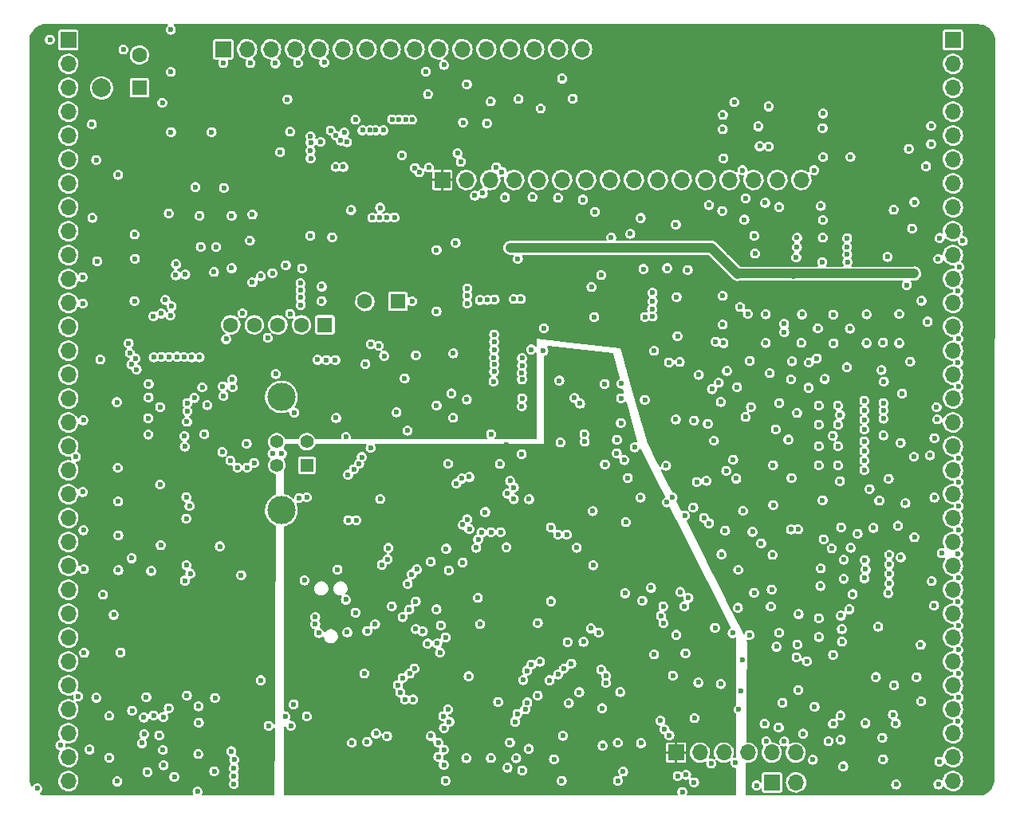
<source format=gbr>
%TF.GenerationSoftware,KiCad,Pcbnew,(6.0.1)*%
%TF.CreationDate,2023-07-12T16:45:15+01:00*%
%TF.ProjectId,polygonus-Shortage-Version,706f6c79-676f-46e7-9573-2d53686f7274,rev?*%
%TF.SameCoordinates,Original*%
%TF.FileFunction,Copper,L3,Inr*%
%TF.FilePolarity,Positive*%
%FSLAX46Y46*%
G04 Gerber Fmt 4.6, Leading zero omitted, Abs format (unit mm)*
G04 Created by KiCad (PCBNEW (6.0.1)) date 2023-07-12 16:45:15*
%MOMM*%
%LPD*%
G01*
G04 APERTURE LIST*
%TA.AperFunction,ComponentPad*%
%ADD10R,1.600000X1.600000*%
%TD*%
%TA.AperFunction,ComponentPad*%
%ADD11C,1.600000*%
%TD*%
%TA.AperFunction,ComponentPad*%
%ADD12R,1.700000X1.700000*%
%TD*%
%TA.AperFunction,ComponentPad*%
%ADD13O,1.700000X1.700000*%
%TD*%
%TA.AperFunction,ComponentPad*%
%ADD14R,1.400000X1.400000*%
%TD*%
%TA.AperFunction,ComponentPad*%
%ADD15C,1.400000*%
%TD*%
%TA.AperFunction,ComponentPad*%
%ADD16C,3.000000*%
%TD*%
%TA.AperFunction,ViaPad*%
%ADD17C,0.599440*%
%TD*%
%TA.AperFunction,ViaPad*%
%ADD18C,0.800000*%
%TD*%
%TA.AperFunction,ViaPad*%
%ADD19C,0.600000*%
%TD*%
%TA.AperFunction,ViaPad*%
%ADD20C,2.000000*%
%TD*%
%TA.AperFunction,Conductor*%
%ADD21C,1.016000*%
%TD*%
G04 APERTURE END LIST*
D10*
%TO.N,Net-(C6-Pad1)*%
%TO.C,C6*%
X96348000Y-85119000D03*
D11*
%TO.N,GND*%
X92848000Y-85119000D03*
%TD*%
D10*
%TO.N,Net-(D14-Pad2)*%
%TO.C,J13*%
X88610209Y-87595853D03*
D11*
%TO.N,/USB_D-*%
X86110209Y-87595853D03*
%TO.N,/USB_D+*%
X83610209Y-87595853D03*
%TO.N,GND*%
X81110209Y-87595853D03*
%TO.N,/USB_SHIELD*%
X78610209Y-87595853D03*
%TD*%
D12*
%TO.N,+3V3*%
%TO.C,J11*%
X125881501Y-133044837D03*
D13*
%TO.N,/mcu/AUX_SPI_CS*%
X128421501Y-133044837D03*
%TO.N,/mcu/AUX_SPI_SCK*%
X130961501Y-133044837D03*
%TO.N,/mcu/AUX_SPI_MISO*%
X133501501Y-133044837D03*
%TO.N,/mcu/AUX_SPI_MOSI*%
X136041501Y-133044837D03*
%TO.N,GND*%
X138581501Y-133044837D03*
%TD*%
D10*
%TO.N,/12V_MR*%
%TO.C,C1*%
X68916000Y-62423028D03*
D11*
%TO.N,GND*%
X68916000Y-58923028D03*
%TD*%
D12*
%TO.N,/mcu/UART_TX*%
%TO.C,J12*%
X136088339Y-136214983D03*
D13*
%TO.N,/mcu/UART_RX*%
X138628339Y-136214983D03*
%TD*%
D14*
%TO.N,Net-(D14-Pad2)*%
%TO.C,J14*%
X86696000Y-102518000D03*
D15*
%TO.N,/USB_D-*%
X86696000Y-100018000D03*
%TO.N,/USB_D+*%
X83496000Y-100018000D03*
%TO.N,GND*%
X83496000Y-102518000D03*
D16*
%TO.N,/USB_SHIELD*%
X83986000Y-107288000D03*
X83986000Y-95248000D03*
%TD*%
D12*
%TO.N,GND*%
%TO.C,J4*%
X61363317Y-57335316D03*
D13*
X61363317Y-59875316D03*
%TO.N,/12V_MR*%
X61363317Y-62415316D03*
%TO.N,/LS1*%
X61363317Y-64955316D03*
%TO.N,/LS2*%
X61363317Y-67495316D03*
%TO.N,/LS3*%
X61363317Y-70035316D03*
%TO.N,/LS4*%
X61363317Y-72575316D03*
%TO.N,/LS5*%
X61363317Y-75115316D03*
%TO.N,/LS6*%
X61363317Y-77655316D03*
%TO.N,/LS7*%
X61363317Y-80195316D03*
%TO.N,/LS8*%
X61363317Y-82735316D03*
%TO.N,/IGN12*%
X61363317Y-85275316D03*
%TO.N,/IGN11*%
X61363317Y-87815316D03*
%TO.N,/IGN10*%
X61363317Y-90355316D03*
%TO.N,/IGN9*%
X61363317Y-92895316D03*
%TO.N,/IGN8*%
X61363317Y-95435316D03*
%TO.N,/IGN7*%
X61363317Y-97975316D03*
%TO.N,/IGN6*%
X61363317Y-100515316D03*
%TO.N,/IGN5*%
X61363317Y-103055316D03*
%TO.N,/IGN4*%
X61363317Y-105595316D03*
%TO.N,/IGN3*%
X61363317Y-108135316D03*
%TO.N,/IGN2*%
X61363317Y-110675316D03*
%TO.N,/IGN1*%
X61363317Y-113215316D03*
%TO.N,/LS9*%
X61363317Y-115755316D03*
%TO.N,/LS10*%
X61363317Y-118295316D03*
%TO.N,/LS11*%
X61363317Y-120835316D03*
%TO.N,/LS12*%
X61363317Y-123375316D03*
%TO.N,/LS13*%
X61363317Y-125915316D03*
%TO.N,/LS14*%
X61363317Y-128455316D03*
%TO.N,/LS15*%
X61363317Y-130995316D03*
%TO.N,/LS16*%
X61363317Y-133535316D03*
%TO.N,/12V_MR*%
X61363317Y-136075316D03*
%TD*%
D12*
%TO.N,+5V*%
%TO.C,J6*%
X101082286Y-72212971D03*
D13*
%TO.N,+3V3*%
X103622286Y-72212971D03*
%TO.N,/ETB1_PWM*%
X106162286Y-72212971D03*
%TO.N,/ETB1_DIS*%
X108702286Y-72212971D03*
%TO.N,/ETB1_DIR*%
X111242286Y-72212971D03*
%TO.N,/ETB2_PWM*%
X113782286Y-72212971D03*
%TO.N,/ETB2_DIS*%
X116322286Y-72212971D03*
%TO.N,/ETB2_DIR*%
X118862286Y-72212971D03*
%TO.N,GND*%
X121402286Y-72212971D03*
%TO.N,/12V_RAW*%
X123942286Y-72212971D03*
%TO.N,GND*%
X126482286Y-72212971D03*
X129022286Y-72212971D03*
%TO.N,/CAN+*%
X131562286Y-72212971D03*
%TO.N,/CAN-*%
X134102286Y-72212971D03*
%TO.N,/VR2+*%
X136642286Y-72212971D03*
%TO.N,/VR1+*%
X139182286Y-72212971D03*
%TD*%
D12*
%TO.N,GND*%
%TO.C,J5*%
X155276000Y-57330221D03*
D13*
%TO.N,Net-(F2-Pad1)*%
X155276000Y-59870221D03*
%TO.N,Net-(F1-Pad2)*%
X155276000Y-62410221D03*
%TO.N,/5V_SENSOR_2*%
X155276000Y-64950221D03*
X155276000Y-67490221D03*
%TO.N,unconnected-(J5-Pad6)*%
X155276000Y-70030221D03*
%TO.N,unconnected-(J5-Pad7)*%
X155276000Y-72570221D03*
%TO.N,/5V_SENSOR_1*%
X155276000Y-75110221D03*
X155276000Y-77650221D03*
%TO.N,/DIGITAL_6*%
X155276000Y-80190221D03*
%TO.N,/DIGITAL_5*%
X155276000Y-82730221D03*
%TO.N,/DIGITAL_4*%
X155276000Y-85270221D03*
%TO.N,/DIGITAL_3*%
X155276000Y-87810221D03*
%TO.N,/DIGITAL_2*%
X155276000Y-90350221D03*
%TO.N,/DIGITAL_1*%
X155276000Y-92890221D03*
%TO.N,/AT4*%
X155276000Y-95430221D03*
%TO.N,/AT3*%
X155276000Y-97970221D03*
%TO.N,/AT2*%
X155276000Y-100510221D03*
%TO.N,/AT1*%
X155276000Y-103050221D03*
%TO.N,/AV11*%
X155276000Y-105590221D03*
%TO.N,/AV10*%
X155276000Y-108130221D03*
%TO.N,/AV9*%
X155276000Y-110670221D03*
%TO.N,/AV8*%
X155276000Y-113210221D03*
%TO.N,/AV7*%
X155276000Y-115750221D03*
%TO.N,/AV6*%
X155276000Y-118290221D03*
%TO.N,/AV5*%
X155276000Y-120830221D03*
%TO.N,/AV4*%
X155276000Y-123370221D03*
%TO.N,/AV3*%
X155276000Y-125910221D03*
%TO.N,/AV2*%
X155276000Y-128450221D03*
%TO.N,/AV1*%
X155276000Y-130990221D03*
%TO.N,/KNOCK_1*%
X155276000Y-133530221D03*
%TO.N,/KNOCK_2*%
X155276000Y-136070221D03*
%TD*%
D12*
%TO.N,/HS1*%
%TO.C,J7*%
X77806000Y-58321088D03*
D13*
%TO.N,/HS2*%
X80346000Y-58321088D03*
%TO.N,/HS3*%
X82886000Y-58321088D03*
%TO.N,/HS4*%
X85426000Y-58321088D03*
%TO.N,GND*%
X87966000Y-58321088D03*
X90506000Y-58321088D03*
X93046000Y-58321088D03*
X95586000Y-58321088D03*
%TO.N,/CAN2+*%
X98126000Y-58321088D03*
%TO.N,/CAN2-*%
X100666000Y-58321088D03*
%TO.N,/RC1*%
X103206000Y-58321088D03*
%TO.N,/RC2*%
X105746000Y-58321088D03*
%TO.N,/Perm_Live*%
X108286000Y-58321088D03*
%TO.N,/RSVD*%
X110826000Y-58321088D03*
X113366000Y-58321088D03*
X115906000Y-58321088D03*
%TD*%
D17*
%TO.N,GND*%
X86443372Y-114752264D03*
X83843439Y-69242269D03*
X149579411Y-86449104D03*
X128305902Y-92916261D03*
X138735879Y-96962155D03*
X99509658Y-121464630D03*
X84980333Y-130186379D03*
X90845182Y-99528349D03*
X136547698Y-121794094D03*
X127717709Y-106988421D03*
X140592193Y-128179610D03*
X97570725Y-117848966D03*
X88771895Y-91335076D03*
X133509960Y-86439771D03*
X148332983Y-80372886D03*
X99649727Y-70878820D03*
X139253787Y-86489316D03*
X138098260Y-93391860D03*
X69185247Y-132039582D03*
X130921826Y-89535132D03*
X66653041Y-71650404D03*
X152850932Y-101464781D03*
X132937527Y-123232801D03*
X106589781Y-91795916D03*
X65712132Y-129132735D03*
X153842836Y-134009932D03*
X108253662Y-131984557D03*
X106575574Y-90218908D03*
X127796273Y-136202319D03*
X109530688Y-93401339D03*
X126552090Y-137226916D03*
X72202779Y-86620052D03*
X151859029Y-121597737D03*
X98272981Y-90830037D03*
X72246995Y-56239811D03*
X113972911Y-124126185D03*
X88534269Y-59720304D03*
X118033670Y-128339288D03*
X131290055Y-92492041D03*
X155840047Y-111933382D03*
X149740002Y-112292522D03*
X117045031Y-107384891D03*
X143360099Y-131684454D03*
X69902670Y-93884548D03*
X103612587Y-133628376D03*
X155893663Y-127200651D03*
X125865546Y-76947513D03*
X106561366Y-91071345D03*
X89937730Y-113594149D03*
X138719136Y-79353441D03*
X144034736Y-79354174D03*
X120031741Y-98023981D03*
X126772291Y-117485105D03*
X109151092Y-63605082D03*
X106575574Y-89380678D03*
X101685004Y-102361720D03*
X74007103Y-96792466D03*
X130836012Y-87561644D03*
X77823130Y-59788528D03*
X143496414Y-121254160D03*
X106210920Y-63859181D03*
X92901790Y-91768220D03*
X151416694Y-125042591D03*
X133841970Y-96335886D03*
X114910674Y-63567196D03*
X72620612Y-135616514D03*
X130638507Y-95794656D03*
X113875791Y-131262541D03*
X115600941Y-126624275D03*
X103942760Y-109292163D03*
X113488313Y-93524630D03*
X75293826Y-76024845D03*
X155853451Y-89079393D03*
X136829567Y-75077049D03*
X100457529Y-86176845D03*
X97376325Y-98841462D03*
X146833881Y-109172905D03*
X153282115Y-117409034D03*
X97070465Y-93282883D03*
X71179631Y-111005742D03*
X100447131Y-117823419D03*
X70431039Y-129085546D03*
X81798901Y-125355793D03*
X152968035Y-68399172D03*
X97390436Y-115109709D03*
X103872356Y-124929048D03*
X89796259Y-97486107D03*
X94478486Y-106106236D03*
X135350273Y-74621384D03*
X91866837Y-118173259D03*
X111438858Y-123390035D03*
X149445112Y-108941497D03*
X69864784Y-99254900D03*
X115999899Y-74304959D03*
X112614750Y-116976101D03*
X138733343Y-78358931D03*
X107992283Y-134645271D03*
X142560285Y-122653322D03*
X147908520Y-99339072D03*
X93103005Y-120112654D03*
X115333957Y-111274539D03*
X77725043Y-101114539D03*
X73733954Y-100524192D03*
X138840895Y-109314126D03*
X138195106Y-91460820D03*
X143282453Y-104222346D03*
X74232109Y-106845964D03*
X142531319Y-99397156D03*
X122168950Y-132039530D03*
X84915192Y-86419357D03*
X80644522Y-78656335D03*
X59407431Y-57307444D03*
X155833345Y-129740727D03*
X143487478Y-119922686D03*
X139186766Y-89505238D03*
X138099202Y-109340934D03*
X138152684Y-103855137D03*
X134443221Y-136533692D03*
X146015563Y-113571607D03*
X116907827Y-83578820D03*
X108273084Y-104169268D03*
X138678546Y-122921943D03*
X153311354Y-105947434D03*
X141262239Y-74963391D03*
X105079669Y-119396796D03*
X140411929Y-133795467D03*
X155853451Y-122120497D03*
X128259473Y-125602214D03*
X136829184Y-120315175D03*
X155866855Y-101786479D03*
X68409194Y-77988666D03*
X148414176Y-116102057D03*
X127804989Y-97773257D03*
X153735566Y-136421660D03*
X151944678Y-85036036D03*
X71346591Y-64007708D03*
X130417592Y-93741444D03*
X153320076Y-99628419D03*
X131900944Y-120355387D03*
X76941569Y-127243634D03*
X152968035Y-66469413D03*
X136042192Y-115726742D03*
X72270912Y-67133433D03*
X146121153Y-89532046D03*
X123551729Y-122614599D03*
X75168822Y-133200433D03*
X109514815Y-96270649D03*
X113793034Y-61426632D03*
X122593871Y-86769642D03*
X147341848Y-119667547D03*
X103712393Y-85334706D03*
X135723193Y-64389586D03*
X112932436Y-133749192D03*
X143383555Y-118491420D03*
X144089488Y-80902034D03*
X109544896Y-91909574D03*
X135397874Y-86475912D03*
X107878329Y-111231634D03*
X62899884Y-85326075D03*
X143638442Y-134497765D03*
X80907671Y-75878651D03*
X145980641Y-129919678D03*
X111519869Y-64618535D03*
X88269904Y-83525646D03*
X120272346Y-135050984D03*
X141403832Y-80929701D03*
X100467574Y-96171491D03*
X125140367Y-91597792D03*
X112458142Y-125357820D03*
X91468473Y-131999778D03*
X105813116Y-66190807D03*
X78670464Y-132911366D03*
X142420059Y-111343846D03*
X152587931Y-87258183D03*
X82545043Y-88977623D03*
X93101491Y-131906419D03*
X132266982Y-103924286D03*
X109530688Y-91142381D03*
X109495323Y-101338703D03*
X130848302Y-66822618D03*
X130713653Y-111976270D03*
X102035450Y-94886897D03*
X75225449Y-129868884D03*
X133274320Y-74153563D03*
X76122883Y-96133576D03*
X119702595Y-131999317D03*
X91853970Y-65801444D03*
X118336429Y-102434058D03*
X111200031Y-126978016D03*
X154100801Y-111853667D03*
X109417030Y-84848555D03*
X75189136Y-128134168D03*
X71123052Y-96329751D03*
X105865210Y-84948006D03*
X107000905Y-127648254D03*
X117278554Y-75604925D03*
X130023752Y-119788184D03*
X122426734Y-81667929D03*
X62409897Y-127068202D03*
X153722199Y-80608002D03*
X105624529Y-107492195D03*
X150950560Y-77375477D03*
X142582471Y-86502720D03*
X153874437Y-78369595D03*
X155853451Y-114493565D03*
X68435184Y-80573624D03*
X144424578Y-111285687D03*
X90671424Y-67178916D03*
X138867532Y-126401334D03*
X106229643Y-133619857D03*
X95208217Y-131296063D03*
X114277167Y-109886746D03*
X72781491Y-82327951D03*
X150741790Y-91519297D03*
X155840047Y-91612768D03*
X63864763Y-66291631D03*
X148457717Y-103959197D03*
X139373779Y-131037327D03*
X122131822Y-76249634D03*
X155840047Y-83999239D03*
X151913965Y-127593650D03*
X62174087Y-101620095D03*
X103684678Y-62048710D03*
X90985158Y-120264567D03*
X96203774Y-96889640D03*
X132999462Y-107362584D03*
X62963534Y-109426848D03*
X149880258Y-94909915D03*
X136182281Y-102514727D03*
X135823517Y-92727834D03*
X103230570Y-112858726D03*
X110284770Y-106124116D03*
X104840578Y-116603203D03*
X110510991Y-90218908D03*
X63608687Y-132711285D03*
X58063108Y-136862708D03*
X68092457Y-112391217D03*
X156330495Y-78691222D03*
X142600343Y-89549919D03*
X155893663Y-106866633D03*
X149029072Y-125891303D03*
X149727777Y-100151179D03*
X63040392Y-122440197D03*
X106575574Y-92563109D03*
X123548478Y-90351846D03*
X66561803Y-136102983D03*
X83382599Y-92822105D03*
X123227873Y-115525681D03*
X103045800Y-70284137D03*
X136786120Y-130384123D03*
X123375271Y-84169709D03*
X150237133Y-106544934D03*
X106575574Y-88627692D03*
X134626129Y-66503367D03*
X149579411Y-89532046D03*
X62896585Y-82545092D03*
X142553659Y-129977763D03*
X109564007Y-134955382D03*
X132557126Y-128474039D03*
X125861590Y-97646970D03*
X99328101Y-60703726D03*
X155950391Y-81410428D03*
X76856822Y-135022694D03*
X122308504Y-116919822D03*
X86187641Y-81588397D03*
X117199533Y-86771919D03*
X150599695Y-68896232D03*
X110650857Y-74006606D03*
X149218422Y-129948490D03*
X69883727Y-95324219D03*
X141248354Y-113464137D03*
X127854750Y-129379938D03*
X85766331Y-59778781D03*
X75086857Y-137197148D03*
X92802440Y-124638325D03*
X80304028Y-100227005D03*
X123389479Y-86712813D03*
X87970003Y-120338213D03*
X101769755Y-113701916D03*
X66674360Y-109956595D03*
X124941269Y-81580213D03*
X64333254Y-127207636D03*
X123403686Y-85093183D03*
X66654867Y-106350479D03*
X153025186Y-114828667D03*
X147947862Y-93624489D03*
X118301944Y-93879135D03*
X101478103Y-111382271D03*
X144634220Y-116209290D03*
X120476208Y-116120629D03*
X66179800Y-118403153D03*
X135730837Y-68651501D03*
X90841667Y-116797714D03*
X85277478Y-127918000D03*
X66518420Y-95805027D03*
X94896704Y-90894167D03*
X155840047Y-117026940D03*
X153552811Y-96351443D03*
X79719253Y-114184897D03*
X131950575Y-101927471D03*
X133709879Y-91411706D03*
X132758188Y-126476830D03*
X68137650Y-128585342D03*
X63022012Y-113549516D03*
X75586214Y-94240603D03*
X127121907Y-81785509D03*
X120055664Y-95406359D03*
X153611288Y-97637949D03*
X84042341Y-101281967D03*
X71113306Y-104565340D03*
X104664753Y-111288261D03*
X130862509Y-65288232D03*
X135948364Y-117522891D03*
X132201582Y-134136113D03*
X96784327Y-69592314D03*
X110244171Y-132648060D03*
X131226753Y-103107032D03*
X135284861Y-129982000D03*
X126887193Y-122495812D03*
X125910851Y-120532495D03*
X138648099Y-80433194D03*
X107192801Y-102372771D03*
X124226076Y-129662392D03*
X80688531Y-59788528D03*
X134272256Y-80021183D03*
X66674360Y-113660173D03*
X120568436Y-108549888D03*
X144061074Y-80134841D03*
X141673457Y-93343946D03*
X79855075Y-86375372D03*
X141446934Y-66694753D03*
X130840480Y-84509977D03*
X69643720Y-127138300D03*
X66904772Y-122411782D03*
X74319825Y-114028957D03*
X84908661Y-67068983D03*
X117088283Y-113145821D03*
X122570353Y-95562639D03*
X100467563Y-79643956D03*
X100827750Y-122408865D03*
X64329285Y-70089374D03*
X109652230Y-125342128D03*
X102218641Y-97467239D03*
X66618381Y-102789646D03*
X78121391Y-89109248D03*
X101243390Y-59973706D03*
X108664044Y-84848555D03*
X123346857Y-85902998D03*
X69855312Y-97521612D03*
X143302800Y-97179676D03*
X72035468Y-128349396D03*
X125946058Y-84640538D03*
X67220920Y-58345284D03*
X151141910Y-101605524D03*
X84620996Y-63656843D03*
X151187406Y-110160692D03*
X62963534Y-97731338D03*
X119957273Y-126610870D03*
X136124261Y-112024466D03*
X150383314Y-83359894D03*
X133132570Y-76414740D03*
X116849833Y-119846729D03*
X119614724Y-99817151D03*
X82641231Y-130215618D03*
X147463598Y-106269061D03*
X152426543Y-70745138D03*
X95346937Y-111300529D03*
X155880259Y-94172951D03*
X97875820Y-85093183D03*
X120395141Y-101967765D03*
X73959214Y-126980485D03*
X71478636Y-134389598D03*
X137179096Y-127753888D03*
X120753501Y-103857012D03*
X109516481Y-92676768D03*
X102481790Y-78905339D03*
X132490623Y-113627269D03*
X103726601Y-83729283D03*
X141440410Y-106239822D03*
X77454487Y-111129597D03*
X85356204Y-96914550D03*
X145156034Y-109793108D03*
X131096080Y-109467028D03*
X117940931Y-82311807D03*
X60522272Y-132264306D03*
X89384279Y-78292308D03*
X155853451Y-124653872D03*
X126043521Y-88811937D03*
X120071285Y-93838923D03*
X142076741Y-131843018D03*
X94474464Y-75147682D03*
X105069602Y-84962214D03*
X72037188Y-75763412D03*
X132366851Y-94212234D03*
X106632403Y-84919592D03*
X62905057Y-105362659D03*
X151190509Y-74552689D03*
X147100574Y-125015783D03*
X68393475Y-85059627D03*
X109091328Y-80596465D03*
X118092148Y-132296269D03*
X111803853Y-90360981D03*
X88158888Y-68159614D03*
X129609077Y-134214083D03*
X147864608Y-133768658D03*
X103270612Y-66094357D03*
X126337624Y-115968016D03*
X146121153Y-86475912D03*
X141461141Y-78330516D03*
X140551875Y-71170046D03*
X64767309Y-91288078D03*
X155880259Y-104306450D03*
X93458329Y-100673758D03*
X91389037Y-75392355D03*
X148991000Y-75361195D03*
X103726601Y-84496477D03*
X141489556Y-65146159D03*
X155853451Y-109373199D03*
X76569012Y-67133433D03*
X125519437Y-105929497D03*
X155866855Y-119560314D03*
X132070128Y-63938540D03*
X113627282Y-100091659D03*
X132936772Y-71170046D03*
X72246995Y-60723482D03*
X99852737Y-131275957D03*
X83349259Y-59817766D03*
X147785225Y-131472885D03*
X107725277Y-74051703D03*
X70163137Y-113743547D03*
X69760954Y-135125747D03*
X74855245Y-72954774D03*
X111853579Y-87967054D03*
X83047832Y-101281967D03*
X99547541Y-63092509D03*
X75805030Y-99214019D03*
X134001391Y-109585188D03*
X65042961Y-116261475D03*
X149245583Y-136420483D03*
X88260433Y-85078975D03*
X139981920Y-91610263D03*
X136203249Y-106734181D03*
X116059566Y-121277989D03*
X113357344Y-74091849D03*
X135406810Y-89514174D03*
X65714503Y-133602268D03*
X102234352Y-90624712D03*
D18*
%TO.N,+5V*%
X107778000Y-88040000D03*
X107778000Y-87024000D03*
X107778000Y-86008000D03*
X108794000Y-88802000D03*
D17*
X130638000Y-125759000D03*
X146650808Y-92618310D03*
D18*
X107778000Y-89056000D03*
D17*
X120224000Y-89310000D03*
X144263248Y-83533533D03*
X102190000Y-98962000D03*
X106813733Y-78424334D03*
X146132000Y-106328000D03*
X131289061Y-96420764D03*
X143831509Y-70665700D03*
D18*
X91776000Y-99216000D03*
D17*
X131908000Y-106793380D03*
X131321029Y-91546911D03*
X67468447Y-92358000D03*
X141052000Y-97184000D03*
X67647411Y-100295853D03*
X71048231Y-109640317D03*
X143691414Y-113563709D03*
X141052000Y-119790000D03*
X134557725Y-83533534D03*
X106381000Y-97565000D03*
X119462000Y-89310000D03*
X134062536Y-94199810D03*
X136640103Y-64398788D03*
X136735295Y-68619360D03*
X138766000Y-115472000D03*
X141052000Y-101502000D03*
X134194000Y-104296000D03*
X135464000Y-126648000D03*
X135972000Y-113440000D03*
X125992099Y-99504339D03*
%TO.N,+3V3*%
X117176000Y-91596000D03*
X117938000Y-91596000D03*
X118700000Y-91596000D03*
X131400000Y-123854000D03*
X87204000Y-130204000D03*
X105492000Y-131728000D03*
X95586000Y-136046000D03*
X101428000Y-100740000D03*
D19*
X127336000Y-127918000D03*
X148918680Y-129020660D03*
D17*
X85045000Y-117631000D03*
X121113000Y-98454000D03*
X114128000Y-91596000D03*
X92919000Y-115091000D03*
X121494000Y-102772000D03*
X115398000Y-133633000D03*
X102259855Y-112894623D03*
X114128000Y-92358000D03*
D19*
X115652000Y-104701566D03*
D18*
X101428000Y-106582000D03*
D17*
X90379000Y-121314000D03*
D19*
X121619667Y-121950333D03*
D17*
X95078000Y-124108000D03*
D19*
X131809698Y-127057698D03*
X124288000Y-113186000D03*
X118192000Y-127156000D03*
X118954000Y-107852000D03*
D17*
X107905000Y-100359000D03*
D19*
X143350146Y-129094828D03*
D17*
X98024400Y-109274400D03*
X101936000Y-127664000D03*
D19*
X114636000Y-98327000D03*
D17*
X119002273Y-78324847D03*
X114128000Y-90580000D03*
%TO.N,/mcu/AV4*%
X125558000Y-124870000D03*
X133686000Y-120552000D03*
%TO.N,/mcu/AV2*%
X117684000Y-120298000D03*
X139782000Y-123346000D03*
%TO.N,/mcu/AV5*%
X124542000Y-119282000D03*
X134170633Y-116055725D03*
%TO.N,/mcu/AV6*%
X124288000Y-118520000D03*
X141215557Y-115352032D03*
%TO.N,/mcu/AV9*%
X129391632Y-108685120D03*
X143413439Y-109106342D03*
%TO.N,/mcu/AV10*%
X128860000Y-108106000D03*
X146426241Y-105046781D03*
%TO.N,/5V_SENSOR_1*%
X144398964Y-69771176D03*
X141497818Y-69771176D03*
X130918191Y-69927525D03*
%TO.N,/5V_SENSOR_2*%
X141482146Y-76459902D03*
%TO.N,/mcu/nRESET*%
X111207000Y-119282000D03*
X93935000Y-119409000D03*
X100920000Y-119536000D03*
%TO.N,/mcu/SWDIO*%
X98253000Y-116996000D03*
X87585000Y-119409000D03*
%TO.N,/mcu/SWCLK*%
X87585000Y-118647000D03*
X95713000Y-117504000D03*
X96856000Y-118647000D03*
%TO.N,/mcu/5V_SENSOR_1_PG*%
X126955000Y-135411000D03*
X144045916Y-78383854D03*
%TO.N,/mcu/5V_SENSOR_2_PG*%
X126066000Y-135538000D03*
X134191182Y-78143291D03*
%TO.N,/mcu/AT2*%
X128098000Y-104296000D03*
X137811875Y-99785875D03*
%TO.N,/mcu/AT1*%
X129114000Y-104169000D03*
X136480000Y-98708000D03*
%TO.N,/mcu/AT3*%
X133261486Y-97383980D03*
X124923000Y-106455000D03*
%TO.N,Net-(C33-Pad1)*%
X130098312Y-89380012D03*
X129702906Y-94426278D03*
%TO.N,Net-(C34-Pad1)*%
X140821465Y-91165699D03*
X144033378Y-92098452D03*
%TO.N,Net-(C42-Pad1)*%
X145878000Y-98708000D03*
X141052000Y-98200000D03*
%TO.N,Net-(C43-Pad1)*%
X143084000Y-98200000D03*
X145878000Y-97692000D03*
%TO.N,Net-(C44-Pad1)*%
X143084000Y-96168000D03*
X145878000Y-96676000D03*
%TO.N,Net-(C45-Pad1)*%
X141052000Y-96168000D03*
X145878000Y-95660000D03*
%TO.N,Net-(C48-Pad1)*%
X141060141Y-120757140D03*
X138766000Y-121568000D03*
%TO.N,/mcu/12V_DIVIDED*%
X126281596Y-91534587D03*
X126828000Y-107852000D03*
%TO.N,Net-(C50-Pad1)*%
X141052000Y-118774000D03*
X144285755Y-117814098D03*
%TO.N,Net-(C52-Pad1)*%
X143691414Y-114579709D03*
X148517414Y-115087709D03*
%TO.N,Net-(C53-Pad1)*%
X148517414Y-114071709D03*
X145879421Y-114511171D03*
%TO.N,Net-(C54-Pad1)*%
X148517414Y-113055709D03*
X145929909Y-112592633D03*
%TO.N,/ETB2_DIR*%
X108660597Y-106118641D03*
%TO.N,/ETB2_DIS*%
X107972825Y-105515651D03*
%TO.N,Net-(C55-Pad1)*%
X148517414Y-112039709D03*
X143691414Y-112547709D03*
%TO.N,Net-(C57-Pad1)*%
X145878000Y-103026000D03*
X141052000Y-102518000D03*
%TO.N,Net-(C58-Pad1)*%
X145878000Y-102010000D03*
X143084000Y-102518000D03*
%TO.N,Net-(C59-Pad1)*%
X143084000Y-100486000D03*
X145878000Y-100994000D03*
%TO.N,Net-(C60-Pad1)*%
X141052000Y-100486000D03*
X145878000Y-99978000D03*
%TO.N,/lowside_quad1/IN1*%
X75309545Y-91050508D03*
X86043425Y-85485738D03*
X98126000Y-124108000D03*
%TO.N,/lowside_quad1/IN3*%
X86017435Y-83926337D03*
X73686549Y-91017033D03*
X96856000Y-125124000D03*
%TO.N,/lowside_quad1/IN2*%
X74471367Y-91050508D03*
X97594368Y-124639632D03*
X86027281Y-84691468D03*
%TO.N,/lowside_quad1/IN4*%
X72903265Y-90982024D03*
X96348000Y-125886000D03*
X86017435Y-83174994D03*
%TO.N,/lowside_quad2/IN1*%
X72071982Y-90995013D03*
X96602000Y-126648000D03*
X80908296Y-83074639D03*
%TO.N,/lowside_quad2/IN3*%
X70436416Y-91050508D03*
X97966732Y-127395072D03*
X83030617Y-82096601D03*
%TO.N,/lowside_quad2/IN2*%
X71254352Y-90994349D03*
X81798979Y-82418208D03*
X97110000Y-127410000D03*
%TO.N,/lowside_quad2/IN4*%
X101680241Y-128448273D03*
X67771535Y-89552652D03*
X84459708Y-81254813D03*
%TO.N,/ETB1_DIR*%
X103935160Y-103754820D03*
%TO.N,/ETB1_DIS*%
X103132946Y-103924701D03*
%TO.N,/lowside_quad4/IN4*%
X101231612Y-134355561D03*
X78934042Y-136379418D03*
%TO.N,/lowside_quad4/IN2*%
X101242831Y-132751170D03*
X78948065Y-134696581D03*
%TO.N,/lowside_quad4/IN3*%
X78934042Y-135523976D03*
X100659416Y-133514097D03*
%TO.N,/lowside_quad4/IN1*%
X100649446Y-131971846D03*
X78976113Y-133799068D03*
%TO.N,/highside_quad/IN1*%
X97825119Y-114103245D03*
X93637657Y-76213144D03*
%TO.N,/highside_quad/IN3*%
X103235992Y-108833684D03*
X95205721Y-76204480D03*
%TO.N,/highside_quad/IN2*%
X94417357Y-76204480D03*
X98356399Y-113571966D03*
%TO.N,/mcu/CAN_RX*%
X106254000Y-109630000D03*
X106254000Y-99216000D03*
%TO.N,/mcu/CAN_TX*%
X109556000Y-95406000D03*
X107270000Y-109630000D03*
%TO.N,/highside_quad/IN4*%
X95994085Y-76178490D03*
X103724080Y-108262470D03*
%TO.N,/ign1/IN4*%
X86696000Y-105921600D03*
X73905034Y-105908649D03*
%TO.N,/AT4*%
X147910000Y-95914000D03*
%TO.N,/AT2*%
X147910000Y-97565000D03*
%TO.N,/AT3*%
X147910000Y-96676000D03*
%TO.N,/HS4*%
X95744926Y-65784676D03*
X97169870Y-65804107D03*
X96459505Y-65804107D03*
X97866026Y-65804107D03*
%TO.N,/HS2*%
X89767876Y-67480566D03*
X90947080Y-68190931D03*
X102687460Y-69369474D03*
X89236000Y-66958000D03*
X90307752Y-68020442D03*
%TO.N,/HS3*%
X92595126Y-66926483D03*
X94809285Y-66924988D03*
X93390733Y-66926483D03*
X94015853Y-66926483D03*
%TO.N,/HS1*%
X87057848Y-78134240D03*
X87082700Y-69111300D03*
X87078928Y-67568241D03*
X87096907Y-69898907D03*
X87096907Y-68247760D03*
%TO.N,/LS9*%
X101174000Y-129188000D03*
%TO.N,/LS10*%
X101820636Y-129766620D03*
%TO.N,/LS11*%
X101248441Y-130441170D03*
%TO.N,/LS12*%
X94034308Y-131019790D03*
%TO.N,/CAN+*%
X129380719Y-74869112D03*
X115096263Y-95358263D03*
%TO.N,/CAN-*%
X130795195Y-75512333D03*
X115699737Y-95961737D03*
%TO.N,Net-(C80-Pad1)*%
X114382000Y-121314000D03*
X124542000Y-117504000D03*
%TO.N,/ign1/IN3*%
X85883200Y-105972400D03*
X73892039Y-108182776D03*
%TO.N,/ign1/IN1*%
X99015000Y-120171000D03*
X73749094Y-114771247D03*
%TO.N,/ign1/IN2*%
X73911532Y-113127378D03*
X98253000Y-119917000D03*
%TO.N,/ign2/IN2*%
X79330000Y-102772000D03*
X73962046Y-97890200D03*
%TO.N,/IGN9*%
X91067247Y-103515620D03*
X77839673Y-95129380D03*
X68616065Y-92332010D03*
%TO.N,/IGN10*%
X91691007Y-102937000D03*
X68054699Y-91789899D03*
X77770001Y-94118300D03*
%TO.N,/IGN11*%
X68486115Y-91174759D03*
X92246000Y-102348002D03*
X78822597Y-94235255D03*
%TO.N,/IGN12*%
X92517994Y-101647621D03*
X67908556Y-90596139D03*
X78783612Y-93397077D03*
%TO.N,/mcu/DIGITAL5*%
X129260378Y-98126157D03*
X124832268Y-102554268D03*
%TO.N,/mcu/DIGITAL2*%
X136840934Y-95923748D03*
X129914047Y-99913125D03*
%TO.N,/mcu/DIGITAL1*%
X99847117Y-112751646D03*
X122129000Y-105947000D03*
%TO.N,/DIGITAL_5*%
X137350003Y-87493676D03*
%TO.N,/DIGITAL_6*%
X132683659Y-85695086D03*
%TO.N,/DIGITAL_1*%
X140944780Y-87968001D03*
%TO.N,/DIGITAL_2*%
X147850428Y-89483158D03*
%TO.N,/DIGITAL_3*%
X144344295Y-88001659D03*
%TO.N,/DIGITAL_4*%
X137373311Y-88371903D03*
%TO.N,/ign2/IN1*%
X73691189Y-99412193D03*
X78568000Y-102010000D03*
%TO.N,/ign2/IN3*%
X74001972Y-95916535D03*
X80346000Y-102772000D03*
%TO.N,/ign2/IN4*%
X74755683Y-95357749D03*
X81108000Y-102264000D03*
%TO.N,/VR2+*%
X134760663Y-68623603D03*
D19*
%TO.N,/USB_D+*%
X91095000Y-108360000D03*
X94658871Y-113097129D03*
X87839561Y-91312427D03*
%TO.N,/USB_D-*%
X95262741Y-112493259D03*
X91949000Y-108360000D03*
X89710842Y-91338417D03*
D18*
%TO.N,/12V_PROT*%
X108286000Y-79404000D03*
D17*
X141654122Y-82154864D03*
X142623306Y-82150694D03*
X151169861Y-82144909D03*
%TO.N,/mcu/LED1*%
X101428000Y-136046000D03*
X108804446Y-129786228D03*
%TO.N,/mcu/LED2*%
X109048000Y-128934000D03*
X108921000Y-133633000D03*
%TO.N,/mcu/LED3*%
X113747000Y-136046000D03*
X109871234Y-128449632D03*
%TO.N,/mcu/LED4*%
X119716000Y-136046000D03*
X110082421Y-127728060D03*
%TO.N,Net-(C8-Pad1)*%
X106508000Y-93628000D03*
X103674896Y-95530405D03*
%TO.N,Net-(R57-Pad2)*%
X138892428Y-118317851D03*
X132452441Y-117652151D03*
%TO.N,Net-(R69-Pad2)*%
X141560000Y-110392000D03*
X134922265Y-110811205D03*
%TO.N,/knock/FILTERED_1*%
X114509000Y-127791000D03*
X124669000Y-130585000D03*
%TO.N,/knock/FILTERED_2*%
X125177000Y-131220000D03*
X113366000Y-124743000D03*
%TO.N,Net-(RN6-Pad5)*%
X78706364Y-76016794D03*
X78707216Y-81574423D03*
%TO.N,Net-(RN6-Pad6)*%
X72806956Y-81151377D03*
X63931362Y-76224825D03*
%TO.N,Net-(RN6-Pad7)*%
X76835934Y-81976036D03*
X77893453Y-73063557D03*
%TO.N,Net-(RN6-Pad8)*%
X73782107Y-82248931D03*
%TO.N,Net-(RN8-Pad5)*%
X71222089Y-86400837D03*
%TO.N,Net-(RN8-Pad6)*%
X64438693Y-80825977D03*
X70403404Y-86673732D03*
%TO.N,Net-(RN8-Pad7)*%
X72322334Y-85630325D03*
X77062297Y-79326628D03*
%TO.N,Net-(RN8-Pad8)*%
X75431424Y-79307135D03*
X71662296Y-84945921D03*
%TO.N,/ETB2_PWM*%
X108660597Y-104885841D03*
%TO.N,/ETB1_PWM*%
X102563165Y-104451077D03*
%TO.N,Net-(RN10-Pad6)*%
X71459761Y-129264864D03*
X71027060Y-131220334D03*
%TO.N,Net-(RN10-Pad7)*%
X71402654Y-132759522D03*
%TO.N,Net-(RN10-Pad8)*%
X69407458Y-131095186D03*
X69393301Y-129311439D03*
%TO.N,/mcu/AUX_SPI_MOSI*%
X117946990Y-124226010D03*
%TO.N,/mcu/AUX_SPI_MISO*%
X118446000Y-124870000D03*
%TO.N,/mcu/AUX_SPI_SCK*%
X118446000Y-125632000D03*
%TO.N,/mcu/AUX_SPI_CS*%
X114763000Y-123600000D03*
%TO.N,/mcu/SD_MISO*%
X84410000Y-129188000D03*
X86696000Y-129188000D03*
%TO.N,/RC1*%
X110056831Y-124344071D03*
X106792368Y-70851528D03*
X104874222Y-110380166D03*
X104532019Y-73863771D03*
%TO.N,/RC2*%
X107396388Y-71354878D03*
X105370404Y-73613662D03*
X105218691Y-109664433D03*
X110539384Y-123681072D03*
%TO.N,/mcu/UART_RX*%
X137369000Y-131855000D03*
X100539000Y-121441000D03*
%TO.N,/mcu/UART_TX*%
X135464000Y-131855000D03*
X101428000Y-120806000D03*
%TO.N,/CAN2+*%
X93483769Y-89648613D03*
%TO.N,/CAN2-*%
X94316000Y-89818000D03*
%TO.N,/mcu/BARO_SCL*%
X121494000Y-100613000D03*
X119589000Y-101248000D03*
%TO.N,/12V_MR*%
X90561491Y-70816469D03*
X89758861Y-70816469D03*
X98150578Y-70920429D03*
D20*
X64886257Y-62432760D03*
D17*
X98620941Y-71390792D03*
%TO.N,/Keep_Alive/Keep_Alive*%
X121024730Y-77926226D03*
X127209000Y-116615000D03*
%TO.N,Net-(C31-Pad1)*%
X139959129Y-94280282D03*
X147692706Y-92394706D03*
D19*
%TO.N,/mcu/VR_2*%
X116160000Y-99216000D03*
X112604000Y-109122000D03*
%TO.N,/mcu/VR_1*%
X113366000Y-109884000D03*
X116188698Y-100006698D03*
%TD*%
D21*
%TO.N,/12V_PROT*%
X129622000Y-79404000D02*
X108286000Y-79404000D01*
X142623306Y-82150694D02*
X141658292Y-82150694D01*
X151169861Y-82144909D02*
X151162116Y-82152654D01*
X132463306Y-82150694D02*
X132416000Y-82198000D01*
X138296766Y-82150694D02*
X138320140Y-82174068D01*
X137100952Y-82159109D02*
X137093473Y-82159109D01*
X137085058Y-82150694D02*
X138296766Y-82150694D01*
X151169861Y-82144909D02*
X151164076Y-82150694D01*
X141658292Y-82150694D02*
X141654122Y-82154864D01*
X137093473Y-82159109D02*
X137085058Y-82150694D01*
X132416000Y-82198000D02*
X129622000Y-79404000D01*
X151164076Y-82150694D02*
X142623306Y-82150694D01*
X141649952Y-82150694D02*
X132463306Y-82150694D01*
X141654122Y-82154864D02*
X141649952Y-82150694D01*
%TD*%
%TA.AperFunction,Conductor*%
%TO.N,+3V3*%
G36*
X113863716Y-90027143D02*
G01*
X119139265Y-90572890D01*
X119196105Y-90598085D01*
X119226029Y-90646709D01*
X119924834Y-93232286D01*
X119921714Y-93294381D01*
X119882691Y-93342784D01*
X119866216Y-93351475D01*
X119830061Y-93366451D01*
X119804594Y-93377000D01*
X119694126Y-93461764D01*
X119609362Y-93572232D01*
X119606841Y-93578319D01*
X119606839Y-93578322D01*
X119590183Y-93618534D01*
X119556077Y-93700873D01*
X119555216Y-93707409D01*
X119555216Y-93707411D01*
X119550293Y-93744806D01*
X119537902Y-93838923D01*
X119538763Y-93845463D01*
X119548122Y-93916547D01*
X119556077Y-93976973D01*
X119575257Y-94023277D01*
X119602863Y-94089923D01*
X119609362Y-94105614D01*
X119652155Y-94161383D01*
X119684370Y-94203367D01*
X119694126Y-94216082D01*
X119804593Y-94300846D01*
X119933235Y-94354131D01*
X119939771Y-94354992D01*
X119939773Y-94354992D01*
X120064745Y-94371445D01*
X120071285Y-94372306D01*
X120140114Y-94363244D01*
X120201247Y-94374574D01*
X120244045Y-94419673D01*
X120250361Y-94436736D01*
X120342429Y-94777389D01*
X120339309Y-94839485D01*
X120300286Y-94887888D01*
X120240265Y-94904109D01*
X120206814Y-94896577D01*
X120193714Y-94891151D01*
X120187178Y-94890290D01*
X120187176Y-94890290D01*
X120062204Y-94873837D01*
X120055664Y-94872976D01*
X120049124Y-94873837D01*
X119924152Y-94890290D01*
X119924150Y-94890290D01*
X119917614Y-94891151D01*
X119843648Y-94921789D01*
X119795063Y-94941913D01*
X119795060Y-94941915D01*
X119788973Y-94944436D01*
X119678505Y-95029200D01*
X119593741Y-95139668D01*
X119591220Y-95145755D01*
X119591218Y-95145758D01*
X119587975Y-95153588D01*
X119540456Y-95268309D01*
X119539595Y-95274845D01*
X119539595Y-95274847D01*
X119529856Y-95348820D01*
X119522281Y-95406359D01*
X119540456Y-95544409D01*
X119560871Y-95593694D01*
X119586930Y-95656606D01*
X119593741Y-95673050D01*
X119678505Y-95783518D01*
X119788972Y-95868282D01*
X119917614Y-95921567D01*
X119924150Y-95922428D01*
X119924152Y-95922428D01*
X120049124Y-95938881D01*
X120055664Y-95939742D01*
X120062204Y-95938881D01*
X120187176Y-95922428D01*
X120187178Y-95922428D01*
X120193714Y-95921567D01*
X120322356Y-95868282D01*
X120432823Y-95783518D01*
X120436837Y-95778287D01*
X120436840Y-95778284D01*
X120443225Y-95769963D01*
X120494465Y-95734748D01*
X120556618Y-95736377D01*
X120605943Y-95774227D01*
X120620151Y-95804959D01*
X121746640Y-99972970D01*
X121743520Y-100035065D01*
X121704497Y-100083468D01*
X121644476Y-100099690D01*
X121632057Y-100097736D01*
X121632050Y-100097792D01*
X121500540Y-100080478D01*
X121494000Y-100079617D01*
X121487460Y-100080478D01*
X121362488Y-100096931D01*
X121362486Y-100096931D01*
X121355950Y-100097792D01*
X121281984Y-100128430D01*
X121233399Y-100148554D01*
X121233396Y-100148556D01*
X121227309Y-100151077D01*
X121116841Y-100235841D01*
X121032077Y-100346309D01*
X121029556Y-100352396D01*
X121029554Y-100352399D01*
X121016441Y-100384057D01*
X120978792Y-100474950D01*
X120977931Y-100481486D01*
X120977931Y-100481488D01*
X120971595Y-100529616D01*
X120960617Y-100613000D01*
X120961478Y-100619540D01*
X120976721Y-100735316D01*
X120978792Y-100751050D01*
X121001628Y-100806181D01*
X121026748Y-100866825D01*
X121032077Y-100879691D01*
X121116841Y-100990159D01*
X121227308Y-101074923D01*
X121355950Y-101128208D01*
X121362486Y-101129069D01*
X121362488Y-101129069D01*
X121487460Y-101145522D01*
X121494000Y-101146383D01*
X121500540Y-101145522D01*
X121625512Y-101129069D01*
X121625514Y-101129069D01*
X121632050Y-101128208D01*
X121760692Y-101074923D01*
X121871159Y-100990159D01*
X121955923Y-100879691D01*
X121961253Y-100866825D01*
X121982680Y-100815094D01*
X122023059Y-100767816D01*
X122083515Y-100753302D01*
X122140957Y-100777095D01*
X122165501Y-100808401D01*
X123789123Y-104037756D01*
X124703862Y-105857156D01*
X124713257Y-105918616D01*
X124684733Y-105973861D01*
X124664282Y-105989467D01*
X124662398Y-105990555D01*
X124656309Y-105993077D01*
X124545841Y-106077841D01*
X124461077Y-106188309D01*
X124407792Y-106316950D01*
X124406931Y-106323486D01*
X124406931Y-106323488D01*
X124405882Y-106331457D01*
X124389617Y-106455000D01*
X124390478Y-106461540D01*
X124406481Y-106583089D01*
X124407792Y-106593050D01*
X124461077Y-106721691D01*
X124545841Y-106832159D01*
X124656308Y-106916923D01*
X124784950Y-106970208D01*
X124791486Y-106971069D01*
X124791488Y-106971069D01*
X124916460Y-106987522D01*
X124923000Y-106988383D01*
X124929540Y-106987522D01*
X125054512Y-106971069D01*
X125054514Y-106971069D01*
X125061050Y-106970208D01*
X125142202Y-106936594D01*
X125204185Y-106931716D01*
X125257197Y-106964202D01*
X125270579Y-106984346D01*
X126614758Y-109657893D01*
X131690444Y-119753341D01*
X131699839Y-119814801D01*
X131671315Y-119870046D01*
X131645712Y-119887055D01*
X131646053Y-119887645D01*
X131640344Y-119890941D01*
X131634253Y-119893464D01*
X131523785Y-119978228D01*
X131439021Y-120088696D01*
X131436500Y-120094783D01*
X131436498Y-120094786D01*
X131429097Y-120112654D01*
X131385736Y-120217337D01*
X131384875Y-120223873D01*
X131384875Y-120223875D01*
X131373381Y-120311177D01*
X131367561Y-120355387D01*
X131368422Y-120361927D01*
X131383014Y-120472758D01*
X131385736Y-120493437D01*
X131407521Y-120546031D01*
X131434073Y-120610132D01*
X131439021Y-120622078D01*
X131475737Y-120669928D01*
X131516469Y-120723011D01*
X131523785Y-120732546D01*
X131634252Y-120817310D01*
X131762894Y-120870595D01*
X131769430Y-120871456D01*
X131769432Y-120871456D01*
X131894404Y-120887909D01*
X131900944Y-120888770D01*
X131907484Y-120887909D01*
X132032456Y-120871456D01*
X132032458Y-120871456D01*
X132038994Y-120870595D01*
X132129045Y-120833295D01*
X132191027Y-120828417D01*
X132244039Y-120860902D01*
X132257422Y-120881050D01*
X132265280Y-120896680D01*
X132276000Y-120941867D01*
X132276000Y-126239053D01*
X132268342Y-126277551D01*
X132242980Y-126338780D01*
X132242119Y-126345316D01*
X132242119Y-126345318D01*
X132226822Y-126461511D01*
X132224805Y-126476830D01*
X132242980Y-126614880D01*
X132246872Y-126624275D01*
X132268342Y-126676109D01*
X132276000Y-126714607D01*
X132276000Y-127973581D01*
X132256787Y-128032712D01*
X132236641Y-128053393D01*
X132179967Y-128096880D01*
X132095203Y-128207348D01*
X132041918Y-128335989D01*
X132041057Y-128342525D01*
X132041057Y-128342527D01*
X132030684Y-128421316D01*
X132023743Y-128474039D01*
X132024604Y-128480579D01*
X132040440Y-128600859D01*
X132041918Y-128612089D01*
X132067062Y-128672792D01*
X132090798Y-128730095D01*
X132095203Y-128740730D01*
X132179967Y-128851198D01*
X132207952Y-128872671D01*
X132236641Y-128894685D01*
X132271857Y-128945925D01*
X132276000Y-128974497D01*
X132276000Y-133504709D01*
X132256787Y-133563840D01*
X132206487Y-133600385D01*
X132188531Y-133604448D01*
X132063532Y-133620905D01*
X132063345Y-133619483D01*
X132008634Y-133616617D01*
X131960315Y-133577491D01*
X131944222Y-133517435D01*
X131951834Y-133485730D01*
X131951531Y-133485627D01*
X131952650Y-133482332D01*
X131952651Y-133482327D01*
X132015281Y-133297827D01*
X132043739Y-133101555D01*
X132043889Y-133095854D01*
X132045147Y-133047793D01*
X132045147Y-133047786D01*
X132045224Y-133044837D01*
X132038763Y-132974521D01*
X132027499Y-132851932D01*
X132027498Y-132851927D01*
X132027077Y-132847344D01*
X131973244Y-132656465D01*
X131965874Y-132641520D01*
X131887566Y-132482727D01*
X131887564Y-132482724D01*
X131885527Y-132478593D01*
X131766864Y-132319685D01*
X131621230Y-132185062D01*
X131617334Y-132182604D01*
X131617329Y-132182600D01*
X131522245Y-132122607D01*
X131453501Y-132079233D01*
X131269295Y-132005742D01*
X131074781Y-131967051D01*
X130977147Y-131965773D01*
X130881088Y-131964515D01*
X130881083Y-131964515D01*
X130876473Y-131964455D01*
X130871929Y-131965236D01*
X130871927Y-131965236D01*
X130756884Y-131985004D01*
X130681013Y-131998041D01*
X130676689Y-131999636D01*
X130676686Y-131999637D01*
X130499277Y-132065087D01*
X130499275Y-132065088D01*
X130494946Y-132066685D01*
X130490978Y-132069046D01*
X130328469Y-132165728D01*
X130328464Y-132165732D01*
X130324505Y-132168087D01*
X130321039Y-132171126D01*
X130321037Y-132171128D01*
X130178863Y-132295810D01*
X130178860Y-132295813D01*
X130175396Y-132298851D01*
X130172543Y-132302470D01*
X130172542Y-132302471D01*
X130136392Y-132348327D01*
X130052614Y-132454599D01*
X130050464Y-132458685D01*
X130050463Y-132458687D01*
X130023461Y-132510010D01*
X129960272Y-132630114D01*
X129958905Y-132634517D01*
X129904741Y-132808953D01*
X129901460Y-132819518D01*
X129890319Y-132913649D01*
X129880230Y-132998889D01*
X129878149Y-133016468D01*
X129891120Y-133214369D01*
X129892253Y-133218830D01*
X129932491Y-133377263D01*
X129939939Y-133406591D01*
X130022969Y-133586698D01*
X130044114Y-133616617D01*
X130070078Y-133653356D01*
X130088515Y-133712734D01*
X130068530Y-133771609D01*
X130017756Y-133807492D01*
X129955587Y-133806678D01*
X129926687Y-133791231D01*
X129875769Y-133752160D01*
X129747127Y-133698875D01*
X129740591Y-133698014D01*
X129740589Y-133698014D01*
X129615617Y-133681561D01*
X129609077Y-133680700D01*
X129602537Y-133681561D01*
X129477567Y-133698014D01*
X129476822Y-133698112D01*
X129415689Y-133686782D01*
X129372891Y-133641683D01*
X129364776Y-133580040D01*
X129375916Y-133549222D01*
X129411531Y-133485627D01*
X129475281Y-133297827D01*
X129503739Y-133101555D01*
X129503889Y-133095854D01*
X129505147Y-133047793D01*
X129505147Y-133047786D01*
X129505224Y-133044837D01*
X129498763Y-132974521D01*
X129487499Y-132851932D01*
X129487498Y-132851927D01*
X129487077Y-132847344D01*
X129433244Y-132656465D01*
X129425874Y-132641520D01*
X129347566Y-132482727D01*
X129347564Y-132482724D01*
X129345527Y-132478593D01*
X129226864Y-132319685D01*
X129081230Y-132185062D01*
X129077334Y-132182604D01*
X129077329Y-132182600D01*
X128982245Y-132122607D01*
X128913501Y-132079233D01*
X128729295Y-132005742D01*
X128534781Y-131967051D01*
X128437147Y-131965773D01*
X128341088Y-131964515D01*
X128341083Y-131964515D01*
X128336473Y-131964455D01*
X128331929Y-131965236D01*
X128331927Y-131965236D01*
X128216884Y-131985004D01*
X128141013Y-131998041D01*
X128136689Y-131999636D01*
X128136686Y-131999637D01*
X127959277Y-132065087D01*
X127959275Y-132065088D01*
X127954946Y-132066685D01*
X127950978Y-132069046D01*
X127788469Y-132165728D01*
X127788464Y-132165732D01*
X127784505Y-132168087D01*
X127781039Y-132171126D01*
X127781037Y-132171128D01*
X127638863Y-132295810D01*
X127638860Y-132295813D01*
X127635396Y-132298851D01*
X127632543Y-132302470D01*
X127632542Y-132302471D01*
X127596392Y-132348327D01*
X127512614Y-132454599D01*
X127510464Y-132458685D01*
X127510463Y-132458687D01*
X127483461Y-132510010D01*
X127420272Y-132630114D01*
X127418905Y-132634517D01*
X127364741Y-132808953D01*
X127361460Y-132819518D01*
X127350319Y-132913649D01*
X127340230Y-132998889D01*
X127338149Y-133016468D01*
X127351120Y-133214369D01*
X127352253Y-133218830D01*
X127392491Y-133377263D01*
X127399939Y-133406591D01*
X127482969Y-133586698D01*
X127597432Y-133748659D01*
X127635780Y-133786016D01*
X127736190Y-133883832D01*
X127736194Y-133883835D01*
X127739492Y-133887048D01*
X127743325Y-133889609D01*
X127743326Y-133889610D01*
X127900558Y-133994669D01*
X127900562Y-133994671D01*
X127904393Y-133997231D01*
X127908630Y-133999051D01*
X127908633Y-133999053D01*
X128082373Y-134073698D01*
X128082375Y-134073699D01*
X128086612Y-134075519D01*
X128145615Y-134088870D01*
X128275547Y-134118271D01*
X128275550Y-134118271D01*
X128280047Y-134119289D01*
X128397132Y-134123889D01*
X128473610Y-134126894D01*
X128473611Y-134126894D01*
X128478219Y-134127075D01*
X128482776Y-134126414D01*
X128482781Y-134126414D01*
X128582962Y-134111888D01*
X128674491Y-134098617D01*
X128862291Y-134034867D01*
X128943066Y-133989631D01*
X129004045Y-133977501D01*
X129060508Y-134003531D01*
X129090888Y-134057778D01*
X129091960Y-134090533D01*
X129075694Y-134214083D01*
X129093869Y-134352133D01*
X129147154Y-134480774D01*
X129231918Y-134591242D01*
X129342385Y-134676006D01*
X129471027Y-134729291D01*
X129477563Y-134730152D01*
X129477565Y-134730152D01*
X129602537Y-134746605D01*
X129609077Y-134747466D01*
X129615617Y-134746605D01*
X129740589Y-134730152D01*
X129740591Y-134730152D01*
X129747127Y-134729291D01*
X129875769Y-134676006D01*
X129986236Y-134591242D01*
X130071000Y-134480774D01*
X130124285Y-134352133D01*
X130142460Y-134214083D01*
X130133292Y-134144445D01*
X130125146Y-134082571D01*
X130125146Y-134082569D01*
X130124285Y-134076033D01*
X130075190Y-133957507D01*
X130070312Y-133895526D01*
X130102797Y-133842513D01*
X130160239Y-133818720D01*
X130220695Y-133833234D01*
X130238330Y-133846950D01*
X130276190Y-133883832D01*
X130276194Y-133883835D01*
X130279492Y-133887048D01*
X130283325Y-133889609D01*
X130283326Y-133889610D01*
X130440558Y-133994669D01*
X130440562Y-133994671D01*
X130444393Y-133997231D01*
X130448630Y-133999051D01*
X130448633Y-133999053D01*
X130622373Y-134073698D01*
X130622375Y-134073699D01*
X130626612Y-134075519D01*
X130685615Y-134088870D01*
X130815547Y-134118271D01*
X130815550Y-134118271D01*
X130820047Y-134119289D01*
X130937132Y-134123889D01*
X131013610Y-134126894D01*
X131013611Y-134126894D01*
X131018219Y-134127075D01*
X131022776Y-134126414D01*
X131022781Y-134126414D01*
X131122962Y-134111888D01*
X131214491Y-134098617D01*
X131402291Y-134034867D01*
X131503117Y-133978402D01*
X131528668Y-133964093D01*
X131589648Y-133951963D01*
X131646111Y-133977993D01*
X131676490Y-134032240D01*
X131677562Y-134064996D01*
X131668199Y-134136113D01*
X131669060Y-134142653D01*
X131685089Y-134264400D01*
X131686374Y-134274163D01*
X131715962Y-134345595D01*
X131732148Y-134384670D01*
X131739659Y-134402804D01*
X131824423Y-134513272D01*
X131934890Y-134598036D01*
X132063532Y-134651321D01*
X132070068Y-134652182D01*
X132070070Y-134652182D01*
X132188531Y-134667778D01*
X132244649Y-134694545D01*
X132274316Y-134749185D01*
X132276000Y-134767517D01*
X132276000Y-137524128D01*
X132256787Y-137583259D01*
X132206487Y-137619804D01*
X132175389Y-137624728D01*
X127110473Y-137624184D01*
X127051344Y-137604965D01*
X127014804Y-137554661D01*
X127014811Y-137492487D01*
X127017538Y-137485098D01*
X127067298Y-137364966D01*
X127085473Y-137226916D01*
X127067298Y-137088866D01*
X127014013Y-136960225D01*
X126929249Y-136849757D01*
X126818782Y-136764993D01*
X126690140Y-136711708D01*
X126683604Y-136710847D01*
X126683602Y-136710847D01*
X126558630Y-136694394D01*
X126552090Y-136693533D01*
X126545550Y-136694394D01*
X126420578Y-136710847D01*
X126420576Y-136710847D01*
X126414040Y-136711708D01*
X126356114Y-136735702D01*
X126291489Y-136762470D01*
X126291486Y-136762472D01*
X126285399Y-136764993D01*
X126174931Y-136849757D01*
X126090167Y-136960225D01*
X126036882Y-137088866D01*
X126018707Y-137226916D01*
X126036882Y-137364966D01*
X126075542Y-137458300D01*
X126086588Y-137484967D01*
X126091466Y-137546950D01*
X126058980Y-137599962D01*
X126001539Y-137623755D01*
X125993642Y-137624065D01*
X84376587Y-137619596D01*
X84317460Y-137600378D01*
X84280920Y-137550074D01*
X84276000Y-137518997D01*
X84276000Y-136046000D01*
X100894617Y-136046000D01*
X100912792Y-136184050D01*
X100966077Y-136312691D01*
X101050841Y-136423159D01*
X101161308Y-136507923D01*
X101289950Y-136561208D01*
X101296486Y-136562069D01*
X101296488Y-136562069D01*
X101421460Y-136578522D01*
X101428000Y-136579383D01*
X101434540Y-136578522D01*
X101559512Y-136562069D01*
X101559514Y-136562069D01*
X101566050Y-136561208D01*
X101694692Y-136507923D01*
X101805159Y-136423159D01*
X101889923Y-136312691D01*
X101943208Y-136184050D01*
X101961383Y-136046000D01*
X113213617Y-136046000D01*
X113231792Y-136184050D01*
X113285077Y-136312691D01*
X113369841Y-136423159D01*
X113480308Y-136507923D01*
X113608950Y-136561208D01*
X113615486Y-136562069D01*
X113615488Y-136562069D01*
X113740460Y-136578522D01*
X113747000Y-136579383D01*
X113753540Y-136578522D01*
X113878512Y-136562069D01*
X113878514Y-136562069D01*
X113885050Y-136561208D01*
X114013692Y-136507923D01*
X114124159Y-136423159D01*
X114208923Y-136312691D01*
X114262208Y-136184050D01*
X114280383Y-136046000D01*
X119182617Y-136046000D01*
X119200792Y-136184050D01*
X119254077Y-136312691D01*
X119338841Y-136423159D01*
X119449308Y-136507923D01*
X119577950Y-136561208D01*
X119584486Y-136562069D01*
X119584488Y-136562069D01*
X119709460Y-136578522D01*
X119716000Y-136579383D01*
X119722540Y-136578522D01*
X119847512Y-136562069D01*
X119847514Y-136562069D01*
X119854050Y-136561208D01*
X119982692Y-136507923D01*
X120093159Y-136423159D01*
X120177923Y-136312691D01*
X120231208Y-136184050D01*
X120249383Y-136046000D01*
X120233342Y-135924156D01*
X120232069Y-135914488D01*
X120232069Y-135914486D01*
X120231208Y-135907950D01*
X120177923Y-135779309D01*
X120173912Y-135774082D01*
X120173911Y-135774080D01*
X120148769Y-135741314D01*
X120128015Y-135682705D01*
X120145674Y-135623092D01*
X120195001Y-135585243D01*
X120241712Y-135580334D01*
X120265806Y-135583506D01*
X120272346Y-135584367D01*
X120278886Y-135583506D01*
X120403858Y-135567053D01*
X120403860Y-135567053D01*
X120410396Y-135566192D01*
X120478458Y-135538000D01*
X125532617Y-135538000D01*
X125533478Y-135544540D01*
X125549315Y-135664828D01*
X125550792Y-135676050D01*
X125604077Y-135804691D01*
X125688841Y-135915159D01*
X125799308Y-135999923D01*
X125927950Y-136053208D01*
X125934486Y-136054069D01*
X125934488Y-136054069D01*
X126059460Y-136070522D01*
X126066000Y-136071383D01*
X126072540Y-136070522D01*
X126197512Y-136054069D01*
X126197514Y-136054069D01*
X126204050Y-136053208D01*
X126332692Y-135999923D01*
X126443159Y-135915159D01*
X126493165Y-135849989D01*
X126544404Y-135814773D01*
X126606557Y-135816400D01*
X126634216Y-135831417D01*
X126688308Y-135872923D01*
X126816950Y-135926208D01*
X126823486Y-135927069D01*
X126823488Y-135927069D01*
X126948460Y-135943522D01*
X126955000Y-135944383D01*
X126961540Y-135943522D01*
X127086512Y-135927069D01*
X127086514Y-135927069D01*
X127093050Y-135926208D01*
X127164654Y-135896549D01*
X127226636Y-135891671D01*
X127279648Y-135924156D01*
X127303441Y-135981598D01*
X127296093Y-136027987D01*
X127281065Y-136064269D01*
X127262890Y-136202319D01*
X127281065Y-136340369D01*
X127334350Y-136469010D01*
X127419114Y-136579478D01*
X127529581Y-136664242D01*
X127658223Y-136717527D01*
X127664759Y-136718388D01*
X127664761Y-136718388D01*
X127789733Y-136734841D01*
X127796273Y-136735702D01*
X127802813Y-136734841D01*
X127927785Y-136718388D01*
X127927787Y-136718388D01*
X127934323Y-136717527D01*
X128062965Y-136664242D01*
X128173432Y-136579478D01*
X128258196Y-136469010D01*
X128311481Y-136340369D01*
X128329656Y-136202319D01*
X128311481Y-136064269D01*
X128280843Y-135990303D01*
X128260719Y-135941718D01*
X128260717Y-135941715D01*
X128258196Y-135935628D01*
X128173432Y-135825160D01*
X128062965Y-135740396D01*
X127934323Y-135687111D01*
X127927787Y-135686250D01*
X127927785Y-135686250D01*
X127802813Y-135669797D01*
X127796273Y-135668936D01*
X127789733Y-135669797D01*
X127664761Y-135686250D01*
X127664759Y-135686250D01*
X127658223Y-135687111D01*
X127588612Y-135715945D01*
X127586620Y-135716770D01*
X127524637Y-135721648D01*
X127471625Y-135689163D01*
X127447832Y-135631721D01*
X127455180Y-135585332D01*
X127470208Y-135549050D01*
X127472280Y-135533316D01*
X127487522Y-135417540D01*
X127488383Y-135411000D01*
X127478582Y-135336557D01*
X127471069Y-135279488D01*
X127471069Y-135279486D01*
X127470208Y-135272950D01*
X127425937Y-135166071D01*
X127419446Y-135150399D01*
X127419444Y-135150396D01*
X127416923Y-135144309D01*
X127332159Y-135033841D01*
X127221692Y-134949077D01*
X127093050Y-134895792D01*
X127086514Y-134894931D01*
X127086512Y-134894931D01*
X126961540Y-134878478D01*
X126955000Y-134877617D01*
X126948460Y-134878478D01*
X126823488Y-134894931D01*
X126823486Y-134894931D01*
X126816950Y-134895792D01*
X126775566Y-134912934D01*
X126694399Y-134946554D01*
X126694396Y-134946556D01*
X126688309Y-134949077D01*
X126577841Y-135033841D01*
X126573828Y-135039071D01*
X126527835Y-135099011D01*
X126476596Y-135134227D01*
X126414443Y-135132600D01*
X126386784Y-135117583D01*
X126332692Y-135076077D01*
X126204050Y-135022792D01*
X126197514Y-135021931D01*
X126197512Y-135021931D01*
X126072540Y-135005478D01*
X126066000Y-135004617D01*
X126059460Y-135005478D01*
X125934488Y-135021931D01*
X125934486Y-135021931D01*
X125927950Y-135022792D01*
X125888647Y-135039072D01*
X125805399Y-135073554D01*
X125805396Y-135073556D01*
X125799309Y-135076077D01*
X125688841Y-135160841D01*
X125604077Y-135271309D01*
X125601556Y-135277396D01*
X125601554Y-135277399D01*
X125582706Y-135322903D01*
X125550792Y-135399950D01*
X125549931Y-135406486D01*
X125549931Y-135406488D01*
X125541057Y-135473892D01*
X125532617Y-135538000D01*
X120478458Y-135538000D01*
X120539038Y-135512907D01*
X120649505Y-135428143D01*
X120734269Y-135317675D01*
X120753475Y-135271309D01*
X120771703Y-135227301D01*
X120787554Y-135189034D01*
X120791314Y-135160479D01*
X120804868Y-135057524D01*
X120805729Y-135050984D01*
X120802943Y-135029825D01*
X120788415Y-134919472D01*
X120788415Y-134919470D01*
X120787554Y-134912934D01*
X120756916Y-134838968D01*
X120736792Y-134790383D01*
X120736790Y-134790380D01*
X120734269Y-134784293D01*
X120660912Y-134688691D01*
X120653519Y-134679056D01*
X120653518Y-134679055D01*
X120649505Y-134673825D01*
X120539038Y-134589061D01*
X120410396Y-134535776D01*
X120403860Y-134534915D01*
X120403858Y-134534915D01*
X120278886Y-134518462D01*
X120272346Y-134517601D01*
X120265806Y-134518462D01*
X120140834Y-134534915D01*
X120140832Y-134534915D01*
X120134296Y-134535776D01*
X120060330Y-134566414D01*
X120011745Y-134586538D01*
X120011742Y-134586540D01*
X120005655Y-134589061D01*
X119895187Y-134673825D01*
X119810423Y-134784293D01*
X119807902Y-134790380D01*
X119807900Y-134790383D01*
X119787776Y-134838968D01*
X119757138Y-134912934D01*
X119756277Y-134919470D01*
X119756277Y-134919472D01*
X119741749Y-135029825D01*
X119738963Y-135050984D01*
X119739824Y-135057524D01*
X119753379Y-135160479D01*
X119757138Y-135189034D01*
X119772989Y-135227301D01*
X119791218Y-135271309D01*
X119810423Y-135317675D01*
X119814434Y-135322902D01*
X119814435Y-135322904D01*
X119839577Y-135355670D01*
X119860331Y-135414279D01*
X119842672Y-135473892D01*
X119793345Y-135511741D01*
X119746634Y-135516650D01*
X119722540Y-135513478D01*
X119716000Y-135512617D01*
X119709460Y-135513478D01*
X119584488Y-135529931D01*
X119584486Y-135529931D01*
X119577950Y-135530792D01*
X119503984Y-135561430D01*
X119455399Y-135581554D01*
X119455396Y-135581556D01*
X119449309Y-135584077D01*
X119338841Y-135668841D01*
X119254077Y-135779309D01*
X119200792Y-135907950D01*
X119199931Y-135914486D01*
X119199931Y-135914488D01*
X119198658Y-135924156D01*
X119182617Y-136046000D01*
X114280383Y-136046000D01*
X114264342Y-135924156D01*
X114263069Y-135914488D01*
X114263069Y-135914486D01*
X114262208Y-135907950D01*
X114208923Y-135779309D01*
X114124159Y-135668841D01*
X114013692Y-135584077D01*
X113885050Y-135530792D01*
X113878514Y-135529931D01*
X113878512Y-135529931D01*
X113753540Y-135513478D01*
X113747000Y-135512617D01*
X113740460Y-135513478D01*
X113615488Y-135529931D01*
X113615486Y-135529931D01*
X113608950Y-135530792D01*
X113534984Y-135561430D01*
X113486399Y-135581554D01*
X113486396Y-135581556D01*
X113480309Y-135584077D01*
X113369841Y-135668841D01*
X113285077Y-135779309D01*
X113231792Y-135907950D01*
X113230931Y-135914486D01*
X113230931Y-135914488D01*
X113229658Y-135924156D01*
X113213617Y-136046000D01*
X101961383Y-136046000D01*
X101945342Y-135924156D01*
X101944069Y-135914488D01*
X101944069Y-135914486D01*
X101943208Y-135907950D01*
X101889923Y-135779309D01*
X101805159Y-135668841D01*
X101694692Y-135584077D01*
X101566050Y-135530792D01*
X101559514Y-135529931D01*
X101559512Y-135529931D01*
X101434540Y-135513478D01*
X101428000Y-135512617D01*
X101421460Y-135513478D01*
X101296488Y-135529931D01*
X101296486Y-135529931D01*
X101289950Y-135530792D01*
X101215984Y-135561430D01*
X101167399Y-135581554D01*
X101167396Y-135581556D01*
X101161309Y-135584077D01*
X101050841Y-135668841D01*
X100966077Y-135779309D01*
X100912792Y-135907950D01*
X100911931Y-135914486D01*
X100911931Y-135914488D01*
X100910658Y-135924156D01*
X100894617Y-136046000D01*
X84276000Y-136046000D01*
X84276000Y-131999778D01*
X90935090Y-131999778D01*
X90935951Y-132006318D01*
X90952344Y-132130829D01*
X90953265Y-132137828D01*
X90983903Y-132211794D01*
X91002411Y-132256476D01*
X91006550Y-132266469D01*
X91091314Y-132376937D01*
X91201781Y-132461701D01*
X91330423Y-132514986D01*
X91336959Y-132515847D01*
X91336961Y-132515847D01*
X91461933Y-132532300D01*
X91468473Y-132533161D01*
X91475013Y-132532300D01*
X91599985Y-132515847D01*
X91599987Y-132515847D01*
X91606523Y-132514986D01*
X91735165Y-132461701D01*
X91845632Y-132376937D01*
X91930396Y-132266469D01*
X91934536Y-132256476D01*
X91953043Y-132211794D01*
X91983681Y-132137828D01*
X91984603Y-132130829D01*
X92000995Y-132006318D01*
X92001856Y-131999778D01*
X91997308Y-131965236D01*
X91989565Y-131906419D01*
X92568108Y-131906419D01*
X92568969Y-131912959D01*
X92584323Y-132029578D01*
X92586283Y-132044469D01*
X92610676Y-132103358D01*
X92630877Y-132152127D01*
X92639568Y-132173110D01*
X92689732Y-132238486D01*
X92718619Y-132276132D01*
X92724332Y-132283578D01*
X92834799Y-132368342D01*
X92963441Y-132421627D01*
X92969977Y-132422488D01*
X92969979Y-132422488D01*
X93094951Y-132438941D01*
X93101491Y-132439802D01*
X93108031Y-132438941D01*
X93233003Y-132422488D01*
X93233005Y-132422488D01*
X93239541Y-132421627D01*
X93368183Y-132368342D01*
X93478650Y-132283578D01*
X93484364Y-132276132D01*
X93513250Y-132238486D01*
X93563414Y-132173110D01*
X93572106Y-132152127D01*
X93592306Y-132103358D01*
X93616699Y-132044469D01*
X93618660Y-132029578D01*
X93634013Y-131912959D01*
X93634874Y-131906419D01*
X93628188Y-131855636D01*
X93617560Y-131774907D01*
X93617560Y-131774905D01*
X93616699Y-131768369D01*
X93580892Y-131681923D01*
X93565937Y-131645818D01*
X93565935Y-131645815D01*
X93563414Y-131639728D01*
X93488324Y-131541867D01*
X93482664Y-131534491D01*
X93482663Y-131534490D01*
X93478650Y-131529260D01*
X93368183Y-131444496D01*
X93239541Y-131391211D01*
X93233005Y-131390350D01*
X93233003Y-131390350D01*
X93108031Y-131373897D01*
X93101491Y-131373036D01*
X93094951Y-131373897D01*
X92969979Y-131390350D01*
X92969977Y-131390350D01*
X92963441Y-131391211D01*
X92908407Y-131414007D01*
X92840890Y-131441973D01*
X92840887Y-131441975D01*
X92834800Y-131444496D01*
X92724332Y-131529260D01*
X92639568Y-131639728D01*
X92637047Y-131645815D01*
X92637045Y-131645818D01*
X92622090Y-131681923D01*
X92586283Y-131768369D01*
X92585422Y-131774905D01*
X92585422Y-131774907D01*
X92574794Y-131855636D01*
X92568108Y-131906419D01*
X91989565Y-131906419D01*
X91984542Y-131868266D01*
X91984542Y-131868264D01*
X91983681Y-131861728D01*
X91949911Y-131780200D01*
X91932919Y-131739177D01*
X91932917Y-131739174D01*
X91930396Y-131733087D01*
X91858739Y-131639700D01*
X91849646Y-131627850D01*
X91849645Y-131627849D01*
X91845632Y-131622619D01*
X91735165Y-131537855D01*
X91606523Y-131484570D01*
X91599987Y-131483709D01*
X91599985Y-131483709D01*
X91475013Y-131467256D01*
X91468473Y-131466395D01*
X91461933Y-131467256D01*
X91336961Y-131483709D01*
X91336959Y-131483709D01*
X91330423Y-131484570D01*
X91269216Y-131509923D01*
X91207872Y-131535332D01*
X91207869Y-131535334D01*
X91201782Y-131537855D01*
X91091314Y-131622619D01*
X91006550Y-131733087D01*
X91004029Y-131739174D01*
X91004027Y-131739177D01*
X90987035Y-131780200D01*
X90953265Y-131861728D01*
X90952404Y-131868264D01*
X90952404Y-131868266D01*
X90939638Y-131965236D01*
X90935090Y-131999778D01*
X84276000Y-131999778D01*
X84276000Y-131019790D01*
X93500925Y-131019790D01*
X93501786Y-131026330D01*
X93515674Y-131131815D01*
X93519100Y-131157840D01*
X93521880Y-131164551D01*
X93568026Y-131275957D01*
X93572385Y-131286481D01*
X93657149Y-131396949D01*
X93767616Y-131481713D01*
X93896258Y-131534998D01*
X93902794Y-131535859D01*
X93902796Y-131535859D01*
X94027768Y-131552312D01*
X94034308Y-131553173D01*
X94040848Y-131552312D01*
X94165820Y-131535859D01*
X94165822Y-131535859D01*
X94172358Y-131534998D01*
X94301000Y-131481713D01*
X94411467Y-131396949D01*
X94429816Y-131373036D01*
X94492220Y-131291709D01*
X94492222Y-131291706D01*
X94496231Y-131286481D01*
X94497169Y-131287201D01*
X94538491Y-131249999D01*
X94600325Y-131243505D01*
X94654167Y-131274596D01*
X94679140Y-131328773D01*
X94693009Y-131434113D01*
X94713718Y-131484109D01*
X94741969Y-131552312D01*
X94746294Y-131562754D01*
X94795889Y-131627388D01*
X94819653Y-131658358D01*
X94831058Y-131673222D01*
X94941525Y-131757986D01*
X95070167Y-131811271D01*
X95076703Y-131812132D01*
X95076705Y-131812132D01*
X95201677Y-131828585D01*
X95208217Y-131829446D01*
X95214757Y-131828585D01*
X95339729Y-131812132D01*
X95339731Y-131812132D01*
X95346267Y-131811271D01*
X95474909Y-131757986D01*
X95585376Y-131673222D01*
X95596782Y-131658358D01*
X95620545Y-131627388D01*
X95670140Y-131562754D01*
X95674466Y-131552312D01*
X95702716Y-131484109D01*
X95723425Y-131434113D01*
X95725598Y-131417613D01*
X95740739Y-131302603D01*
X95741600Y-131296063D01*
X95740433Y-131287201D01*
X95738953Y-131275957D01*
X99319354Y-131275957D01*
X99320215Y-131282496D01*
X99320215Y-131282497D01*
X99335763Y-131400591D01*
X99337529Y-131414007D01*
X99361498Y-131471873D01*
X99388002Y-131535859D01*
X99390814Y-131542648D01*
X99475578Y-131653116D01*
X99586045Y-131737880D01*
X99714687Y-131791165D01*
X99721223Y-131792026D01*
X99721225Y-131792026D01*
X99846197Y-131808479D01*
X99852737Y-131809340D01*
X99990787Y-131791165D01*
X99996881Y-131788641D01*
X99999997Y-131787806D01*
X100062086Y-131791061D01*
X100110403Y-131830190D01*
X100126494Y-131890246D01*
X100125772Y-131898101D01*
X100116063Y-131971846D01*
X100116924Y-131978386D01*
X100128339Y-132065087D01*
X100134238Y-132109896D01*
X100187523Y-132238537D01*
X100272287Y-132349005D01*
X100382754Y-132433769D01*
X100511396Y-132487054D01*
X100517932Y-132487915D01*
X100517934Y-132487915D01*
X100614483Y-132500626D01*
X100639489Y-132503918D01*
X100640514Y-132504053D01*
X100696632Y-132530819D01*
X100726298Y-132585459D01*
X100727122Y-132616923D01*
X100724806Y-132634517D01*
X100709448Y-132751170D01*
X100710309Y-132757710D01*
X100725170Y-132870590D01*
X100713840Y-132931723D01*
X100668740Y-132974521D01*
X100638565Y-132983459D01*
X100565533Y-132993074D01*
X100527904Y-132998028D01*
X100527902Y-132998028D01*
X100521366Y-132998889D01*
X100447400Y-133029527D01*
X100398815Y-133049651D01*
X100398812Y-133049653D01*
X100392725Y-133052174D01*
X100282257Y-133136938D01*
X100197493Y-133247406D01*
X100194972Y-133253493D01*
X100194970Y-133253496D01*
X100176608Y-133297827D01*
X100144208Y-133376047D01*
X100126033Y-133514097D01*
X100126894Y-133520637D01*
X100139908Y-133619483D01*
X100144208Y-133652147D01*
X100164609Y-133701399D01*
X100190539Y-133763999D01*
X100197493Y-133780788D01*
X100226599Y-133818720D01*
X100273972Y-133880458D01*
X100282257Y-133891256D01*
X100392724Y-133976020D01*
X100521366Y-134029305D01*
X100527902Y-134030166D01*
X100527904Y-134030166D01*
X100650262Y-134046275D01*
X100706380Y-134073042D01*
X100736047Y-134127681D01*
X100730073Y-134184511D01*
X100716404Y-134217511D01*
X100715543Y-134224047D01*
X100715543Y-134224049D01*
X100709053Y-134273343D01*
X100698229Y-134355561D01*
X100716404Y-134493611D01*
X100734915Y-134538300D01*
X100758508Y-134595258D01*
X100769689Y-134622252D01*
X100854453Y-134732720D01*
X100964920Y-134817484D01*
X101093562Y-134870769D01*
X101100098Y-134871630D01*
X101100100Y-134871630D01*
X101225072Y-134888083D01*
X101231612Y-134888944D01*
X101238152Y-134888083D01*
X101363124Y-134871630D01*
X101363126Y-134871630D01*
X101369662Y-134870769D01*
X101498304Y-134817484D01*
X101608771Y-134732720D01*
X101675872Y-134645271D01*
X107458900Y-134645271D01*
X107459761Y-134651811D01*
X107472355Y-134747466D01*
X107477075Y-134783321D01*
X107489562Y-134813466D01*
X107524708Y-134898316D01*
X107530360Y-134911962D01*
X107615124Y-135022430D01*
X107725591Y-135107194D01*
X107854233Y-135160479D01*
X107860769Y-135161340D01*
X107860771Y-135161340D01*
X107985743Y-135177793D01*
X107992283Y-135178654D01*
X107998823Y-135177793D01*
X108123795Y-135161340D01*
X108123797Y-135161340D01*
X108130333Y-135160479D01*
X108258975Y-135107194D01*
X108369442Y-135022430D01*
X108420889Y-134955382D01*
X109030624Y-134955382D01*
X109031485Y-134961922D01*
X109047043Y-135080092D01*
X109048799Y-135093432D01*
X109078887Y-135166071D01*
X109085691Y-135182496D01*
X109102084Y-135222073D01*
X109139864Y-135271309D01*
X109179453Y-135322903D01*
X109186848Y-135332541D01*
X109297315Y-135417305D01*
X109425957Y-135470590D01*
X109432493Y-135471451D01*
X109432495Y-135471451D01*
X109557467Y-135487904D01*
X109564007Y-135488765D01*
X109570547Y-135487904D01*
X109695519Y-135471451D01*
X109695521Y-135471451D01*
X109702057Y-135470590D01*
X109830699Y-135417305D01*
X109941166Y-135332541D01*
X109948562Y-135322903D01*
X109988150Y-135271309D01*
X110025930Y-135222073D01*
X110042324Y-135182496D01*
X110049127Y-135166071D01*
X110079215Y-135093432D01*
X110080972Y-135080092D01*
X110096529Y-134961922D01*
X110097390Y-134955382D01*
X110096228Y-134946554D01*
X110080076Y-134823870D01*
X110080076Y-134823868D01*
X110079215Y-134817332D01*
X110045831Y-134736736D01*
X110028453Y-134694781D01*
X110028451Y-134694778D01*
X110025930Y-134688691D01*
X109941166Y-134578223D01*
X109830699Y-134493459D01*
X109702057Y-134440174D01*
X109695521Y-134439313D01*
X109695519Y-134439313D01*
X109570547Y-134422860D01*
X109564007Y-134421999D01*
X109557467Y-134422860D01*
X109432495Y-134439313D01*
X109432493Y-134439313D01*
X109425957Y-134440174D01*
X109351991Y-134470812D01*
X109303406Y-134490936D01*
X109303403Y-134490938D01*
X109297316Y-134493459D01*
X109186848Y-134578223D01*
X109102084Y-134688691D01*
X109099563Y-134694778D01*
X109099561Y-134694781D01*
X109082183Y-134736736D01*
X109048799Y-134817332D01*
X109047938Y-134823868D01*
X109047938Y-134823870D01*
X109031786Y-134946554D01*
X109030624Y-134955382D01*
X108420889Y-134955382D01*
X108454206Y-134911962D01*
X108459859Y-134898316D01*
X108495004Y-134813466D01*
X108507491Y-134783321D01*
X108512212Y-134747466D01*
X108524805Y-134651811D01*
X108525666Y-134645271D01*
X108518266Y-134589061D01*
X108508352Y-134513759D01*
X108508352Y-134513757D01*
X108507491Y-134507221D01*
X108476853Y-134433255D01*
X108456729Y-134384670D01*
X108456727Y-134384667D01*
X108454206Y-134378580D01*
X108369442Y-134268112D01*
X108258975Y-134183348D01*
X108130333Y-134130063D01*
X108123797Y-134129202D01*
X108123795Y-134129202D01*
X107998823Y-134112749D01*
X107992283Y-134111888D01*
X107985743Y-134112749D01*
X107860771Y-134129202D01*
X107860769Y-134129202D01*
X107854233Y-134130063D01*
X107808349Y-134149069D01*
X107731682Y-134180825D01*
X107731679Y-134180827D01*
X107725592Y-134183348D01*
X107615124Y-134268112D01*
X107530360Y-134378580D01*
X107527839Y-134384667D01*
X107527837Y-134384670D01*
X107507713Y-134433255D01*
X107477075Y-134507221D01*
X107476214Y-134513757D01*
X107476214Y-134513759D01*
X107466300Y-134589061D01*
X107458900Y-134645271D01*
X101675872Y-134645271D01*
X101693535Y-134622252D01*
X101704717Y-134595258D01*
X101728309Y-134538300D01*
X101746820Y-134493611D01*
X101764995Y-134355561D01*
X101754171Y-134273343D01*
X101747681Y-134224049D01*
X101747681Y-134224047D01*
X101746820Y-134217511D01*
X101707853Y-134123436D01*
X101696058Y-134094960D01*
X101696056Y-134094957D01*
X101693535Y-134088870D01*
X101608771Y-133978402D01*
X101498304Y-133893638D01*
X101369662Y-133840353D01*
X101363126Y-133839492D01*
X101363124Y-133839492D01*
X101240766Y-133823383D01*
X101184648Y-133796616D01*
X101154981Y-133741977D01*
X101160955Y-133685147D01*
X101174624Y-133652147D01*
X101177754Y-133628376D01*
X103079204Y-133628376D01*
X103080065Y-133634916D01*
X103095397Y-133751369D01*
X103097379Y-133766426D01*
X103125052Y-133833234D01*
X103147423Y-133887242D01*
X103150664Y-133895067D01*
X103183578Y-133937962D01*
X103229695Y-133998063D01*
X103235428Y-134005535D01*
X103345895Y-134090299D01*
X103474537Y-134143584D01*
X103481073Y-134144445D01*
X103481075Y-134144445D01*
X103606047Y-134160898D01*
X103612587Y-134161759D01*
X103619127Y-134160898D01*
X103744099Y-134144445D01*
X103744101Y-134144445D01*
X103750637Y-134143584D01*
X103879279Y-134090299D01*
X103989746Y-134005535D01*
X103995480Y-133998063D01*
X104041596Y-133937962D01*
X104074510Y-133895067D01*
X104077752Y-133887242D01*
X104100122Y-133833234D01*
X104127795Y-133766426D01*
X104129778Y-133751369D01*
X104145109Y-133634916D01*
X104145970Y-133628376D01*
X104144848Y-133619857D01*
X105696260Y-133619857D01*
X105697121Y-133626397D01*
X105713288Y-133749192D01*
X105714435Y-133757907D01*
X105767720Y-133886548D01*
X105852484Y-133997016D01*
X105962951Y-134081780D01*
X106091593Y-134135065D01*
X106098129Y-134135926D01*
X106098131Y-134135926D01*
X106223103Y-134152379D01*
X106229643Y-134153240D01*
X106236183Y-134152379D01*
X106361155Y-134135926D01*
X106361157Y-134135926D01*
X106367693Y-134135065D01*
X106496335Y-134081780D01*
X106606802Y-133997016D01*
X106691566Y-133886548D01*
X106744851Y-133757907D01*
X106745999Y-133749192D01*
X106761296Y-133633000D01*
X108387617Y-133633000D01*
X108388478Y-133639540D01*
X108404864Y-133763999D01*
X108405792Y-133771050D01*
X108416382Y-133796616D01*
X108456444Y-133893334D01*
X108459077Y-133899691D01*
X108516335Y-133974312D01*
X108534560Y-133998063D01*
X108543841Y-134010159D01*
X108654308Y-134094923D01*
X108782950Y-134148208D01*
X108789486Y-134149069D01*
X108789488Y-134149069D01*
X108914460Y-134165522D01*
X108921000Y-134166383D01*
X108927540Y-134165522D01*
X109052512Y-134149069D01*
X109052514Y-134149069D01*
X109059050Y-134148208D01*
X109187692Y-134094923D01*
X109298159Y-134010159D01*
X109307441Y-133998063D01*
X109325665Y-133974312D01*
X109382923Y-133899691D01*
X109385557Y-133893334D01*
X109425618Y-133796616D01*
X109436208Y-133771050D01*
X109437137Y-133763999D01*
X109439086Y-133749192D01*
X112399053Y-133749192D01*
X112399914Y-133755732D01*
X112410118Y-133833234D01*
X112417228Y-133887242D01*
X112431711Y-133922206D01*
X112466227Y-134005535D01*
X112470513Y-134015883D01*
X112516273Y-134075519D01*
X112549828Y-134119249D01*
X112555277Y-134126351D01*
X112665744Y-134211115D01*
X112794386Y-134264400D01*
X112800922Y-134265261D01*
X112800924Y-134265261D01*
X112925896Y-134281714D01*
X112932436Y-134282575D01*
X112938976Y-134281714D01*
X113063948Y-134265261D01*
X113063950Y-134265261D01*
X113070486Y-134264400D01*
X113199128Y-134211115D01*
X113309595Y-134126351D01*
X113315045Y-134119249D01*
X113348599Y-134075519D01*
X113394359Y-134015883D01*
X113398646Y-134005535D01*
X113433161Y-133922206D01*
X113437217Y-133912415D01*
X124802902Y-133912415D01*
X124803866Y-133922198D01*
X124814231Y-133974312D01*
X124821669Y-133992271D01*
X124861184Y-134051410D01*
X124874928Y-134065154D01*
X124934068Y-134104670D01*
X124952023Y-134112107D01*
X125004132Y-134122472D01*
X125013931Y-134123437D01*
X125738568Y-134123437D01*
X125751458Y-134119249D01*
X125754501Y-134115060D01*
X125754501Y-134107503D01*
X126008501Y-134107503D01*
X126012689Y-134120393D01*
X126016878Y-134123436D01*
X126749079Y-134123436D01*
X126758862Y-134122472D01*
X126810976Y-134112107D01*
X126828935Y-134104669D01*
X126888074Y-134065154D01*
X126901818Y-134051410D01*
X126941334Y-133992270D01*
X126948771Y-133974315D01*
X126959136Y-133922206D01*
X126960101Y-133912407D01*
X126960101Y-133187770D01*
X126955913Y-133174880D01*
X126951724Y-133171837D01*
X126024434Y-133171837D01*
X126011544Y-133176025D01*
X126008501Y-133180214D01*
X126008501Y-134107503D01*
X125754501Y-134107503D01*
X125754501Y-133187770D01*
X125750313Y-133174880D01*
X125746124Y-133171837D01*
X124818835Y-133171837D01*
X124805945Y-133176025D01*
X124802902Y-133180214D01*
X124802902Y-133912415D01*
X113437217Y-133912415D01*
X113447644Y-133887242D01*
X113454755Y-133833234D01*
X113464958Y-133755732D01*
X113465819Y-133749192D01*
X113459081Y-133698014D01*
X113448505Y-133617680D01*
X113448505Y-133617678D01*
X113447644Y-133611142D01*
X113417006Y-133537176D01*
X113396882Y-133488591D01*
X113396880Y-133488588D01*
X113394359Y-133482501D01*
X113309595Y-133372033D01*
X113199128Y-133287269D01*
X113070486Y-133233984D01*
X113063950Y-133233123D01*
X113063948Y-133233123D01*
X112938976Y-133216670D01*
X112932436Y-133215809D01*
X112925896Y-133216670D01*
X112800924Y-133233123D01*
X112800922Y-133233123D01*
X112794386Y-133233984D01*
X112728990Y-133261072D01*
X112671835Y-133284746D01*
X112671832Y-133284748D01*
X112665745Y-133287269D01*
X112555277Y-133372033D01*
X112470513Y-133482501D01*
X112467992Y-133488588D01*
X112467990Y-133488591D01*
X112447866Y-133537176D01*
X112417228Y-133611142D01*
X112416367Y-133617678D01*
X112416367Y-133617680D01*
X112405791Y-133698014D01*
X112399053Y-133749192D01*
X109439086Y-133749192D01*
X109453522Y-133639540D01*
X109454383Y-133633000D01*
X109436208Y-133494950D01*
X109401345Y-133410784D01*
X109385446Y-133372399D01*
X109385444Y-133372396D01*
X109382923Y-133366309D01*
X109298159Y-133255841D01*
X109187692Y-133171077D01*
X109059050Y-133117792D01*
X109052514Y-133116931D01*
X109052512Y-133116931D01*
X108927540Y-133100478D01*
X108921000Y-133099617D01*
X108914460Y-133100478D01*
X108789488Y-133116931D01*
X108789486Y-133116931D01*
X108782950Y-133117792D01*
X108708984Y-133148430D01*
X108660399Y-133168554D01*
X108660396Y-133168556D01*
X108654309Y-133171077D01*
X108543841Y-133255841D01*
X108459077Y-133366309D01*
X108456556Y-133372396D01*
X108456554Y-133372399D01*
X108440655Y-133410784D01*
X108405792Y-133494950D01*
X108387617Y-133633000D01*
X106761296Y-133633000D01*
X106762165Y-133626397D01*
X106763026Y-133619857D01*
X106759157Y-133590467D01*
X106745712Y-133488345D01*
X106745712Y-133488343D01*
X106744851Y-133481807D01*
X106711843Y-133402119D01*
X106694089Y-133359256D01*
X106694087Y-133359253D01*
X106691566Y-133353166D01*
X106616887Y-133255841D01*
X106610816Y-133247929D01*
X106610815Y-133247928D01*
X106606802Y-133242698D01*
X106496335Y-133157934D01*
X106367693Y-133104649D01*
X106361157Y-133103788D01*
X106361155Y-133103788D01*
X106236183Y-133087335D01*
X106229643Y-133086474D01*
X106223103Y-133087335D01*
X106098131Y-133103788D01*
X106098129Y-133103788D01*
X106091593Y-133104649D01*
X106034425Y-133128329D01*
X105969042Y-133155411D01*
X105969039Y-133155413D01*
X105962952Y-133157934D01*
X105852484Y-133242698D01*
X105767720Y-133353166D01*
X105765199Y-133359253D01*
X105765197Y-133359256D01*
X105747443Y-133402119D01*
X105714435Y-133481807D01*
X105713574Y-133488343D01*
X105713574Y-133488345D01*
X105700129Y-133590467D01*
X105696260Y-133619857D01*
X104144848Y-133619857D01*
X104127795Y-133490326D01*
X104078948Y-133372399D01*
X104077033Y-133367775D01*
X104077031Y-133367772D01*
X104074510Y-133361685D01*
X103989746Y-133251217D01*
X103879279Y-133166453D01*
X103750637Y-133113168D01*
X103744101Y-133112307D01*
X103744099Y-133112307D01*
X103619127Y-133095854D01*
X103612587Y-133094993D01*
X103606047Y-133095854D01*
X103481075Y-133112307D01*
X103481073Y-133112307D01*
X103474537Y-133113168D01*
X103404525Y-133142168D01*
X103351986Y-133163930D01*
X103351983Y-133163932D01*
X103345896Y-133166453D01*
X103235428Y-133251217D01*
X103150664Y-133361685D01*
X103148143Y-133367772D01*
X103148141Y-133367775D01*
X103146226Y-133372399D01*
X103097379Y-133490326D01*
X103079204Y-133628376D01*
X101177754Y-133628376D01*
X101178925Y-133619483D01*
X101191938Y-133520637D01*
X101192799Y-133514097D01*
X101187746Y-133475715D01*
X101177077Y-133394677D01*
X101188407Y-133333544D01*
X101233507Y-133290746D01*
X101263682Y-133281808D01*
X101336714Y-133272193D01*
X101374343Y-133267239D01*
X101374345Y-133267239D01*
X101380881Y-133266378D01*
X101509523Y-133213093D01*
X101619990Y-133128329D01*
X101704754Y-133017861D01*
X101712613Y-132998889D01*
X101727401Y-132963186D01*
X101758039Y-132889220D01*
X101765882Y-132829652D01*
X101775353Y-132757710D01*
X101776214Y-132751170D01*
X101762639Y-132648060D01*
X109710788Y-132648060D01*
X109711649Y-132654600D01*
X109714657Y-132677444D01*
X109728963Y-132786110D01*
X109759601Y-132860076D01*
X109776927Y-132901904D01*
X109782248Y-132914751D01*
X109867012Y-133025219D01*
X109977479Y-133109983D01*
X110106121Y-133163268D01*
X110112657Y-133164129D01*
X110112659Y-133164129D01*
X110237631Y-133180582D01*
X110244171Y-133181443D01*
X110250711Y-133180582D01*
X110375683Y-133164129D01*
X110375685Y-133164129D01*
X110382221Y-133163268D01*
X110510863Y-133109983D01*
X110621330Y-133025219D01*
X110706094Y-132914751D01*
X110711416Y-132901904D01*
X124802901Y-132901904D01*
X124807089Y-132914794D01*
X124811278Y-132917837D01*
X125738568Y-132917837D01*
X125751458Y-132913649D01*
X125754501Y-132909460D01*
X125754501Y-132901904D01*
X126008501Y-132901904D01*
X126012689Y-132914794D01*
X126016878Y-132917837D01*
X126944167Y-132917837D01*
X126957057Y-132913649D01*
X126960100Y-132909460D01*
X126960100Y-132177259D01*
X126959136Y-132167476D01*
X126948771Y-132115362D01*
X126941333Y-132097403D01*
X126901818Y-132038264D01*
X126888074Y-132024520D01*
X126828934Y-131985004D01*
X126810979Y-131977567D01*
X126758870Y-131967202D01*
X126749071Y-131966237D01*
X126024434Y-131966237D01*
X126011544Y-131970425D01*
X126008501Y-131974614D01*
X126008501Y-132901904D01*
X125754501Y-132901904D01*
X125754501Y-131982171D01*
X125750313Y-131969281D01*
X125746124Y-131966238D01*
X125013923Y-131966238D01*
X125004140Y-131967202D01*
X124952026Y-131977567D01*
X124934067Y-131985005D01*
X124874928Y-132024520D01*
X124861184Y-132038264D01*
X124821668Y-132097404D01*
X124814231Y-132115359D01*
X124803866Y-132167468D01*
X124802901Y-132177267D01*
X124802901Y-132901904D01*
X110711416Y-132901904D01*
X110728741Y-132860076D01*
X110759379Y-132786110D01*
X110773686Y-132677444D01*
X110776693Y-132654600D01*
X110777554Y-132648060D01*
X110767547Y-132572052D01*
X110760240Y-132516548D01*
X110760240Y-132516546D01*
X110759379Y-132510010D01*
X110723126Y-132422488D01*
X110708617Y-132387459D01*
X110708615Y-132387456D01*
X110706094Y-132381369D01*
X110640795Y-132296269D01*
X117558765Y-132296269D01*
X117559626Y-132302809D01*
X117575148Y-132420705D01*
X117576940Y-132434319D01*
X117597717Y-132484479D01*
X117625774Y-132552214D01*
X117630225Y-132562960D01*
X117714989Y-132673428D01*
X117825456Y-132758192D01*
X117954098Y-132811477D01*
X117960634Y-132812338D01*
X117960636Y-132812338D01*
X118085608Y-132828791D01*
X118092148Y-132829652D01*
X118098688Y-132828791D01*
X118223660Y-132812338D01*
X118223662Y-132812338D01*
X118230198Y-132811477D01*
X118358840Y-132758192D01*
X118469307Y-132673428D01*
X118554071Y-132562960D01*
X118558523Y-132552214D01*
X118586579Y-132484479D01*
X118607356Y-132434319D01*
X118609149Y-132420705D01*
X118624670Y-132302809D01*
X118625531Y-132296269D01*
X118623860Y-132283578D01*
X118608217Y-132164757D01*
X118608217Y-132164755D01*
X118607356Y-132158219D01*
X118569441Y-132066685D01*
X118556594Y-132035668D01*
X118556592Y-132035665D01*
X118554071Y-132029578D01*
X118530851Y-131999317D01*
X119169212Y-131999317D01*
X119170073Y-132005857D01*
X119184490Y-132115359D01*
X119187387Y-132137367D01*
X119218025Y-132211333D01*
X119236724Y-132256476D01*
X119240672Y-132266008D01*
X119258504Y-132289247D01*
X119319195Y-132368342D01*
X119325436Y-132376476D01*
X119435903Y-132461240D01*
X119564545Y-132514525D01*
X119571081Y-132515386D01*
X119571083Y-132515386D01*
X119696055Y-132531839D01*
X119702595Y-132532700D01*
X119709135Y-132531839D01*
X119834107Y-132515386D01*
X119834109Y-132515386D01*
X119840645Y-132514525D01*
X119969287Y-132461240D01*
X120079754Y-132376476D01*
X120085996Y-132368342D01*
X120146686Y-132289247D01*
X120164518Y-132266008D01*
X120168467Y-132256476D01*
X120187165Y-132211333D01*
X120217803Y-132137367D01*
X120220701Y-132115359D01*
X120230684Y-132039530D01*
X121635567Y-132039530D01*
X121636428Y-132046070D01*
X121652411Y-132167468D01*
X121653742Y-132177580D01*
X121676469Y-132232447D01*
X121702905Y-132296269D01*
X121707027Y-132306221D01*
X121791791Y-132416689D01*
X121902258Y-132501453D01*
X122030900Y-132554738D01*
X122037436Y-132555599D01*
X122037438Y-132555599D01*
X122162410Y-132572052D01*
X122168950Y-132572913D01*
X122175490Y-132572052D01*
X122300462Y-132555599D01*
X122300464Y-132555599D01*
X122307000Y-132554738D01*
X122435642Y-132501453D01*
X122546109Y-132416689D01*
X122630873Y-132306221D01*
X122634996Y-132296269D01*
X122661431Y-132232447D01*
X122684158Y-132177580D01*
X122685490Y-132167468D01*
X122701472Y-132046070D01*
X122702333Y-132039530D01*
X122700357Y-132024520D01*
X122685019Y-131908018D01*
X122685019Y-131908016D01*
X122684158Y-131901480D01*
X122638421Y-131791061D01*
X122633396Y-131778929D01*
X122633394Y-131778926D01*
X122630873Y-131772839D01*
X122546109Y-131662371D01*
X122435642Y-131577607D01*
X122307000Y-131524322D01*
X122300464Y-131523461D01*
X122300462Y-131523461D01*
X122175490Y-131507008D01*
X122168950Y-131506147D01*
X122162410Y-131507008D01*
X122037438Y-131523461D01*
X122037436Y-131523461D01*
X122030900Y-131524322D01*
X121974036Y-131547876D01*
X121908349Y-131575084D01*
X121908346Y-131575086D01*
X121902259Y-131577607D01*
X121791791Y-131662371D01*
X121707027Y-131772839D01*
X121704506Y-131778926D01*
X121704504Y-131778929D01*
X121699479Y-131791061D01*
X121653742Y-131901480D01*
X121652881Y-131908016D01*
X121652881Y-131908018D01*
X121637543Y-132024520D01*
X121635567Y-132039530D01*
X120230684Y-132039530D01*
X120235117Y-132005857D01*
X120235978Y-131999317D01*
X120233174Y-131978017D01*
X120218664Y-131867805D01*
X120218664Y-131867803D01*
X120217803Y-131861267D01*
X120185626Y-131783585D01*
X120167041Y-131738716D01*
X120167039Y-131738713D01*
X120164518Y-131732626D01*
X120089224Y-131634500D01*
X120083768Y-131627389D01*
X120083767Y-131627388D01*
X120079754Y-131622158D01*
X119969287Y-131537394D01*
X119840645Y-131484109D01*
X119834109Y-131483248D01*
X119834107Y-131483248D01*
X119709135Y-131466795D01*
X119702595Y-131465934D01*
X119696055Y-131466795D01*
X119571083Y-131483248D01*
X119571081Y-131483248D01*
X119564545Y-131484109D01*
X119511341Y-131506147D01*
X119441994Y-131534871D01*
X119441991Y-131534873D01*
X119435904Y-131537394D01*
X119325436Y-131622158D01*
X119240672Y-131732626D01*
X119238151Y-131738713D01*
X119238149Y-131738716D01*
X119219564Y-131783585D01*
X119187387Y-131861267D01*
X119186526Y-131867803D01*
X119186526Y-131867805D01*
X119172016Y-131978017D01*
X119169212Y-131999317D01*
X118530851Y-131999317D01*
X118469307Y-131919110D01*
X118358840Y-131834346D01*
X118230198Y-131781061D01*
X118223662Y-131780200D01*
X118223660Y-131780200D01*
X118098688Y-131763747D01*
X118092148Y-131762886D01*
X118085608Y-131763747D01*
X117960636Y-131780200D01*
X117960634Y-131780200D01*
X117954098Y-131781061D01*
X117918216Y-131795924D01*
X117831547Y-131831823D01*
X117831544Y-131831825D01*
X117825457Y-131834346D01*
X117714989Y-131919110D01*
X117630225Y-132029578D01*
X117627704Y-132035665D01*
X117627702Y-132035668D01*
X117614855Y-132066685D01*
X117576940Y-132158219D01*
X117576079Y-132164755D01*
X117576079Y-132164757D01*
X117560436Y-132283578D01*
X117558765Y-132296269D01*
X110640795Y-132296269D01*
X110631057Y-132283578D01*
X110625344Y-132276132D01*
X110625343Y-132276131D01*
X110621330Y-132270901D01*
X110510863Y-132186137D01*
X110382221Y-132132852D01*
X110375685Y-132131991D01*
X110375683Y-132131991D01*
X110250711Y-132115538D01*
X110244171Y-132114677D01*
X110237631Y-132115538D01*
X110112659Y-132131991D01*
X110112657Y-132131991D01*
X110106121Y-132132852D01*
X110044880Y-132158219D01*
X109983570Y-132183614D01*
X109983567Y-132183616D01*
X109977480Y-132186137D01*
X109867012Y-132270901D01*
X109782248Y-132381369D01*
X109779727Y-132387456D01*
X109779725Y-132387459D01*
X109765216Y-132422488D01*
X109728963Y-132510010D01*
X109728102Y-132516546D01*
X109728102Y-132516548D01*
X109720795Y-132572052D01*
X109710788Y-132648060D01*
X101762639Y-132648060D01*
X101760856Y-132634517D01*
X101758900Y-132619658D01*
X101758900Y-132619656D01*
X101758039Y-132613120D01*
X101718614Y-132517940D01*
X101707277Y-132490569D01*
X101707275Y-132490566D01*
X101704754Y-132484479D01*
X101619990Y-132374011D01*
X101509523Y-132289247D01*
X101380881Y-132235962D01*
X101374345Y-132235101D01*
X101374343Y-132235101D01*
X101251763Y-132218963D01*
X101195645Y-132192197D01*
X101165979Y-132137557D01*
X101165155Y-132106093D01*
X101181156Y-131984557D01*
X107720279Y-131984557D01*
X107721140Y-131991097D01*
X107737583Y-132115988D01*
X107738454Y-132122607D01*
X107758552Y-132171128D01*
X107786453Y-132238486D01*
X107791739Y-132251248D01*
X107876503Y-132361716D01*
X107986970Y-132446480D01*
X108115612Y-132499765D01*
X108122148Y-132500626D01*
X108122150Y-132500626D01*
X108247122Y-132517079D01*
X108253662Y-132517940D01*
X108260202Y-132517079D01*
X108385174Y-132500626D01*
X108385176Y-132500626D01*
X108391712Y-132499765D01*
X108520354Y-132446480D01*
X108630821Y-132361716D01*
X108715585Y-132251248D01*
X108720872Y-132238486D01*
X108748772Y-132171128D01*
X108768870Y-132122607D01*
X108769742Y-132115988D01*
X108786184Y-131991097D01*
X108787045Y-131984557D01*
X108784406Y-131964515D01*
X108769731Y-131853045D01*
X108769731Y-131853043D01*
X108768870Y-131846507D01*
X108724921Y-131740405D01*
X108718108Y-131723956D01*
X108718106Y-131723953D01*
X108715585Y-131717866D01*
X108646513Y-131627849D01*
X108634835Y-131612629D01*
X108634834Y-131612628D01*
X108630821Y-131607398D01*
X108520354Y-131522634D01*
X108391712Y-131469349D01*
X108385176Y-131468488D01*
X108385174Y-131468488D01*
X108260202Y-131452035D01*
X108253662Y-131451174D01*
X108247122Y-131452035D01*
X108122150Y-131468488D01*
X108122148Y-131468488D01*
X108115612Y-131469349D01*
X108041646Y-131499987D01*
X107993061Y-131520111D01*
X107993058Y-131520113D01*
X107986971Y-131522634D01*
X107876503Y-131607398D01*
X107791739Y-131717866D01*
X107789218Y-131723953D01*
X107789216Y-131723956D01*
X107782403Y-131740405D01*
X107738454Y-131846507D01*
X107737593Y-131853043D01*
X107737593Y-131853045D01*
X107722918Y-131964515D01*
X107720279Y-131984557D01*
X101181156Y-131984557D01*
X101181968Y-131978386D01*
X101182829Y-131971846D01*
X101173354Y-131899879D01*
X101165515Y-131840334D01*
X101165515Y-131840332D01*
X101164654Y-131833796D01*
X101125970Y-131740405D01*
X101113892Y-131711245D01*
X101113890Y-131711242D01*
X101111369Y-131705155D01*
X101047684Y-131622158D01*
X101030619Y-131599918D01*
X101030618Y-131599917D01*
X101026605Y-131594687D01*
X100916138Y-131509923D01*
X100787496Y-131456638D01*
X100780960Y-131455777D01*
X100780958Y-131455777D01*
X100655986Y-131439324D01*
X100649446Y-131438463D01*
X100511396Y-131456638D01*
X100505302Y-131459162D01*
X100502186Y-131459997D01*
X100440097Y-131456742D01*
X100391780Y-131417613D01*
X100375689Y-131357557D01*
X100376412Y-131349692D01*
X100385259Y-131282496D01*
X100386120Y-131275957D01*
X100384354Y-131262541D01*
X113342408Y-131262541D01*
X113343269Y-131269081D01*
X113359235Y-131390350D01*
X113360583Y-131400591D01*
X113413868Y-131529232D01*
X113454070Y-131581625D01*
X113489539Y-131627849D01*
X113498632Y-131639700D01*
X113609099Y-131724464D01*
X113737741Y-131777749D01*
X113744277Y-131778610D01*
X113744279Y-131778610D01*
X113869251Y-131795063D01*
X113875791Y-131795924D01*
X113882331Y-131795063D01*
X114007303Y-131778610D01*
X114007305Y-131778610D01*
X114013841Y-131777749D01*
X114142483Y-131724464D01*
X114252950Y-131639700D01*
X114262044Y-131627849D01*
X114297512Y-131581625D01*
X114337714Y-131529232D01*
X114390999Y-131400591D01*
X114392348Y-131390350D01*
X114408313Y-131269081D01*
X114409174Y-131262541D01*
X114402712Y-131213460D01*
X114391860Y-131131029D01*
X114391860Y-131131027D01*
X114390999Y-131124491D01*
X114349505Y-131024315D01*
X114340237Y-131001940D01*
X114340235Y-131001937D01*
X114337714Y-130995850D01*
X114275590Y-130914888D01*
X114256964Y-130890613D01*
X114256963Y-130890612D01*
X114252950Y-130885382D01*
X114142483Y-130800618D01*
X114013841Y-130747333D01*
X114007305Y-130746472D01*
X114007303Y-130746472D01*
X113882331Y-130730019D01*
X113875791Y-130729158D01*
X113869251Y-130730019D01*
X113744279Y-130746472D01*
X113744277Y-130746472D01*
X113737741Y-130747333D01*
X113699259Y-130763273D01*
X113615190Y-130798095D01*
X113615187Y-130798097D01*
X113609100Y-130800618D01*
X113498632Y-130885382D01*
X113413868Y-130995850D01*
X113411347Y-131001937D01*
X113411345Y-131001940D01*
X113402077Y-131024315D01*
X113360583Y-131124491D01*
X113359722Y-131131027D01*
X113359722Y-131131029D01*
X113348870Y-131213460D01*
X113342408Y-131262541D01*
X100384354Y-131262541D01*
X100383493Y-131256001D01*
X100368806Y-131144445D01*
X100368806Y-131144443D01*
X100367945Y-131137907D01*
X100325511Y-131035462D01*
X100317183Y-131015356D01*
X100317181Y-131015353D01*
X100314660Y-131009266D01*
X100245324Y-130918904D01*
X100233910Y-130904029D01*
X100233909Y-130904028D01*
X100229896Y-130898798D01*
X100119429Y-130814034D01*
X99990787Y-130760749D01*
X99984251Y-130759888D01*
X99984249Y-130759888D01*
X99859277Y-130743435D01*
X99852737Y-130742574D01*
X99846197Y-130743435D01*
X99721225Y-130759888D01*
X99721223Y-130759888D01*
X99714687Y-130760749D01*
X99660054Y-130783379D01*
X99592136Y-130811511D01*
X99592133Y-130811513D01*
X99586046Y-130814034D01*
X99475578Y-130898798D01*
X99390814Y-131009266D01*
X99388293Y-131015353D01*
X99388291Y-131015356D01*
X99379963Y-131035462D01*
X99337529Y-131137907D01*
X99336668Y-131144443D01*
X99336668Y-131144445D01*
X99321981Y-131256001D01*
X99319354Y-131275957D01*
X95738953Y-131275957D01*
X95724286Y-131164551D01*
X95724286Y-131164549D01*
X95723425Y-131158013D01*
X95687941Y-131072348D01*
X95672663Y-131035462D01*
X95672661Y-131035459D01*
X95670140Y-131029372D01*
X95585376Y-130918904D01*
X95474909Y-130834140D01*
X95346267Y-130780855D01*
X95339731Y-130779994D01*
X95339729Y-130779994D01*
X95214757Y-130763541D01*
X95208217Y-130762680D01*
X95201677Y-130763541D01*
X95076705Y-130779994D01*
X95076703Y-130779994D01*
X95070167Y-130780855D01*
X95012755Y-130804636D01*
X94947616Y-130831617D01*
X94947613Y-130831619D01*
X94941526Y-130834140D01*
X94831058Y-130918904D01*
X94827045Y-130924134D01*
X94750305Y-131024144D01*
X94750303Y-131024147D01*
X94746294Y-131029372D01*
X94745356Y-131028652D01*
X94704034Y-131065854D01*
X94642200Y-131072348D01*
X94588358Y-131041257D01*
X94563384Y-130987079D01*
X94560104Y-130962159D01*
X94552660Y-130905618D01*
X94550377Y-130888278D01*
X94550377Y-130888276D01*
X94549516Y-130881740D01*
X94514868Y-130798093D01*
X94498754Y-130759189D01*
X94498752Y-130759186D01*
X94496231Y-130753099D01*
X94417756Y-130650827D01*
X94415481Y-130647862D01*
X94415480Y-130647861D01*
X94411467Y-130642631D01*
X94301000Y-130557867D01*
X94172358Y-130504582D01*
X94165822Y-130503721D01*
X94165820Y-130503721D01*
X94040848Y-130487268D01*
X94034308Y-130486407D01*
X94027768Y-130487268D01*
X93902796Y-130503721D01*
X93902794Y-130503721D01*
X93896258Y-130504582D01*
X93822292Y-130535220D01*
X93773707Y-130555344D01*
X93773704Y-130555346D01*
X93767617Y-130557867D01*
X93657149Y-130642631D01*
X93572385Y-130753099D01*
X93569864Y-130759186D01*
X93569862Y-130759189D01*
X93553748Y-130798093D01*
X93519100Y-130881740D01*
X93518239Y-130888276D01*
X93518239Y-130888278D01*
X93509201Y-130956928D01*
X93500925Y-131019790D01*
X84276000Y-131019790D01*
X84276000Y-130373591D01*
X84295213Y-130314460D01*
X84345513Y-130277915D01*
X84407687Y-130277915D01*
X84457987Y-130314460D01*
X84469542Y-130335093D01*
X84513481Y-130441170D01*
X84518410Y-130453070D01*
X84557936Y-130504582D01*
X84598823Y-130557867D01*
X84603174Y-130563538D01*
X84713641Y-130648302D01*
X84842283Y-130701587D01*
X84848819Y-130702448D01*
X84848821Y-130702448D01*
X84973793Y-130718901D01*
X84980333Y-130719762D01*
X84986873Y-130718901D01*
X85111845Y-130702448D01*
X85111847Y-130702448D01*
X85118383Y-130701587D01*
X85247025Y-130648302D01*
X85357492Y-130563538D01*
X85361844Y-130557867D01*
X85402730Y-130504582D01*
X85442256Y-130453070D01*
X85447186Y-130441170D01*
X85486591Y-130346036D01*
X85495541Y-130324429D01*
X85496854Y-130314460D01*
X85512855Y-130192919D01*
X85513716Y-130186379D01*
X85508636Y-130147795D01*
X85496402Y-130054867D01*
X85496402Y-130054865D01*
X85495541Y-130048329D01*
X85446148Y-129929083D01*
X85444779Y-129925778D01*
X85444777Y-129925775D01*
X85442256Y-129919688D01*
X85357492Y-129809220D01*
X85247025Y-129724456D01*
X85118383Y-129671171D01*
X85111847Y-129670310D01*
X85111845Y-129670310D01*
X84986873Y-129653857D01*
X84980333Y-129652996D01*
X84973793Y-129653857D01*
X84973792Y-129653857D01*
X84931268Y-129659455D01*
X84870135Y-129648125D01*
X84827338Y-129603025D01*
X84819223Y-129541382D01*
X84838326Y-129498476D01*
X84867912Y-129459919D01*
X84867912Y-129459918D01*
X84871923Y-129454691D01*
X84877626Y-129440924D01*
X84896266Y-129395923D01*
X84925208Y-129326050D01*
X84927029Y-129312223D01*
X84942522Y-129194540D01*
X84943383Y-129188000D01*
X86162617Y-129188000D01*
X86163478Y-129194540D01*
X86178972Y-129312223D01*
X86180792Y-129326050D01*
X86209734Y-129395923D01*
X86228375Y-129440924D01*
X86234077Y-129454691D01*
X86318841Y-129565159D01*
X86429308Y-129649923D01*
X86557950Y-129703208D01*
X86564486Y-129704069D01*
X86564488Y-129704069D01*
X86689460Y-129720522D01*
X86696000Y-129721383D01*
X86702540Y-129720522D01*
X86827512Y-129704069D01*
X86827514Y-129704069D01*
X86834050Y-129703208D01*
X86962692Y-129649923D01*
X87073159Y-129565159D01*
X87157923Y-129454691D01*
X87163626Y-129440924D01*
X87182266Y-129395923D01*
X87211208Y-129326050D01*
X87213029Y-129312223D01*
X87228522Y-129194540D01*
X87229383Y-129188000D01*
X100640617Y-129188000D01*
X100641478Y-129194540D01*
X100656972Y-129312223D01*
X100658792Y-129326050D01*
X100687734Y-129395923D01*
X100706375Y-129440924D01*
X100712077Y-129454691D01*
X100796841Y-129565159D01*
X100907308Y-129649923D01*
X101035950Y-129703208D01*
X101042486Y-129704069D01*
X101042488Y-129704069D01*
X101099144Y-129711528D01*
X101161569Y-129719746D01*
X101217686Y-129746512D01*
X101247352Y-129801152D01*
X101239237Y-129862794D01*
X101196439Y-129907894D01*
X101161569Y-129919224D01*
X101116929Y-129925101D01*
X101116927Y-129925101D01*
X101110391Y-129925962D01*
X101036425Y-129956600D01*
X100987840Y-129976724D01*
X100987837Y-129976726D01*
X100981750Y-129979247D01*
X100871282Y-130064011D01*
X100786518Y-130174479D01*
X100783997Y-130180566D01*
X100783995Y-130180569D01*
X100778880Y-130192919D01*
X100733233Y-130303120D01*
X100732372Y-130309656D01*
X100732372Y-130309658D01*
X100727583Y-130346036D01*
X100715058Y-130441170D01*
X100715919Y-130447710D01*
X100730480Y-130558307D01*
X100733233Y-130579220D01*
X100761665Y-130647861D01*
X100782874Y-130699063D01*
X100786518Y-130707861D01*
X100818742Y-130749857D01*
X100860771Y-130804630D01*
X100871282Y-130818329D01*
X100981749Y-130903093D01*
X101110391Y-130956378D01*
X101116927Y-130957239D01*
X101116929Y-130957239D01*
X101241901Y-130973692D01*
X101248441Y-130974553D01*
X101254981Y-130973692D01*
X101379953Y-130957239D01*
X101379955Y-130957239D01*
X101386491Y-130956378D01*
X101515133Y-130903093D01*
X101625600Y-130818329D01*
X101636112Y-130804630D01*
X101678140Y-130749857D01*
X101710364Y-130707861D01*
X101714009Y-130699063D01*
X101735217Y-130647861D01*
X101763649Y-130579220D01*
X101766403Y-130558307D01*
X101780963Y-130447710D01*
X101781824Y-130441170D01*
X101777348Y-130407169D01*
X101788678Y-130346036D01*
X101833778Y-130303239D01*
X101863955Y-130294300D01*
X101952148Y-130282689D01*
X101952150Y-130282689D01*
X101958686Y-130281828D01*
X102087328Y-130228543D01*
X102197795Y-130143779D01*
X102215618Y-130120552D01*
X102252630Y-130072316D01*
X102282559Y-130033311D01*
X102335844Y-129904670D01*
X102348411Y-129809220D01*
X102351438Y-129786228D01*
X108271063Y-129786228D01*
X108271924Y-129792768D01*
X108287459Y-129910762D01*
X108289238Y-129924278D01*
X108293394Y-129934311D01*
X108336986Y-130039551D01*
X108342523Y-130052919D01*
X108427287Y-130163387D01*
X108537754Y-130248151D01*
X108666396Y-130301436D01*
X108672932Y-130302297D01*
X108672934Y-130302297D01*
X108797906Y-130318750D01*
X108804446Y-130319611D01*
X108810986Y-130318750D01*
X108935958Y-130302297D01*
X108935960Y-130302297D01*
X108942496Y-130301436D01*
X109071138Y-130248151D01*
X109181605Y-130163387D01*
X109266369Y-130052919D01*
X109271907Y-130039551D01*
X109315498Y-129934311D01*
X109319654Y-129924278D01*
X109321434Y-129910762D01*
X109336968Y-129792768D01*
X109337829Y-129786228D01*
X109335248Y-129766620D01*
X109321526Y-129662392D01*
X123692693Y-129662392D01*
X123693554Y-129668932D01*
X123709858Y-129792768D01*
X123710868Y-129800442D01*
X123736695Y-129862794D01*
X123759455Y-129917740D01*
X123764153Y-129929083D01*
X123848917Y-130039551D01*
X123959384Y-130124315D01*
X124088026Y-130177600D01*
X124094562Y-130178461D01*
X124094564Y-130178461D01*
X124126209Y-130182627D01*
X124182326Y-130209394D01*
X124211993Y-130264034D01*
X124206019Y-130320863D01*
X124153792Y-130446950D01*
X124135617Y-130585000D01*
X124136478Y-130591540D01*
X124152481Y-130713089D01*
X124153792Y-130723050D01*
X124170453Y-130763273D01*
X124201748Y-130838825D01*
X124207077Y-130851691D01*
X124291841Y-130962159D01*
X124402308Y-131046923D01*
X124530950Y-131100208D01*
X124537488Y-131101069D01*
X124537489Y-131101069D01*
X124549835Y-131102694D01*
X124557460Y-131103698D01*
X124613578Y-131130464D01*
X124643245Y-131185103D01*
X124643815Y-131206869D01*
X124644478Y-131206869D01*
X124644478Y-131213460D01*
X124643617Y-131220000D01*
X124644478Y-131226540D01*
X124660692Y-131349692D01*
X124661792Y-131358050D01*
X124676705Y-131394053D01*
X124711351Y-131477695D01*
X124715077Y-131486691D01*
X124773441Y-131562754D01*
X124794863Y-131590671D01*
X124799841Y-131597159D01*
X124910308Y-131681923D01*
X125038950Y-131735208D01*
X125045486Y-131736069D01*
X125045488Y-131736069D01*
X125170460Y-131752522D01*
X125177000Y-131753383D01*
X125183540Y-131752522D01*
X125308512Y-131736069D01*
X125308514Y-131736069D01*
X125315050Y-131735208D01*
X125443692Y-131681923D01*
X125554159Y-131597159D01*
X125559138Y-131590671D01*
X125580559Y-131562754D01*
X125638923Y-131486691D01*
X125642650Y-131477695D01*
X125677295Y-131394053D01*
X125692208Y-131358050D01*
X125693309Y-131349692D01*
X125709522Y-131226540D01*
X125710383Y-131220000D01*
X125694612Y-131100208D01*
X125693069Y-131088488D01*
X125693069Y-131088486D01*
X125692208Y-131081950D01*
X125647366Y-130973692D01*
X125641446Y-130959399D01*
X125641444Y-130959396D01*
X125638923Y-130953309D01*
X125554159Y-130842841D01*
X125443692Y-130758077D01*
X125315050Y-130704792D01*
X125308512Y-130703931D01*
X125308511Y-130703931D01*
X125290705Y-130701587D01*
X125288540Y-130701302D01*
X125232422Y-130674536D01*
X125202755Y-130619897D01*
X125202185Y-130598131D01*
X125201522Y-130598131D01*
X125201522Y-130591540D01*
X125202383Y-130585000D01*
X125184208Y-130446950D01*
X125142408Y-130346036D01*
X125133446Y-130324399D01*
X125133444Y-130324396D01*
X125130923Y-130318309D01*
X125070125Y-130239074D01*
X125050173Y-130213072D01*
X125050172Y-130213071D01*
X125046159Y-130207841D01*
X124935692Y-130123077D01*
X124807050Y-130069792D01*
X124800514Y-130068931D01*
X124800512Y-130068931D01*
X124768867Y-130064765D01*
X124712750Y-130037998D01*
X124683083Y-129983358D01*
X124689057Y-129926528D01*
X124741284Y-129800442D01*
X124742295Y-129792768D01*
X124758598Y-129668932D01*
X124759459Y-129662392D01*
X124751643Y-129603025D01*
X124742145Y-129530880D01*
X124742145Y-129530878D01*
X124741284Y-129524342D01*
X124695703Y-129414299D01*
X124690522Y-129401791D01*
X124690520Y-129401788D01*
X124687999Y-129395701D01*
X124675904Y-129379938D01*
X127321367Y-129379938D01*
X127322228Y-129386478D01*
X127332042Y-129461018D01*
X127339542Y-129517988D01*
X127370180Y-129591954D01*
X127388055Y-129635108D01*
X127392827Y-129646629D01*
X127477591Y-129757097D01*
X127588058Y-129841861D01*
X127716700Y-129895146D01*
X127723236Y-129896007D01*
X127723238Y-129896007D01*
X127848210Y-129912460D01*
X127854750Y-129913321D01*
X127861290Y-129912460D01*
X127986262Y-129896007D01*
X127986264Y-129896007D01*
X127992800Y-129895146D01*
X128121442Y-129841861D01*
X128231909Y-129757097D01*
X128316673Y-129646629D01*
X128321446Y-129635108D01*
X128339320Y-129591954D01*
X128369958Y-129517988D01*
X128377459Y-129461018D01*
X128387272Y-129386478D01*
X128388133Y-129379938D01*
X128387272Y-129373398D01*
X128370819Y-129248426D01*
X128370819Y-129248424D01*
X128369958Y-129241888D01*
X128330374Y-129146323D01*
X128319196Y-129119337D01*
X128319194Y-129119334D01*
X128316673Y-129113247D01*
X128231909Y-129002779D01*
X128121442Y-128918015D01*
X127992800Y-128864730D01*
X127986264Y-128863869D01*
X127986262Y-128863869D01*
X127861290Y-128847416D01*
X127854750Y-128846555D01*
X127848210Y-128847416D01*
X127723238Y-128863869D01*
X127723236Y-128863869D01*
X127716700Y-128864730D01*
X127644382Y-128894685D01*
X127594149Y-128915492D01*
X127594146Y-128915494D01*
X127588059Y-128918015D01*
X127477591Y-129002779D01*
X127392827Y-129113247D01*
X127390306Y-129119334D01*
X127390304Y-129119337D01*
X127379126Y-129146323D01*
X127339542Y-129241888D01*
X127338681Y-129248424D01*
X127338681Y-129248426D01*
X127322228Y-129373398D01*
X127321367Y-129379938D01*
X124675904Y-129379938D01*
X124603235Y-129285233D01*
X124492768Y-129200469D01*
X124364126Y-129147184D01*
X124357590Y-129146323D01*
X124357588Y-129146323D01*
X124232616Y-129129870D01*
X124226076Y-129129009D01*
X124219536Y-129129870D01*
X124094564Y-129146323D01*
X124094562Y-129146323D01*
X124088026Y-129147184D01*
X124014702Y-129177556D01*
X123965475Y-129197946D01*
X123965472Y-129197948D01*
X123959385Y-129200469D01*
X123848917Y-129285233D01*
X123764153Y-129395701D01*
X123761632Y-129401788D01*
X123761630Y-129401791D01*
X123756449Y-129414299D01*
X123710868Y-129524342D01*
X123710007Y-129530878D01*
X123710007Y-129530880D01*
X123700509Y-129603025D01*
X123692693Y-129662392D01*
X109321526Y-129662392D01*
X109320515Y-129654716D01*
X109320515Y-129654714D01*
X109319654Y-129648178D01*
X109275418Y-129541382D01*
X109267804Y-129523001D01*
X109262926Y-129461018D01*
X109295412Y-129408006D01*
X109309418Y-129398108D01*
X109314692Y-129395923D01*
X109323114Y-129389461D01*
X109397813Y-129332142D01*
X109425159Y-129311159D01*
X109430118Y-129304697D01*
X109449602Y-129279304D01*
X109509923Y-129200691D01*
X109563208Y-129072050D01*
X109568270Y-129033601D01*
X109595037Y-128977483D01*
X109649676Y-128947817D01*
X109706507Y-128953790D01*
X109733184Y-128964840D01*
X109739720Y-128965701D01*
X109739722Y-128965701D01*
X109864694Y-128982154D01*
X109871234Y-128983015D01*
X109877774Y-128982154D01*
X110002746Y-128965701D01*
X110002748Y-128965701D01*
X110009284Y-128964840D01*
X110137926Y-128911555D01*
X110248393Y-128826791D01*
X110266084Y-128803736D01*
X110276732Y-128789858D01*
X110333157Y-128716323D01*
X110336243Y-128708874D01*
X110358360Y-128655478D01*
X110386442Y-128587682D01*
X110390410Y-128557547D01*
X110403756Y-128456172D01*
X110404617Y-128449632D01*
X110395772Y-128382448D01*
X110390090Y-128339288D01*
X117500287Y-128339288D01*
X117501148Y-128345828D01*
X117517167Y-128467499D01*
X117518462Y-128477338D01*
X117525516Y-128494367D01*
X117566692Y-128593774D01*
X117571747Y-128605979D01*
X117656511Y-128716447D01*
X117766978Y-128801211D01*
X117895620Y-128854496D01*
X117902156Y-128855357D01*
X117902158Y-128855357D01*
X118027130Y-128871810D01*
X118033670Y-128872671D01*
X118040210Y-128871810D01*
X118165182Y-128855357D01*
X118165184Y-128855357D01*
X118171720Y-128854496D01*
X118300362Y-128801211D01*
X118410829Y-128716447D01*
X118495593Y-128605979D01*
X118500649Y-128593774D01*
X118541824Y-128494367D01*
X118548878Y-128477338D01*
X118550174Y-128467499D01*
X118566192Y-128345828D01*
X118567053Y-128339288D01*
X118563405Y-128311582D01*
X118549739Y-128207776D01*
X118549739Y-128207774D01*
X118548878Y-128201238D01*
X118511159Y-128110177D01*
X118498116Y-128078687D01*
X118498114Y-128078684D01*
X118495593Y-128072597D01*
X118410829Y-127962129D01*
X118300362Y-127877365D01*
X118171720Y-127824080D01*
X118165184Y-127823219D01*
X118165182Y-127823219D01*
X118040210Y-127806766D01*
X118033670Y-127805905D01*
X118027130Y-127806766D01*
X117902158Y-127823219D01*
X117902156Y-127823219D01*
X117895620Y-127824080D01*
X117825857Y-127852977D01*
X117773069Y-127874842D01*
X117773066Y-127874844D01*
X117766979Y-127877365D01*
X117656511Y-127962129D01*
X117571747Y-128072597D01*
X117569226Y-128078684D01*
X117569224Y-128078687D01*
X117556181Y-128110177D01*
X117518462Y-128201238D01*
X117517601Y-128207774D01*
X117517601Y-128207776D01*
X117503935Y-128311582D01*
X117500287Y-128339288D01*
X110390090Y-128339288D01*
X110387303Y-128318120D01*
X110387303Y-128318118D01*
X110386442Y-128311582D01*
X110379640Y-128295159D01*
X110368759Y-128268892D01*
X110363880Y-128206910D01*
X110400458Y-128150584D01*
X110459580Y-128105219D01*
X110544344Y-127994751D01*
X110549171Y-127983099D01*
X110577401Y-127914945D01*
X110597629Y-127866110D01*
X110603163Y-127824080D01*
X110607518Y-127791000D01*
X113975617Y-127791000D01*
X113976478Y-127797540D01*
X113990989Y-127907756D01*
X113993792Y-127929050D01*
X114047077Y-128057691D01*
X114131841Y-128168159D01*
X114242308Y-128252923D01*
X114370950Y-128306208D01*
X114377486Y-128307069D01*
X114377488Y-128307069D01*
X114502460Y-128323522D01*
X114509000Y-128324383D01*
X114515540Y-128323522D01*
X114640512Y-128307069D01*
X114640514Y-128307069D01*
X114647050Y-128306208D01*
X114775692Y-128252923D01*
X114886159Y-128168159D01*
X114970923Y-128057691D01*
X115024208Y-127929050D01*
X115027012Y-127907756D01*
X115041522Y-127797540D01*
X115042383Y-127791000D01*
X115026057Y-127666991D01*
X115025069Y-127659488D01*
X115025069Y-127659486D01*
X115024208Y-127652950D01*
X114976109Y-127536828D01*
X114973446Y-127530399D01*
X114973444Y-127530396D01*
X114970923Y-127524309D01*
X114886159Y-127413841D01*
X114775692Y-127329077D01*
X114647050Y-127275792D01*
X114640514Y-127274931D01*
X114640512Y-127274931D01*
X114515540Y-127258478D01*
X114509000Y-127257617D01*
X114502460Y-127258478D01*
X114377488Y-127274931D01*
X114377486Y-127274931D01*
X114370950Y-127275792D01*
X114296984Y-127306430D01*
X114248399Y-127326554D01*
X114248396Y-127326556D01*
X114242309Y-127329077D01*
X114131841Y-127413841D01*
X114047077Y-127524309D01*
X114044556Y-127530396D01*
X114044554Y-127530399D01*
X114041891Y-127536828D01*
X113993792Y-127652950D01*
X113992931Y-127659486D01*
X113992931Y-127659488D01*
X113991943Y-127666991D01*
X113975617Y-127791000D01*
X110607518Y-127791000D01*
X110614943Y-127734600D01*
X110615804Y-127728060D01*
X110606158Y-127654794D01*
X110598490Y-127596548D01*
X110598490Y-127596546D01*
X110597629Y-127590010D01*
X110562049Y-127504112D01*
X110546867Y-127467459D01*
X110546865Y-127467456D01*
X110544344Y-127461369D01*
X110459580Y-127350901D01*
X110349113Y-127266137D01*
X110220471Y-127212852D01*
X110213935Y-127211991D01*
X110213933Y-127211991D01*
X110088961Y-127195538D01*
X110082421Y-127194677D01*
X110075881Y-127195538D01*
X109950909Y-127211991D01*
X109950907Y-127211991D01*
X109944371Y-127212852D01*
X109882169Y-127238617D01*
X109821820Y-127263614D01*
X109821817Y-127263616D01*
X109815730Y-127266137D01*
X109705262Y-127350901D01*
X109620498Y-127461369D01*
X109617977Y-127467456D01*
X109617975Y-127467459D01*
X109602793Y-127504112D01*
X109567213Y-127590010D01*
X109566352Y-127596546D01*
X109566352Y-127596548D01*
X109558684Y-127654794D01*
X109549038Y-127728060D01*
X109549899Y-127734600D01*
X109561680Y-127824080D01*
X109567213Y-127866110D01*
X109584896Y-127908801D01*
X109589775Y-127970780D01*
X109553195Y-128027109D01*
X109545893Y-128032712D01*
X109494075Y-128072473D01*
X109409311Y-128182941D01*
X109406790Y-128189028D01*
X109406788Y-128189031D01*
X109386664Y-128237616D01*
X109356026Y-128311582D01*
X109355165Y-128318118D01*
X109355165Y-128318120D01*
X109350964Y-128350031D01*
X109324197Y-128406149D01*
X109269558Y-128435815D01*
X109212727Y-128429842D01*
X109186050Y-128418792D01*
X109179514Y-128417931D01*
X109179512Y-128417931D01*
X109054540Y-128401478D01*
X109048000Y-128400617D01*
X109041460Y-128401478D01*
X108916488Y-128417931D01*
X108916486Y-128417931D01*
X108909950Y-128418792D01*
X108854566Y-128441733D01*
X108787399Y-128469554D01*
X108787396Y-128469556D01*
X108781309Y-128472077D01*
X108670841Y-128556841D01*
X108586077Y-128667309D01*
X108532792Y-128795950D01*
X108531931Y-128802486D01*
X108531931Y-128802488D01*
X108515486Y-128927399D01*
X108514617Y-128934000D01*
X108515478Y-128940540D01*
X108521891Y-128989247D01*
X108532792Y-129072050D01*
X108547554Y-129107689D01*
X108584642Y-129197228D01*
X108589520Y-129259211D01*
X108557034Y-129312223D01*
X108543030Y-129322120D01*
X108537755Y-129324305D01*
X108427287Y-129409069D01*
X108342523Y-129519537D01*
X108340002Y-129525624D01*
X108340000Y-129525627D01*
X108333474Y-129541382D01*
X108289238Y-129648178D01*
X108288377Y-129654714D01*
X108288377Y-129654716D01*
X108273644Y-129766620D01*
X108271063Y-129786228D01*
X102351438Y-129786228D01*
X102353158Y-129773160D01*
X102354019Y-129766620D01*
X102348247Y-129722777D01*
X102336705Y-129635108D01*
X102336705Y-129635106D01*
X102335844Y-129628570D01*
X102305206Y-129554604D01*
X102285082Y-129506019D01*
X102285080Y-129506016D01*
X102282559Y-129499929D01*
X102203874Y-129397383D01*
X102201809Y-129394692D01*
X102201808Y-129394691D01*
X102197795Y-129389461D01*
X102087328Y-129304697D01*
X101958686Y-129251412D01*
X101952150Y-129250551D01*
X101952148Y-129250551D01*
X101827176Y-129234098D01*
X101820636Y-129233237D01*
X101814096Y-129234098D01*
X101807505Y-129234098D01*
X101807505Y-129232621D01*
X101753767Y-129222658D01*
X101710972Y-129177556D01*
X101702036Y-129147384D01*
X101693348Y-129081399D01*
X101704677Y-129020266D01*
X101749776Y-128977468D01*
X101779956Y-128968528D01*
X101811753Y-128964342D01*
X101811755Y-128964342D01*
X101818291Y-128963481D01*
X101946933Y-128910196D01*
X102057400Y-128825432D01*
X102071678Y-128806825D01*
X102084697Y-128789858D01*
X102142164Y-128714964D01*
X102195449Y-128586323D01*
X102199331Y-128556841D01*
X102212763Y-128454813D01*
X102213624Y-128448273D01*
X102211308Y-128430684D01*
X102196310Y-128316761D01*
X102196310Y-128316759D01*
X102195449Y-128310223D01*
X102150306Y-128201238D01*
X102144687Y-128187672D01*
X102144685Y-128187669D01*
X102142164Y-128181582D01*
X102077171Y-128096880D01*
X102061414Y-128076345D01*
X102061413Y-128076344D01*
X102057400Y-128071114D01*
X101946933Y-127986350D01*
X101818291Y-127933065D01*
X101811755Y-127932204D01*
X101811753Y-127932204D01*
X101686781Y-127915751D01*
X101680241Y-127914890D01*
X101673701Y-127915751D01*
X101548729Y-127932204D01*
X101548727Y-127932204D01*
X101542191Y-127933065D01*
X101468225Y-127963703D01*
X101419640Y-127983827D01*
X101419637Y-127983829D01*
X101413550Y-127986350D01*
X101303082Y-128071114D01*
X101218318Y-128181582D01*
X101215797Y-128187669D01*
X101215795Y-128187672D01*
X101210176Y-128201238D01*
X101165033Y-128310223D01*
X101164172Y-128316759D01*
X101164172Y-128316761D01*
X101149174Y-128430684D01*
X101146858Y-128448273D01*
X101147719Y-128454813D01*
X101160893Y-128554875D01*
X101149563Y-128616008D01*
X101104464Y-128658806D01*
X101074285Y-128667745D01*
X101042488Y-128671931D01*
X101042486Y-128671931D01*
X101035950Y-128672792D01*
X100961984Y-128703430D01*
X100913399Y-128723554D01*
X100913396Y-128723556D01*
X100907309Y-128726077D01*
X100796841Y-128810841D01*
X100712077Y-128921309D01*
X100709556Y-128927396D01*
X100709554Y-128927399D01*
X100701097Y-128947817D01*
X100658792Y-129049950D01*
X100657931Y-129056486D01*
X100657931Y-129056488D01*
X100649657Y-129119337D01*
X100640617Y-129188000D01*
X87229383Y-129188000D01*
X87220343Y-129119337D01*
X87212069Y-129056488D01*
X87212069Y-129056486D01*
X87211208Y-129049950D01*
X87168903Y-128947817D01*
X87160446Y-128927399D01*
X87160444Y-128927396D01*
X87157923Y-128921309D01*
X87088479Y-128830807D01*
X87077173Y-128816072D01*
X87077172Y-128816071D01*
X87073159Y-128810841D01*
X86962692Y-128726077D01*
X86834050Y-128672792D01*
X86827514Y-128671931D01*
X86827512Y-128671931D01*
X86702540Y-128655478D01*
X86696000Y-128654617D01*
X86689460Y-128655478D01*
X86564488Y-128671931D01*
X86564486Y-128671931D01*
X86557950Y-128672792D01*
X86483984Y-128703430D01*
X86435399Y-128723554D01*
X86435396Y-128723556D01*
X86429309Y-128726077D01*
X86318841Y-128810841D01*
X86234077Y-128921309D01*
X86231556Y-128927396D01*
X86231554Y-128927399D01*
X86223097Y-128947817D01*
X86180792Y-129049950D01*
X86179931Y-129056486D01*
X86179931Y-129056488D01*
X86171657Y-129119337D01*
X86162617Y-129188000D01*
X84943383Y-129188000D01*
X84934343Y-129119337D01*
X84926069Y-129056488D01*
X84926069Y-129056486D01*
X84925208Y-129049950D01*
X84882903Y-128947817D01*
X84874446Y-128927399D01*
X84874444Y-128927396D01*
X84871923Y-128921309D01*
X84802479Y-128830807D01*
X84791173Y-128816072D01*
X84791172Y-128816071D01*
X84787159Y-128810841D01*
X84676692Y-128726077D01*
X84548050Y-128672792D01*
X84541514Y-128671931D01*
X84541512Y-128671931D01*
X84416540Y-128655478D01*
X84410000Y-128654617D01*
X84389731Y-128657285D01*
X84328600Y-128645957D01*
X84285801Y-128600859D01*
X84276000Y-128557547D01*
X84276000Y-127918000D01*
X84744095Y-127918000D01*
X84744956Y-127924540D01*
X84753623Y-127990368D01*
X84762270Y-128056050D01*
X84784690Y-128110177D01*
X84812665Y-128177713D01*
X84815555Y-128184691D01*
X84900319Y-128295159D01*
X85010786Y-128379923D01*
X85139428Y-128433208D01*
X85145964Y-128434069D01*
X85145966Y-128434069D01*
X85270938Y-128450522D01*
X85277478Y-128451383D01*
X85284018Y-128450522D01*
X85408990Y-128434069D01*
X85408992Y-128434069D01*
X85415528Y-128433208D01*
X85544170Y-128379923D01*
X85654637Y-128295159D01*
X85739401Y-128184691D01*
X85742292Y-128177713D01*
X85770266Y-128110177D01*
X85792686Y-128056050D01*
X85801334Y-127990368D01*
X85810000Y-127924540D01*
X85810861Y-127918000D01*
X85805127Y-127874448D01*
X85793547Y-127786488D01*
X85793547Y-127786486D01*
X85792686Y-127779950D01*
X85745897Y-127666991D01*
X85741924Y-127657399D01*
X85741922Y-127657396D01*
X85739401Y-127651309D01*
X85654637Y-127540841D01*
X85544170Y-127456077D01*
X85415528Y-127402792D01*
X85408992Y-127401931D01*
X85408990Y-127401931D01*
X85284018Y-127385478D01*
X85277478Y-127384617D01*
X85270938Y-127385478D01*
X85145966Y-127401931D01*
X85145964Y-127401931D01*
X85139428Y-127402792D01*
X85100125Y-127419072D01*
X85016877Y-127453554D01*
X85016874Y-127453556D01*
X85010787Y-127456077D01*
X84900319Y-127540841D01*
X84815555Y-127651309D01*
X84813034Y-127657396D01*
X84813032Y-127657399D01*
X84809059Y-127666991D01*
X84762270Y-127779950D01*
X84761409Y-127786486D01*
X84761409Y-127786488D01*
X84749829Y-127874448D01*
X84744095Y-127918000D01*
X84276000Y-127918000D01*
X84276000Y-125886000D01*
X95814617Y-125886000D01*
X95815478Y-125892540D01*
X95830832Y-126009159D01*
X95832792Y-126024050D01*
X95855283Y-126078348D01*
X95880893Y-126140175D01*
X95886077Y-126152691D01*
X95970841Y-126263159D01*
X95987670Y-126276072D01*
X96075155Y-126343202D01*
X96110371Y-126394441D01*
X96106856Y-126461511D01*
X96106319Y-126462808D01*
X96086792Y-126509950D01*
X96085931Y-126516486D01*
X96085931Y-126516488D01*
X96070879Y-126630815D01*
X96068617Y-126648000D01*
X96069478Y-126654540D01*
X96084471Y-126768417D01*
X96086792Y-126786050D01*
X96109125Y-126839966D01*
X96131835Y-126894792D01*
X96140077Y-126914691D01*
X96224841Y-127025159D01*
X96335308Y-127109923D01*
X96463950Y-127163208D01*
X96470486Y-127164069D01*
X96470488Y-127164069D01*
X96506896Y-127168862D01*
X96563014Y-127195628D01*
X96592680Y-127250268D01*
X96593504Y-127281732D01*
X96576617Y-127410000D01*
X96577478Y-127416540D01*
X96593629Y-127539214D01*
X96594792Y-127548050D01*
X96614881Y-127596548D01*
X96641894Y-127661763D01*
X96648077Y-127676691D01*
X96732841Y-127787159D01*
X96843308Y-127871923D01*
X96971950Y-127925208D01*
X96978486Y-127926069D01*
X96978488Y-127926069D01*
X97103460Y-127942522D01*
X97110000Y-127943383D01*
X97116540Y-127942522D01*
X97241512Y-127926069D01*
X97241514Y-127926069D01*
X97248050Y-127925208D01*
X97376692Y-127871923D01*
X97486854Y-127787393D01*
X97545459Y-127766639D01*
X97609334Y-127787394D01*
X97700040Y-127856995D01*
X97828682Y-127910280D01*
X97835218Y-127911141D01*
X97835220Y-127911141D01*
X97960192Y-127927594D01*
X97966732Y-127928455D01*
X97973272Y-127927594D01*
X98098244Y-127911141D01*
X98098246Y-127911141D01*
X98104782Y-127910280D01*
X98233424Y-127856995D01*
X98343891Y-127772231D01*
X98428655Y-127661763D01*
X98432306Y-127652950D01*
X98434251Y-127648254D01*
X106467522Y-127648254D01*
X106468383Y-127654794D01*
X106483156Y-127767000D01*
X106485697Y-127786304D01*
X106502390Y-127826604D01*
X106536436Y-127908798D01*
X106538982Y-127914945D01*
X106623746Y-128025413D01*
X106734213Y-128110177D01*
X106862855Y-128163462D01*
X106869391Y-128164323D01*
X106869393Y-128164323D01*
X106994365Y-128180776D01*
X107000905Y-128181637D01*
X107007445Y-128180776D01*
X107132417Y-128164323D01*
X107132419Y-128164323D01*
X107138955Y-128163462D01*
X107267597Y-128110177D01*
X107378064Y-128025413D01*
X107462828Y-127914945D01*
X107465375Y-127908798D01*
X107499420Y-127826604D01*
X107516113Y-127786304D01*
X107518655Y-127767000D01*
X107533427Y-127654794D01*
X107534288Y-127648254D01*
X107520147Y-127540841D01*
X107516974Y-127516742D01*
X107516974Y-127516740D01*
X107516113Y-127510204D01*
X107478365Y-127419072D01*
X107465351Y-127387653D01*
X107465349Y-127387650D01*
X107462828Y-127381563D01*
X107378064Y-127271095D01*
X107267597Y-127186331D01*
X107138955Y-127133046D01*
X107132419Y-127132185D01*
X107132417Y-127132185D01*
X107007445Y-127115732D01*
X107000905Y-127114871D01*
X106994365Y-127115732D01*
X106869393Y-127132185D01*
X106869391Y-127132185D01*
X106862855Y-127133046D01*
X106803437Y-127157658D01*
X106740304Y-127183808D01*
X106740301Y-127183810D01*
X106734214Y-127186331D01*
X106623746Y-127271095D01*
X106538982Y-127381563D01*
X106536461Y-127387650D01*
X106536459Y-127387653D01*
X106523445Y-127419072D01*
X106485697Y-127510204D01*
X106484836Y-127516740D01*
X106484836Y-127516742D01*
X106481663Y-127540841D01*
X106467522Y-127648254D01*
X98434251Y-127648254D01*
X98458376Y-127590010D01*
X98481940Y-127533122D01*
X98483101Y-127524309D01*
X98499254Y-127401612D01*
X98500115Y-127395072D01*
X98498739Y-127384617D01*
X98482801Y-127263560D01*
X98482801Y-127263558D01*
X98481940Y-127257022D01*
X98445423Y-127168862D01*
X98431178Y-127134471D01*
X98431176Y-127134468D01*
X98428655Y-127128381D01*
X98343891Y-127017913D01*
X98291896Y-126978016D01*
X110666648Y-126978016D01*
X110684823Y-127116066D01*
X110704350Y-127163208D01*
X110725959Y-127215376D01*
X110738108Y-127244707D01*
X110822872Y-127355175D01*
X110933339Y-127439939D01*
X111061981Y-127493224D01*
X111068517Y-127494085D01*
X111068519Y-127494085D01*
X111193491Y-127510538D01*
X111200031Y-127511399D01*
X111206571Y-127510538D01*
X111331543Y-127494085D01*
X111331545Y-127494085D01*
X111338081Y-127493224D01*
X111466723Y-127439939D01*
X111577190Y-127355175D01*
X111661954Y-127244707D01*
X111674104Y-127215376D01*
X111695712Y-127163208D01*
X111715239Y-127116066D01*
X111733414Y-126978016D01*
X111724275Y-126908601D01*
X111716100Y-126846504D01*
X111716100Y-126846502D01*
X111715239Y-126839966D01*
X111680050Y-126755012D01*
X111664477Y-126717415D01*
X111664475Y-126717412D01*
X111661954Y-126711325D01*
X111595159Y-126624275D01*
X115067558Y-126624275D01*
X115068419Y-126630815D01*
X115079019Y-126711325D01*
X115085733Y-126762325D01*
X115115370Y-126833874D01*
X115135465Y-126882388D01*
X115139018Y-126890966D01*
X115223782Y-127001434D01*
X115334249Y-127086198D01*
X115462891Y-127139483D01*
X115469427Y-127140344D01*
X115469429Y-127140344D01*
X115594401Y-127156797D01*
X115600941Y-127157658D01*
X115607481Y-127156797D01*
X115732453Y-127140344D01*
X115732455Y-127140344D01*
X115738991Y-127139483D01*
X115867633Y-127086198D01*
X115978100Y-127001434D01*
X116062864Y-126890966D01*
X116066418Y-126882388D01*
X116086512Y-126833874D01*
X116116149Y-126762325D01*
X116122864Y-126711325D01*
X116133463Y-126630815D01*
X116134324Y-126624275D01*
X116132559Y-126610870D01*
X119423890Y-126610870D01*
X119424751Y-126617410D01*
X119437548Y-126714607D01*
X119442065Y-126748920D01*
X119447618Y-126762325D01*
X119488776Y-126861689D01*
X119495350Y-126877561D01*
X119580114Y-126988029D01*
X119690581Y-127072793D01*
X119819223Y-127126078D01*
X119825759Y-127126939D01*
X119825761Y-127126939D01*
X119950733Y-127143392D01*
X119957273Y-127144253D01*
X119963813Y-127143392D01*
X120088785Y-127126939D01*
X120088787Y-127126939D01*
X120095323Y-127126078D01*
X120223965Y-127072793D01*
X120334432Y-126988029D01*
X120419196Y-126877561D01*
X120425771Y-126861689D01*
X120466928Y-126762325D01*
X120472481Y-126748920D01*
X120476999Y-126714607D01*
X120489795Y-126617410D01*
X120490656Y-126610870D01*
X120477846Y-126513568D01*
X120473342Y-126479358D01*
X120473342Y-126479356D01*
X120472481Y-126472820D01*
X120432410Y-126376081D01*
X120421719Y-126350269D01*
X120421717Y-126350266D01*
X120419196Y-126344179D01*
X120334432Y-126233711D01*
X120223965Y-126148947D01*
X120095323Y-126095662D01*
X120088787Y-126094801D01*
X120088785Y-126094801D01*
X119963813Y-126078348D01*
X119957273Y-126077487D01*
X119950733Y-126078348D01*
X119825761Y-126094801D01*
X119825759Y-126094801D01*
X119819223Y-126095662D01*
X119745257Y-126126300D01*
X119696672Y-126146424D01*
X119696669Y-126146426D01*
X119690582Y-126148947D01*
X119580114Y-126233711D01*
X119495350Y-126344179D01*
X119492829Y-126350266D01*
X119492827Y-126350269D01*
X119482136Y-126376081D01*
X119442065Y-126472820D01*
X119441204Y-126479356D01*
X119441204Y-126479358D01*
X119436700Y-126513568D01*
X119423890Y-126610870D01*
X116132559Y-126610870D01*
X116131930Y-126606088D01*
X116117010Y-126492763D01*
X116117010Y-126492761D01*
X116116149Y-126486225D01*
X116075214Y-126387399D01*
X116065387Y-126363674D01*
X116065385Y-126363671D01*
X116062864Y-126357584D01*
X115978100Y-126247116D01*
X115867633Y-126162352D01*
X115738991Y-126109067D01*
X115732455Y-126108206D01*
X115732453Y-126108206D01*
X115607481Y-126091753D01*
X115600941Y-126090892D01*
X115594401Y-126091753D01*
X115469429Y-126108206D01*
X115469427Y-126108206D01*
X115462891Y-126109067D01*
X115410114Y-126130928D01*
X115340340Y-126159829D01*
X115340337Y-126159831D01*
X115334250Y-126162352D01*
X115223782Y-126247116D01*
X115139018Y-126357584D01*
X115136497Y-126363671D01*
X115136495Y-126363674D01*
X115126668Y-126387399D01*
X115085733Y-126486225D01*
X115084872Y-126492761D01*
X115084872Y-126492763D01*
X115069952Y-126606088D01*
X115067558Y-126624275D01*
X111595159Y-126624275D01*
X111584873Y-126610870D01*
X111581204Y-126606088D01*
X111581203Y-126606087D01*
X111577190Y-126600857D01*
X111466723Y-126516093D01*
X111338081Y-126462808D01*
X111331545Y-126461947D01*
X111331543Y-126461947D01*
X111206571Y-126445494D01*
X111200031Y-126444633D01*
X111193491Y-126445494D01*
X111068519Y-126461947D01*
X111068517Y-126461947D01*
X111061981Y-126462808D01*
X111005448Y-126486225D01*
X110939430Y-126513570D01*
X110939427Y-126513572D01*
X110933340Y-126516093D01*
X110822872Y-126600857D01*
X110738108Y-126711325D01*
X110735587Y-126717412D01*
X110735585Y-126717415D01*
X110720012Y-126755012D01*
X110684823Y-126839966D01*
X110683962Y-126846502D01*
X110683962Y-126846504D01*
X110675787Y-126908601D01*
X110666648Y-126978016D01*
X98291896Y-126978016D01*
X98233424Y-126933149D01*
X98104782Y-126879864D01*
X98098246Y-126879003D01*
X98098244Y-126879003D01*
X97973272Y-126862550D01*
X97966732Y-126861689D01*
X97960192Y-126862550D01*
X97835220Y-126879003D01*
X97835218Y-126879003D01*
X97828682Y-126879864D01*
X97759305Y-126908601D01*
X97706131Y-126930626D01*
X97706128Y-126930628D01*
X97700041Y-126933149D01*
X97635336Y-126982798D01*
X97589879Y-127017678D01*
X97531271Y-127038432D01*
X97467399Y-127017679D01*
X97376692Y-126948077D01*
X97248050Y-126894792D01*
X97241514Y-126893931D01*
X97241512Y-126893931D01*
X97205104Y-126889138D01*
X97148986Y-126862372D01*
X97119320Y-126807732D01*
X97118496Y-126776268D01*
X97134522Y-126654540D01*
X97135383Y-126648000D01*
X97133121Y-126630815D01*
X97118069Y-126516488D01*
X97118069Y-126516486D01*
X97117208Y-126509950D01*
X97086570Y-126435984D01*
X97066446Y-126387399D01*
X97066444Y-126387396D01*
X97063923Y-126381309D01*
X96979159Y-126270841D01*
X96917395Y-126223448D01*
X96874845Y-126190798D01*
X96839629Y-126139559D01*
X96843144Y-126072489D01*
X96848268Y-126060119D01*
X96863208Y-126024050D01*
X96865169Y-126009159D01*
X96880522Y-125892540D01*
X96881383Y-125886000D01*
X96872131Y-125815725D01*
X96864496Y-125757732D01*
X96875826Y-125696599D01*
X96920925Y-125653801D01*
X96951104Y-125644862D01*
X96987512Y-125640069D01*
X96987514Y-125640069D01*
X96994050Y-125639208D01*
X97122692Y-125585923D01*
X97233159Y-125501159D01*
X97237218Y-125495870D01*
X97276161Y-125445117D01*
X97317923Y-125390691D01*
X97323253Y-125377825D01*
X97346526Y-125321638D01*
X97371208Y-125262050D01*
X97373402Y-125245389D01*
X97400167Y-125189274D01*
X97454806Y-125159607D01*
X97486268Y-125158783D01*
X97594368Y-125173015D01*
X97600908Y-125172154D01*
X97725880Y-125155701D01*
X97725882Y-125155701D01*
X97732418Y-125154840D01*
X97861060Y-125101555D01*
X97971527Y-125016791D01*
X98038854Y-124929048D01*
X103338973Y-124929048D01*
X103339834Y-124935588D01*
X103351054Y-125020807D01*
X103357148Y-125067098D01*
X103376960Y-125114928D01*
X103400664Y-125172154D01*
X103410433Y-125195739D01*
X103495197Y-125306207D01*
X103605664Y-125390971D01*
X103734306Y-125444256D01*
X103740842Y-125445117D01*
X103740844Y-125445117D01*
X103865816Y-125461570D01*
X103872356Y-125462431D01*
X103878896Y-125461570D01*
X104003868Y-125445117D01*
X104003870Y-125445117D01*
X104010406Y-125444256D01*
X104139048Y-125390971D01*
X104202702Y-125342128D01*
X109118847Y-125342128D01*
X109119708Y-125348668D01*
X109134914Y-125464164D01*
X109137022Y-125480178D01*
X109190307Y-125608819D01*
X109275071Y-125719287D01*
X109385538Y-125804051D01*
X109514180Y-125857336D01*
X109520716Y-125858197D01*
X109520718Y-125858197D01*
X109645690Y-125874650D01*
X109652230Y-125875511D01*
X109658770Y-125874650D01*
X109783742Y-125858197D01*
X109783744Y-125858197D01*
X109790280Y-125857336D01*
X109918922Y-125804051D01*
X110029389Y-125719287D01*
X110114153Y-125608819D01*
X110167438Y-125480178D01*
X110169547Y-125464164D01*
X110183547Y-125357820D01*
X111924759Y-125357820D01*
X111925620Y-125364360D01*
X111939621Y-125470702D01*
X111942934Y-125495870D01*
X111973572Y-125569836D01*
X111992221Y-125614858D01*
X111996219Y-125624511D01*
X112080983Y-125734979D01*
X112191450Y-125819743D01*
X112320092Y-125873028D01*
X112326628Y-125873889D01*
X112326630Y-125873889D01*
X112451602Y-125890342D01*
X112458142Y-125891203D01*
X112464682Y-125890342D01*
X112589654Y-125873889D01*
X112589656Y-125873889D01*
X112596192Y-125873028D01*
X112724834Y-125819743D01*
X112835301Y-125734979D01*
X112920065Y-125624511D01*
X112924064Y-125614858D01*
X112942712Y-125569836D01*
X112973350Y-125495870D01*
X112976664Y-125470702D01*
X112990664Y-125364360D01*
X112991525Y-125357820D01*
X112986761Y-125321637D01*
X112998090Y-125260505D01*
X113043190Y-125217706D01*
X113104832Y-125209590D01*
X113124997Y-125215564D01*
X113227950Y-125258208D01*
X113234486Y-125259069D01*
X113234488Y-125259069D01*
X113359460Y-125275522D01*
X113366000Y-125276383D01*
X113372540Y-125275522D01*
X113497512Y-125259069D01*
X113497514Y-125259069D01*
X113504050Y-125258208D01*
X113632692Y-125204923D01*
X113743159Y-125120159D01*
X113827923Y-125009691D01*
X113837782Y-124985891D01*
X113850570Y-124955016D01*
X113881208Y-124881050D01*
X113882541Y-124870930D01*
X113899188Y-124744480D01*
X113925954Y-124688362D01*
X113985796Y-124657872D01*
X114104423Y-124642254D01*
X114104425Y-124642254D01*
X114110961Y-124641393D01*
X114239603Y-124588108D01*
X114350070Y-124503344D01*
X114357100Y-124494183D01*
X114418748Y-124413840D01*
X114434834Y-124392876D01*
X114441111Y-124377724D01*
X114469235Y-124309825D01*
X114488119Y-124264235D01*
X114489052Y-124257153D01*
X114493030Y-124226931D01*
X114493151Y-124226010D01*
X117413607Y-124226010D01*
X117414468Y-124232550D01*
X117428507Y-124339181D01*
X117431782Y-124364060D01*
X117451679Y-124412095D01*
X117480800Y-124482399D01*
X117485067Y-124492701D01*
X117569831Y-124603169D01*
X117680298Y-124687933D01*
X117808940Y-124741218D01*
X117815476Y-124742079D01*
X117815478Y-124742079D01*
X117827777Y-124743698D01*
X117883895Y-124770465D01*
X117913562Y-124825104D01*
X117914386Y-124856564D01*
X117912617Y-124870000D01*
X117913478Y-124876540D01*
X117927875Y-124985891D01*
X117930792Y-125008050D01*
X117956325Y-125069692D01*
X117980044Y-125126954D01*
X117984077Y-125136691D01*
X118011949Y-125173015D01*
X118024797Y-125189759D01*
X118045551Y-125248367D01*
X118024797Y-125312241D01*
X117984077Y-125365309D01*
X117981556Y-125371396D01*
X117981554Y-125371399D01*
X117971398Y-125395919D01*
X117930792Y-125493950D01*
X117929931Y-125500486D01*
X117929931Y-125500488D01*
X117916538Y-125602214D01*
X117912617Y-125632000D01*
X117913478Y-125638540D01*
X117927673Y-125746356D01*
X117930792Y-125770050D01*
X117961430Y-125844016D01*
X117980619Y-125890342D01*
X117984077Y-125898691D01*
X118068841Y-126009159D01*
X118179308Y-126093923D01*
X118307950Y-126147208D01*
X118314486Y-126148069D01*
X118314488Y-126148069D01*
X118439460Y-126164522D01*
X118446000Y-126165383D01*
X118452540Y-126164522D01*
X118577512Y-126148069D01*
X118577514Y-126148069D01*
X118584050Y-126147208D01*
X118712692Y-126093923D01*
X118823159Y-126009159D01*
X118907923Y-125898691D01*
X118911382Y-125890342D01*
X118930570Y-125844016D01*
X118961208Y-125770050D01*
X118964328Y-125746356D01*
X118978522Y-125638540D01*
X118979383Y-125632000D01*
X118975462Y-125602214D01*
X127726090Y-125602214D01*
X127726951Y-125608754D01*
X127742881Y-125729748D01*
X127744265Y-125740264D01*
X127769022Y-125800033D01*
X127793115Y-125858197D01*
X127797550Y-125868905D01*
X127882314Y-125979373D01*
X127992781Y-126064137D01*
X128121423Y-126117422D01*
X128127959Y-126118283D01*
X128127961Y-126118283D01*
X128252933Y-126134736D01*
X128259473Y-126135597D01*
X128266013Y-126134736D01*
X128390985Y-126118283D01*
X128390987Y-126118283D01*
X128397523Y-126117422D01*
X128526165Y-126064137D01*
X128636632Y-125979373D01*
X128721396Y-125868905D01*
X128725832Y-125858197D01*
X128749924Y-125800033D01*
X128766920Y-125759000D01*
X130104617Y-125759000D01*
X130105478Y-125765540D01*
X130119087Y-125868905D01*
X130122792Y-125897050D01*
X130149539Y-125961622D01*
X130170893Y-126013175D01*
X130176077Y-126025691D01*
X130260841Y-126136159D01*
X130371308Y-126220923D01*
X130499950Y-126274208D01*
X130506486Y-126275069D01*
X130506488Y-126275069D01*
X130631460Y-126291522D01*
X130638000Y-126292383D01*
X130644540Y-126291522D01*
X130769512Y-126275069D01*
X130769514Y-126275069D01*
X130776050Y-126274208D01*
X130904692Y-126220923D01*
X131015159Y-126136159D01*
X131099923Y-126025691D01*
X131105108Y-126013175D01*
X131126461Y-125961622D01*
X131153208Y-125897050D01*
X131156914Y-125868905D01*
X131170522Y-125765540D01*
X131171383Y-125759000D01*
X131155524Y-125638540D01*
X131154069Y-125627488D01*
X131154069Y-125627486D01*
X131153208Y-125620950D01*
X131106771Y-125508841D01*
X131102446Y-125498399D01*
X131102444Y-125498396D01*
X131099923Y-125492309D01*
X131015159Y-125381841D01*
X130904692Y-125297077D01*
X130776050Y-125243792D01*
X130769514Y-125242931D01*
X130769512Y-125242931D01*
X130644540Y-125226478D01*
X130638000Y-125225617D01*
X130631460Y-125226478D01*
X130506488Y-125242931D01*
X130506486Y-125242931D01*
X130499950Y-125243792D01*
X130441164Y-125268142D01*
X130377399Y-125294554D01*
X130377396Y-125294556D01*
X130371309Y-125297077D01*
X130260841Y-125381841D01*
X130176077Y-125492309D01*
X130173556Y-125498396D01*
X130173554Y-125498399D01*
X130169229Y-125508841D01*
X130122792Y-125620950D01*
X130121931Y-125627486D01*
X130121931Y-125627488D01*
X130120476Y-125638540D01*
X130104617Y-125759000D01*
X128766920Y-125759000D01*
X128774681Y-125740264D01*
X128776066Y-125729748D01*
X128791995Y-125608754D01*
X128792856Y-125602214D01*
X128778855Y-125495870D01*
X128775542Y-125470702D01*
X128775542Y-125470700D01*
X128774681Y-125464164D01*
X128738918Y-125377825D01*
X128723919Y-125341613D01*
X128723917Y-125341610D01*
X128721396Y-125335523D01*
X128636632Y-125225055D01*
X128526165Y-125140291D01*
X128397523Y-125087006D01*
X128390987Y-125086145D01*
X128390985Y-125086145D01*
X128266013Y-125069692D01*
X128259473Y-125068831D01*
X128252933Y-125069692D01*
X128127961Y-125086145D01*
X128127959Y-125086145D01*
X128121423Y-125087006D01*
X128054014Y-125114928D01*
X127998872Y-125137768D01*
X127998869Y-125137770D01*
X127992782Y-125140291D01*
X127882314Y-125225055D01*
X127797550Y-125335523D01*
X127795029Y-125341610D01*
X127795027Y-125341613D01*
X127780028Y-125377825D01*
X127744265Y-125464164D01*
X127743404Y-125470700D01*
X127743404Y-125470702D01*
X127740091Y-125495870D01*
X127726090Y-125602214D01*
X118975462Y-125602214D01*
X118962069Y-125500488D01*
X118962069Y-125500486D01*
X118961208Y-125493950D01*
X118920602Y-125395919D01*
X118910446Y-125371399D01*
X118910444Y-125371396D01*
X118907923Y-125365309D01*
X118867203Y-125312241D01*
X118846449Y-125253633D01*
X118867203Y-125189759D01*
X118880051Y-125173015D01*
X118907923Y-125136691D01*
X118911957Y-125126954D01*
X118935675Y-125069692D01*
X118961208Y-125008050D01*
X118964126Y-124985891D01*
X118978522Y-124876540D01*
X118979383Y-124870000D01*
X125024617Y-124870000D01*
X125025478Y-124876540D01*
X125039875Y-124985891D01*
X125042792Y-125008050D01*
X125068325Y-125069692D01*
X125092044Y-125126954D01*
X125096077Y-125136691D01*
X125180841Y-125247159D01*
X125291308Y-125331923D01*
X125419950Y-125385208D01*
X125426486Y-125386069D01*
X125426488Y-125386069D01*
X125551460Y-125402522D01*
X125558000Y-125403383D01*
X125564540Y-125402522D01*
X125689512Y-125386069D01*
X125689514Y-125386069D01*
X125696050Y-125385208D01*
X125824692Y-125331923D01*
X125935159Y-125247159D01*
X126019923Y-125136691D01*
X126023957Y-125126954D01*
X126047675Y-125069692D01*
X126073208Y-125008050D01*
X126076126Y-124985891D01*
X126090522Y-124876540D01*
X126091383Y-124870000D01*
X126084177Y-124815269D01*
X126074069Y-124738488D01*
X126074069Y-124738486D01*
X126073208Y-124731950D01*
X126035609Y-124641179D01*
X126022446Y-124609399D01*
X126022444Y-124609396D01*
X126019923Y-124603309D01*
X125954648Y-124518240D01*
X125939173Y-124498072D01*
X125939172Y-124498071D01*
X125935159Y-124492841D01*
X125824692Y-124408077D01*
X125696050Y-124354792D01*
X125689514Y-124353931D01*
X125689512Y-124353931D01*
X125564540Y-124337478D01*
X125558000Y-124336617D01*
X125551460Y-124337478D01*
X125426488Y-124353931D01*
X125426486Y-124353931D01*
X125419950Y-124354792D01*
X125345984Y-124385430D01*
X125297399Y-124405554D01*
X125297396Y-124405556D01*
X125291309Y-124408077D01*
X125180841Y-124492841D01*
X125096077Y-124603309D01*
X125093556Y-124609396D01*
X125093554Y-124609399D01*
X125080391Y-124641179D01*
X125042792Y-124731950D01*
X125041931Y-124738486D01*
X125041931Y-124738488D01*
X125031823Y-124815269D01*
X125024617Y-124870000D01*
X118979383Y-124870000D01*
X118972177Y-124815269D01*
X118962069Y-124738488D01*
X118962069Y-124738486D01*
X118961208Y-124731950D01*
X118923609Y-124641179D01*
X118910446Y-124609399D01*
X118910444Y-124609396D01*
X118907923Y-124603309D01*
X118842648Y-124518240D01*
X118827173Y-124498072D01*
X118827172Y-124498071D01*
X118823159Y-124492841D01*
X118712692Y-124408077D01*
X118584050Y-124354792D01*
X118577514Y-124353931D01*
X118577512Y-124353931D01*
X118565213Y-124352312D01*
X118509095Y-124325545D01*
X118479428Y-124270906D01*
X118478604Y-124239444D01*
X118480373Y-124226010D01*
X118477741Y-124206021D01*
X118463059Y-124094498D01*
X118463059Y-124094496D01*
X118462198Y-124087960D01*
X118416025Y-123976488D01*
X118411436Y-123965409D01*
X118411434Y-123965406D01*
X118408913Y-123959319D01*
X118347762Y-123879625D01*
X118328163Y-123854082D01*
X118328162Y-123854081D01*
X118324149Y-123848851D01*
X118213682Y-123764087D01*
X118085040Y-123710802D01*
X118078504Y-123709941D01*
X118078502Y-123709941D01*
X117953530Y-123693488D01*
X117946990Y-123692627D01*
X117940450Y-123693488D01*
X117815478Y-123709941D01*
X117815476Y-123709941D01*
X117808940Y-123710802D01*
X117747933Y-123736072D01*
X117686389Y-123761564D01*
X117686386Y-123761566D01*
X117680299Y-123764087D01*
X117569831Y-123848851D01*
X117485067Y-123959319D01*
X117482546Y-123965406D01*
X117482544Y-123965409D01*
X117477955Y-123976488D01*
X117431782Y-124087960D01*
X117430921Y-124094496D01*
X117430921Y-124094498D01*
X117416239Y-124206021D01*
X117413607Y-124226010D01*
X114493151Y-124226010D01*
X114496873Y-124197740D01*
X114523639Y-124141624D01*
X114578279Y-124111957D01*
X114621169Y-124113642D01*
X114624950Y-124115208D01*
X114763000Y-124133383D01*
X114769540Y-124132522D01*
X114894512Y-124116069D01*
X114894514Y-124116069D01*
X114901050Y-124115208D01*
X115029692Y-124061923D01*
X115140159Y-123977159D01*
X115157860Y-123954091D01*
X115182056Y-123922557D01*
X115224923Y-123866691D01*
X115227905Y-123859494D01*
X115247570Y-123812016D01*
X115278208Y-123738050D01*
X115279686Y-123726828D01*
X115295522Y-123606540D01*
X115296383Y-123600000D01*
X115278208Y-123461950D01*
X115224923Y-123333309D01*
X115140159Y-123222841D01*
X115029692Y-123138077D01*
X114901050Y-123084792D01*
X114894514Y-123083931D01*
X114894512Y-123083931D01*
X114769540Y-123067478D01*
X114763000Y-123066617D01*
X114756460Y-123067478D01*
X114631488Y-123083931D01*
X114631486Y-123083931D01*
X114624950Y-123084792D01*
X114550984Y-123115430D01*
X114502399Y-123135554D01*
X114502396Y-123135556D01*
X114496309Y-123138077D01*
X114385841Y-123222841D01*
X114301077Y-123333309D01*
X114247792Y-123461950D01*
X114246931Y-123468486D01*
X114246931Y-123468488D01*
X114239038Y-123528444D01*
X114212272Y-123584561D01*
X114157632Y-123614228D01*
X114114742Y-123612543D01*
X114110961Y-123610977D01*
X113972911Y-123592802D01*
X113966371Y-123593663D01*
X113841399Y-123610116D01*
X113841397Y-123610116D01*
X113834861Y-123610977D01*
X113760895Y-123641615D01*
X113712310Y-123661739D01*
X113712307Y-123661741D01*
X113706220Y-123664262D01*
X113595752Y-123749026D01*
X113510988Y-123859494D01*
X113508467Y-123865581D01*
X113508465Y-123865584D01*
X113492038Y-123905243D01*
X113457703Y-123988135D01*
X113441306Y-124112684D01*
X113439723Y-124124705D01*
X113412957Y-124180823D01*
X113353115Y-124211313D01*
X113234488Y-124226931D01*
X113234486Y-124226931D01*
X113227950Y-124227792D01*
X113155753Y-124257697D01*
X113105399Y-124278554D01*
X113105396Y-124278556D01*
X113099309Y-124281077D01*
X112988841Y-124365841D01*
X112904077Y-124476309D01*
X112901556Y-124482396D01*
X112901554Y-124482399D01*
X112881430Y-124530984D01*
X112850792Y-124604950D01*
X112849931Y-124611486D01*
X112849931Y-124611488D01*
X112843271Y-124662077D01*
X112832617Y-124743000D01*
X112837184Y-124777682D01*
X112837381Y-124779182D01*
X112826052Y-124840315D01*
X112780952Y-124883114D01*
X112719310Y-124891230D01*
X112699144Y-124885256D01*
X112686950Y-124880205D01*
X112596192Y-124842612D01*
X112589656Y-124841751D01*
X112589654Y-124841751D01*
X112464682Y-124825298D01*
X112458142Y-124824437D01*
X112451602Y-124825298D01*
X112326630Y-124841751D01*
X112326628Y-124841751D01*
X112320092Y-124842612D01*
X112246126Y-124873250D01*
X112197541Y-124893374D01*
X112197538Y-124893376D01*
X112191451Y-124895897D01*
X112080983Y-124980661D01*
X111996219Y-125091129D01*
X111993698Y-125097216D01*
X111993696Y-125097219D01*
X111976901Y-125137766D01*
X111942934Y-125219770D01*
X111942073Y-125226306D01*
X111942073Y-125226308D01*
X111927686Y-125335588D01*
X111924759Y-125357820D01*
X110183547Y-125357820D01*
X110184752Y-125348668D01*
X110185613Y-125342128D01*
X110184055Y-125330295D01*
X110168299Y-125210616D01*
X110168299Y-125210614D01*
X110167438Y-125204078D01*
X110130511Y-125114928D01*
X110116676Y-125081527D01*
X110116674Y-125081524D01*
X110114153Y-125075437D01*
X110110143Y-125070211D01*
X110110139Y-125070204D01*
X110076988Y-125027000D01*
X110056234Y-124968392D01*
X110073894Y-124908778D01*
X110123221Y-124870930D01*
X110143666Y-124866022D01*
X110169476Y-124862624D01*
X110188343Y-124860140D01*
X110188345Y-124860140D01*
X110194881Y-124859279D01*
X110323523Y-124805994D01*
X110433990Y-124721230D01*
X110518754Y-124610762D01*
X110521842Y-124603309D01*
X110544802Y-124547876D01*
X110572039Y-124482121D01*
X110573485Y-124471143D01*
X110589353Y-124350611D01*
X110590214Y-124344071D01*
X110585705Y-124309824D01*
X110597035Y-124248692D01*
X110642134Y-124205893D01*
X110664631Y-124199230D01*
X110664528Y-124198847D01*
X110670894Y-124197141D01*
X110677434Y-124196280D01*
X110806076Y-124142995D01*
X110916543Y-124058231D01*
X111001307Y-123947763D01*
X111022741Y-123896017D01*
X111063120Y-123848740D01*
X111123577Y-123834226D01*
X111165984Y-123847395D01*
X111166935Y-123847944D01*
X111172166Y-123851958D01*
X111178253Y-123854479D01*
X111178256Y-123854481D01*
X111220356Y-123871919D01*
X111300808Y-123905243D01*
X111307344Y-123906104D01*
X111307346Y-123906104D01*
X111432318Y-123922557D01*
X111438858Y-123923418D01*
X111445398Y-123922557D01*
X111570370Y-123906104D01*
X111570372Y-123906104D01*
X111576908Y-123905243D01*
X111705550Y-123851958D01*
X111816017Y-123767194D01*
X111900781Y-123656726D01*
X111903531Y-123650089D01*
X111934792Y-123574617D01*
X111954066Y-123528085D01*
X111972241Y-123390035D01*
X111964773Y-123333309D01*
X111954927Y-123258523D01*
X111954927Y-123258521D01*
X111954066Y-123251985D01*
X111919439Y-123168388D01*
X111903304Y-123129434D01*
X111903302Y-123129431D01*
X111900781Y-123123344D01*
X111816017Y-123012876D01*
X111705550Y-122928112D01*
X111576908Y-122874827D01*
X111570372Y-122873966D01*
X111570370Y-122873966D01*
X111445398Y-122857513D01*
X111438858Y-122856652D01*
X111432318Y-122857513D01*
X111307346Y-122873966D01*
X111307344Y-122873966D01*
X111300808Y-122874827D01*
X111272584Y-122886518D01*
X111178257Y-122925589D01*
X111178254Y-122925591D01*
X111172167Y-122928112D01*
X111061699Y-123012876D01*
X110976935Y-123123344D01*
X110959679Y-123165003D01*
X110955501Y-123175090D01*
X110915122Y-123222367D01*
X110854665Y-123236881D01*
X110812258Y-123223712D01*
X110811307Y-123223163D01*
X110806076Y-123219149D01*
X110799989Y-123216628D01*
X110799986Y-123216626D01*
X110751049Y-123196356D01*
X110677434Y-123165864D01*
X110670898Y-123165003D01*
X110670896Y-123165003D01*
X110545924Y-123148550D01*
X110539384Y-123147689D01*
X110532844Y-123148550D01*
X110407872Y-123165003D01*
X110407870Y-123165003D01*
X110401334Y-123165864D01*
X110327368Y-123196502D01*
X110278783Y-123216626D01*
X110278780Y-123216628D01*
X110272693Y-123219149D01*
X110162225Y-123303913D01*
X110077461Y-123414381D01*
X110074940Y-123420468D01*
X110074938Y-123420471D01*
X110057757Y-123461950D01*
X110024176Y-123543022D01*
X110023315Y-123549558D01*
X110023315Y-123549560D01*
X110015343Y-123610116D01*
X110006001Y-123681072D01*
X110010248Y-123713326D01*
X110010510Y-123715318D01*
X109999180Y-123776451D01*
X109954081Y-123819250D01*
X109931584Y-123825913D01*
X109931687Y-123826296D01*
X109925321Y-123828002D01*
X109918781Y-123828863D01*
X109870794Y-123848740D01*
X109796230Y-123879625D01*
X109796227Y-123879627D01*
X109790140Y-123882148D01*
X109679672Y-123966912D01*
X109594908Y-124077380D01*
X109592387Y-124083467D01*
X109592385Y-124083470D01*
X109553350Y-124177709D01*
X109541623Y-124206021D01*
X109540762Y-124212557D01*
X109540762Y-124212559D01*
X109532074Y-124278554D01*
X109523448Y-124344071D01*
X109524309Y-124350611D01*
X109540178Y-124471143D01*
X109541623Y-124482121D01*
X109568860Y-124547876D01*
X109591821Y-124603309D01*
X109594908Y-124610762D01*
X109598918Y-124615988D01*
X109598922Y-124615995D01*
X109632073Y-124659199D01*
X109652827Y-124717807D01*
X109635167Y-124777421D01*
X109585840Y-124815269D01*
X109565395Y-124820177D01*
X109539585Y-124823575D01*
X109520718Y-124826059D01*
X109520716Y-124826059D01*
X109514180Y-124826920D01*
X109470203Y-124845136D01*
X109391629Y-124877682D01*
X109391626Y-124877684D01*
X109385539Y-124880205D01*
X109275071Y-124964969D01*
X109190307Y-125075437D01*
X109187786Y-125081524D01*
X109187784Y-125081527D01*
X109173949Y-125114928D01*
X109137022Y-125204078D01*
X109136161Y-125210614D01*
X109136161Y-125210616D01*
X109120405Y-125330295D01*
X109118847Y-125342128D01*
X104202702Y-125342128D01*
X104249515Y-125306207D01*
X104334279Y-125195739D01*
X104344049Y-125172154D01*
X104367752Y-125114928D01*
X104387564Y-125067098D01*
X104393659Y-125020807D01*
X104404878Y-124935588D01*
X104405739Y-124929048D01*
X104401773Y-124898926D01*
X104388425Y-124797536D01*
X104388425Y-124797534D01*
X104387564Y-124790998D01*
X104334279Y-124662357D01*
X104249515Y-124551889D01*
X104139048Y-124467125D01*
X104010406Y-124413840D01*
X104003870Y-124412979D01*
X104003868Y-124412979D01*
X103878896Y-124396526D01*
X103872356Y-124395665D01*
X103865816Y-124396526D01*
X103740844Y-124412979D01*
X103740842Y-124412979D01*
X103734306Y-124413840D01*
X103660340Y-124444478D01*
X103611755Y-124464602D01*
X103611752Y-124464604D01*
X103605665Y-124467125D01*
X103495197Y-124551889D01*
X103410433Y-124662357D01*
X103357148Y-124790998D01*
X103356287Y-124797534D01*
X103356287Y-124797536D01*
X103342939Y-124898926D01*
X103338973Y-124929048D01*
X98038854Y-124929048D01*
X98056291Y-124906323D01*
X98065018Y-124885256D01*
X98089181Y-124826920D01*
X98109576Y-124777682D01*
X98117471Y-124717711D01*
X98144237Y-124661594D01*
X98204079Y-124631103D01*
X98238264Y-124626603D01*
X98257511Y-124624069D01*
X98257512Y-124624069D01*
X98264050Y-124623208D01*
X98392692Y-124569923D01*
X98503159Y-124485159D01*
X98587923Y-124374691D01*
X98590814Y-124367713D01*
X98632239Y-124267703D01*
X98641208Y-124246050D01*
X98642986Y-124232550D01*
X98658522Y-124114540D01*
X98659383Y-124108000D01*
X98656492Y-124086038D01*
X98642069Y-123976488D01*
X98642069Y-123976486D01*
X98641208Y-123969950D01*
X98595914Y-123860601D01*
X98590446Y-123847399D01*
X98590444Y-123847395D01*
X98587923Y-123841309D01*
X98517113Y-123749026D01*
X98507173Y-123736072D01*
X98507172Y-123736071D01*
X98503159Y-123730841D01*
X98392692Y-123646077D01*
X98264050Y-123592792D01*
X98257514Y-123591931D01*
X98257512Y-123591931D01*
X98132540Y-123575478D01*
X98126000Y-123574617D01*
X98119460Y-123575478D01*
X97994488Y-123591931D01*
X97994486Y-123591931D01*
X97987950Y-123592792D01*
X97913984Y-123623430D01*
X97865399Y-123643554D01*
X97865396Y-123643556D01*
X97859309Y-123646077D01*
X97748841Y-123730841D01*
X97664077Y-123841309D01*
X97661556Y-123847395D01*
X97661554Y-123847399D01*
X97656086Y-123860601D01*
X97610792Y-123969950D01*
X97609931Y-123976488D01*
X97609931Y-123976489D01*
X97602897Y-124029920D01*
X97576131Y-124086038D01*
X97516289Y-124116529D01*
X97482104Y-124121029D01*
X97462857Y-124123563D01*
X97462856Y-124123563D01*
X97456318Y-124124424D01*
X97414794Y-124141624D01*
X97333767Y-124175186D01*
X97333764Y-124175188D01*
X97327677Y-124177709D01*
X97217209Y-124262473D01*
X97132445Y-124372941D01*
X97129924Y-124379028D01*
X97129922Y-124379031D01*
X97109798Y-124427616D01*
X97079160Y-124501582D01*
X97076966Y-124518243D01*
X97050201Y-124574358D01*
X96995562Y-124604025D01*
X96964100Y-124604849D01*
X96856000Y-124590617D01*
X96849460Y-124591478D01*
X96724488Y-124607931D01*
X96724486Y-124607931D01*
X96717950Y-124608792D01*
X96646651Y-124638325D01*
X96595399Y-124659554D01*
X96595396Y-124659556D01*
X96589309Y-124662077D01*
X96478841Y-124746841D01*
X96394077Y-124857309D01*
X96391556Y-124863396D01*
X96391554Y-124863399D01*
X96385638Y-124877682D01*
X96340792Y-124985950D01*
X96339931Y-124992486D01*
X96339931Y-124992488D01*
X96328209Y-125081527D01*
X96322617Y-125124000D01*
X96323478Y-125130540D01*
X96339504Y-125252268D01*
X96328174Y-125313401D01*
X96283075Y-125356199D01*
X96252896Y-125365138D01*
X96216488Y-125369931D01*
X96216486Y-125369931D01*
X96209950Y-125370792D01*
X96135984Y-125401430D01*
X96087399Y-125421554D01*
X96087396Y-125421556D01*
X96081309Y-125424077D01*
X95970841Y-125508841D01*
X95886077Y-125619309D01*
X95883556Y-125625396D01*
X95883554Y-125625399D01*
X95872054Y-125653163D01*
X95832792Y-125747950D01*
X95831931Y-125754486D01*
X95831931Y-125754488D01*
X95823869Y-125815725D01*
X95814617Y-125886000D01*
X84276000Y-125886000D01*
X84276000Y-124638325D01*
X92269057Y-124638325D01*
X92269918Y-124644865D01*
X92284659Y-124756829D01*
X92287232Y-124776375D01*
X92309214Y-124829444D01*
X92336740Y-124895897D01*
X92340517Y-124905016D01*
X92425281Y-125015484D01*
X92535748Y-125100248D01*
X92664390Y-125153533D01*
X92670926Y-125154394D01*
X92670928Y-125154394D01*
X92795900Y-125170847D01*
X92802440Y-125171708D01*
X92808980Y-125170847D01*
X92933952Y-125154394D01*
X92933954Y-125154394D01*
X92940490Y-125153533D01*
X93069132Y-125100248D01*
X93179599Y-125015484D01*
X93264363Y-124905016D01*
X93268141Y-124895897D01*
X93295666Y-124829444D01*
X93317648Y-124776375D01*
X93320222Y-124756829D01*
X93334962Y-124644865D01*
X93335823Y-124638325D01*
X93333833Y-124623208D01*
X93318509Y-124506813D01*
X93318509Y-124506811D01*
X93317648Y-124500275D01*
X93278413Y-124405554D01*
X93266886Y-124377724D01*
X93266884Y-124377721D01*
X93264363Y-124371634D01*
X93187073Y-124270906D01*
X93183613Y-124266397D01*
X93183612Y-124266396D01*
X93179599Y-124261166D01*
X93069132Y-124176402D01*
X92940490Y-124123117D01*
X92933954Y-124122256D01*
X92933952Y-124122256D01*
X92808980Y-124105803D01*
X92802440Y-124104942D01*
X92795900Y-124105803D01*
X92670928Y-124122256D01*
X92670926Y-124122256D01*
X92664390Y-124123117D01*
X92610305Y-124145520D01*
X92541839Y-124173879D01*
X92541836Y-124173881D01*
X92535749Y-124176402D01*
X92425281Y-124261166D01*
X92340517Y-124371634D01*
X92337996Y-124377721D01*
X92337994Y-124377724D01*
X92326467Y-124405554D01*
X92287232Y-124500275D01*
X92286371Y-124506811D01*
X92286371Y-124506813D01*
X92271047Y-124623208D01*
X92269057Y-124638325D01*
X84276000Y-124638325D01*
X84276000Y-121464630D01*
X98976275Y-121464630D01*
X98994450Y-121602680D01*
X99016183Y-121655148D01*
X99043538Y-121721188D01*
X99047735Y-121731321D01*
X99132499Y-121841789D01*
X99242966Y-121926553D01*
X99371608Y-121979838D01*
X99378144Y-121980699D01*
X99378146Y-121980699D01*
X99503118Y-121997152D01*
X99509658Y-121998013D01*
X99516198Y-121997152D01*
X99641170Y-121980699D01*
X99641172Y-121980699D01*
X99647708Y-121979838D01*
X99776350Y-121926553D01*
X99886817Y-121841789D01*
X99908963Y-121812928D01*
X99953583Y-121754777D01*
X100004823Y-121719561D01*
X100066976Y-121721188D01*
X100113207Y-121754777D01*
X100155973Y-121810511D01*
X100161841Y-121818159D01*
X100272308Y-121902923D01*
X100361455Y-121939849D01*
X100408731Y-121980226D01*
X100423246Y-122040683D01*
X100402768Y-122094031D01*
X100365827Y-122142174D01*
X100363306Y-122148261D01*
X100363304Y-122148264D01*
X100343180Y-122196849D01*
X100312542Y-122270815D01*
X100311681Y-122277351D01*
X100311681Y-122277353D01*
X100301095Y-122357762D01*
X100294367Y-122408865D01*
X100312542Y-122546915D01*
X100365827Y-122675556D01*
X100450591Y-122786024D01*
X100561058Y-122870788D01*
X100689700Y-122924073D01*
X100696236Y-122924934D01*
X100696238Y-122924934D01*
X100821210Y-122941387D01*
X100827750Y-122942248D01*
X100834290Y-122941387D01*
X100959262Y-122924934D01*
X100959264Y-122924934D01*
X100965800Y-122924073D01*
X101094442Y-122870788D01*
X101204909Y-122786024D01*
X101289673Y-122675556D01*
X101314922Y-122614599D01*
X123018346Y-122614599D01*
X123019207Y-122621139D01*
X123027060Y-122680784D01*
X123036521Y-122752649D01*
X123052009Y-122790040D01*
X123086502Y-122873313D01*
X123089806Y-122881290D01*
X123174570Y-122991758D01*
X123285037Y-123076522D01*
X123413679Y-123129807D01*
X123420215Y-123130668D01*
X123420217Y-123130668D01*
X123545189Y-123147121D01*
X123551729Y-123147982D01*
X123558269Y-123147121D01*
X123683241Y-123130668D01*
X123683243Y-123130668D01*
X123689779Y-123129807D01*
X123818421Y-123076522D01*
X123928888Y-122991758D01*
X124013652Y-122881290D01*
X124016957Y-122873313D01*
X124051449Y-122790040D01*
X124066937Y-122752649D01*
X124076399Y-122680784D01*
X124084251Y-122621139D01*
X124085112Y-122614599D01*
X124069473Y-122495812D01*
X126353810Y-122495812D01*
X126371985Y-122633862D01*
X126425270Y-122762503D01*
X126510034Y-122872971D01*
X126620501Y-122957735D01*
X126749143Y-123011020D01*
X126755679Y-123011881D01*
X126755681Y-123011881D01*
X126880653Y-123028334D01*
X126887193Y-123029195D01*
X126893733Y-123028334D01*
X127018705Y-123011881D01*
X127018707Y-123011881D01*
X127025243Y-123011020D01*
X127153885Y-122957735D01*
X127264352Y-122872971D01*
X127349116Y-122762503D01*
X127402401Y-122633862D01*
X127420576Y-122495812D01*
X127402401Y-122357762D01*
X127354729Y-122242671D01*
X127351639Y-122235211D01*
X127351637Y-122235208D01*
X127349116Y-122229121D01*
X127264352Y-122118653D01*
X127153885Y-122033889D01*
X127025243Y-121980604D01*
X127018707Y-121979743D01*
X127018705Y-121979743D01*
X126893733Y-121963290D01*
X126887193Y-121962429D01*
X126880653Y-121963290D01*
X126755681Y-121979743D01*
X126755679Y-121979743D01*
X126749143Y-121980604D01*
X126675177Y-122011242D01*
X126626592Y-122031366D01*
X126626589Y-122031368D01*
X126620502Y-122033889D01*
X126510034Y-122118653D01*
X126425270Y-122229121D01*
X126422749Y-122235208D01*
X126422747Y-122235211D01*
X126419657Y-122242671D01*
X126371985Y-122357762D01*
X126353810Y-122495812D01*
X124069473Y-122495812D01*
X124066937Y-122476549D01*
X124013652Y-122347908D01*
X123928888Y-122237440D01*
X123818421Y-122152676D01*
X123689779Y-122099391D01*
X123683243Y-122098530D01*
X123683241Y-122098530D01*
X123558269Y-122082077D01*
X123551729Y-122081216D01*
X123545189Y-122082077D01*
X123420217Y-122098530D01*
X123420215Y-122098530D01*
X123413679Y-122099391D01*
X123354548Y-122123884D01*
X123291128Y-122150153D01*
X123291125Y-122150155D01*
X123285038Y-122152676D01*
X123174570Y-122237440D01*
X123089806Y-122347908D01*
X123036521Y-122476549D01*
X123018346Y-122614599D01*
X101314922Y-122614599D01*
X101342958Y-122546915D01*
X101361133Y-122408865D01*
X101354405Y-122357762D01*
X101343819Y-122277353D01*
X101343819Y-122277351D01*
X101342958Y-122270815D01*
X101312320Y-122196849D01*
X101292196Y-122148264D01*
X101292194Y-122148261D01*
X101289673Y-122142174D01*
X101204909Y-122031706D01*
X101094442Y-121946942D01*
X101005295Y-121910016D01*
X100958019Y-121869639D01*
X100943504Y-121809182D01*
X100963982Y-121755834D01*
X100987464Y-121725231D01*
X101000923Y-121707691D01*
X101006108Y-121695175D01*
X101024854Y-121649917D01*
X101054208Y-121579050D01*
X101072383Y-121441000D01*
X101065897Y-121391735D01*
X101077227Y-121330602D01*
X101122326Y-121287804D01*
X101183969Y-121279689D01*
X101204134Y-121285662D01*
X101289950Y-121321208D01*
X101296486Y-121322069D01*
X101296488Y-121322069D01*
X101421460Y-121338522D01*
X101428000Y-121339383D01*
X101434540Y-121338522D01*
X101559512Y-121322069D01*
X101559514Y-121322069D01*
X101566050Y-121321208D01*
X101583452Y-121314000D01*
X113848617Y-121314000D01*
X113849478Y-121320540D01*
X113863192Y-121424703D01*
X113866792Y-121452050D01*
X113920077Y-121580691D01*
X114004841Y-121691159D01*
X114115308Y-121775923D01*
X114243950Y-121829208D01*
X114250486Y-121830069D01*
X114250488Y-121830069D01*
X114375460Y-121846522D01*
X114382000Y-121847383D01*
X114388540Y-121846522D01*
X114513512Y-121830069D01*
X114513514Y-121830069D01*
X114520050Y-121829208D01*
X114648692Y-121775923D01*
X114759159Y-121691159D01*
X114843923Y-121580691D01*
X114897208Y-121452050D01*
X114900809Y-121424703D01*
X114914522Y-121320540D01*
X114915383Y-121314000D01*
X114914522Y-121307460D01*
X114910642Y-121277989D01*
X115526183Y-121277989D01*
X115527044Y-121284529D01*
X115540163Y-121384172D01*
X115544358Y-121416039D01*
X115597643Y-121544680D01*
X115682407Y-121655148D01*
X115792874Y-121739912D01*
X115921516Y-121793197D01*
X115928052Y-121794058D01*
X115928054Y-121794058D01*
X116053026Y-121810511D01*
X116059566Y-121811372D01*
X116066106Y-121810511D01*
X116191078Y-121794058D01*
X116191080Y-121794058D01*
X116197616Y-121793197D01*
X116326258Y-121739912D01*
X116436725Y-121655148D01*
X116521489Y-121544680D01*
X116574774Y-121416039D01*
X116578970Y-121384172D01*
X116592088Y-121284529D01*
X116592949Y-121277989D01*
X116580376Y-121182488D01*
X116575635Y-121146477D01*
X116575635Y-121146475D01*
X116574774Y-121139939D01*
X116536925Y-121048564D01*
X116524012Y-121017388D01*
X116524010Y-121017385D01*
X116521489Y-121011298D01*
X116460064Y-120931247D01*
X116440739Y-120906061D01*
X116440738Y-120906060D01*
X116436725Y-120900830D01*
X116326258Y-120816066D01*
X116197616Y-120762781D01*
X116191080Y-120761920D01*
X116191078Y-120761920D01*
X116066106Y-120745467D01*
X116059566Y-120744606D01*
X116053026Y-120745467D01*
X115928054Y-120761920D01*
X115928052Y-120761920D01*
X115921516Y-120762781D01*
X115876378Y-120781478D01*
X115798965Y-120813543D01*
X115798962Y-120813545D01*
X115792875Y-120816066D01*
X115682407Y-120900830D01*
X115597643Y-121011298D01*
X115595122Y-121017385D01*
X115595120Y-121017388D01*
X115582207Y-121048564D01*
X115544358Y-121139939D01*
X115543497Y-121146475D01*
X115543497Y-121146477D01*
X115538756Y-121182488D01*
X115526183Y-121277989D01*
X114910642Y-121277989D01*
X114898069Y-121182488D01*
X114898069Y-121182486D01*
X114897208Y-121175950D01*
X114866570Y-121101984D01*
X114846446Y-121053399D01*
X114846444Y-121053396D01*
X114843923Y-121047309D01*
X114759159Y-120936841D01*
X114648692Y-120852077D01*
X114520050Y-120798792D01*
X114513514Y-120797931D01*
X114513512Y-120797931D01*
X114388540Y-120781478D01*
X114382000Y-120780617D01*
X114375460Y-120781478D01*
X114250488Y-120797931D01*
X114250486Y-120797931D01*
X114243950Y-120798792D01*
X114192547Y-120820084D01*
X114121399Y-120849554D01*
X114121396Y-120849556D01*
X114115309Y-120852077D01*
X114004841Y-120936841D01*
X113920077Y-121047309D01*
X113917556Y-121053396D01*
X113917554Y-121053399D01*
X113897430Y-121101984D01*
X113866792Y-121175950D01*
X113865931Y-121182486D01*
X113865931Y-121182488D01*
X113849478Y-121307460D01*
X113848617Y-121314000D01*
X101583452Y-121314000D01*
X101694692Y-121267923D01*
X101805159Y-121183159D01*
X101889923Y-121072691D01*
X101900274Y-121047703D01*
X101917247Y-121006725D01*
X101943208Y-120944050D01*
X101944686Y-120932828D01*
X101960522Y-120812540D01*
X101961383Y-120806000D01*
X101952241Y-120736562D01*
X101944069Y-120674488D01*
X101944069Y-120674486D01*
X101943208Y-120667950D01*
X101912570Y-120593984D01*
X101892446Y-120545399D01*
X101892444Y-120545396D01*
X101889923Y-120539309D01*
X101805159Y-120428841D01*
X101694692Y-120344077D01*
X101566050Y-120290792D01*
X101559514Y-120289931D01*
X101559512Y-120289931D01*
X101434540Y-120273478D01*
X101428000Y-120272617D01*
X101421460Y-120273478D01*
X101296488Y-120289931D01*
X101296486Y-120289931D01*
X101289950Y-120290792D01*
X101237917Y-120312345D01*
X101167399Y-120341554D01*
X101167396Y-120341556D01*
X101161309Y-120344077D01*
X101050841Y-120428841D01*
X100966077Y-120539309D01*
X100963556Y-120545396D01*
X100963554Y-120545399D01*
X100943430Y-120593984D01*
X100912792Y-120667950D01*
X100911931Y-120674486D01*
X100911931Y-120674488D01*
X100903759Y-120736562D01*
X100894617Y-120806000D01*
X100895478Y-120812540D01*
X100901103Y-120855265D01*
X100889773Y-120916398D01*
X100844674Y-120959196D01*
X100783031Y-120967311D01*
X100762866Y-120961338D01*
X100757695Y-120959196D01*
X100677050Y-120925792D01*
X100670514Y-120924931D01*
X100670512Y-120924931D01*
X100545540Y-120908478D01*
X100539000Y-120907617D01*
X100532460Y-120908478D01*
X100407488Y-120924931D01*
X100407486Y-120924931D01*
X100400950Y-120925792D01*
X100342164Y-120950142D01*
X100278399Y-120976554D01*
X100278396Y-120976556D01*
X100272309Y-120979077D01*
X100161841Y-121063841D01*
X100157828Y-121069071D01*
X100095075Y-121150853D01*
X100043835Y-121186069D01*
X99981682Y-121184442D01*
X99935451Y-121150853D01*
X99890831Y-121092702D01*
X99890830Y-121092701D01*
X99886817Y-121087471D01*
X99776350Y-121002707D01*
X99647708Y-120949422D01*
X99641172Y-120948561D01*
X99641170Y-120948561D01*
X99516198Y-120932108D01*
X99509658Y-120931247D01*
X99503118Y-120932108D01*
X99378146Y-120948561D01*
X99378144Y-120948561D01*
X99371608Y-120949422D01*
X99306106Y-120976554D01*
X99249057Y-121000184D01*
X99249054Y-121000186D01*
X99242967Y-121002707D01*
X99132499Y-121087471D01*
X99047735Y-121197939D01*
X98994450Y-121326580D01*
X98993589Y-121333116D01*
X98993589Y-121333118D01*
X98986868Y-121384172D01*
X98976275Y-121464630D01*
X84276000Y-121464630D01*
X84276000Y-119409000D01*
X87051617Y-119409000D01*
X87052478Y-119415540D01*
X87068315Y-119535828D01*
X87069792Y-119547050D01*
X87083456Y-119580038D01*
X87117893Y-119663175D01*
X87123077Y-119675691D01*
X87207841Y-119786159D01*
X87318308Y-119870923D01*
X87446950Y-119924208D01*
X87449603Y-119924557D01*
X87500359Y-119957518D01*
X87522641Y-120015562D01*
X87509720Y-120069385D01*
X87508080Y-120071522D01*
X87505559Y-120077609D01*
X87505557Y-120077612D01*
X87487824Y-120120425D01*
X87454795Y-120200163D01*
X87453934Y-120206699D01*
X87453934Y-120206701D01*
X87437481Y-120331673D01*
X87436620Y-120338213D01*
X87437481Y-120344753D01*
X87452867Y-120461615D01*
X87454795Y-120476263D01*
X87508080Y-120604904D01*
X87592844Y-120715372D01*
X87703311Y-120800136D01*
X87831953Y-120853421D01*
X87838489Y-120854282D01*
X87838491Y-120854282D01*
X87963463Y-120870735D01*
X87970003Y-120871596D01*
X87976543Y-120870735D01*
X88101515Y-120854282D01*
X88101517Y-120854282D01*
X88108053Y-120853421D01*
X88236695Y-120800136D01*
X88337207Y-120723011D01*
X88395814Y-120702257D01*
X88455428Y-120719916D01*
X88493277Y-120769243D01*
X88497593Y-120785783D01*
X88515673Y-120891004D01*
X88537403Y-120942072D01*
X88581276Y-121045179D01*
X88583765Y-121051029D01*
X88587224Y-121055729D01*
X88587225Y-121055731D01*
X88681001Y-121183159D01*
X88686843Y-121191097D01*
X88691291Y-121194876D01*
X88691294Y-121194879D01*
X88814924Y-121299910D01*
X88814927Y-121299912D01*
X88819380Y-121303695D01*
X88824588Y-121306354D01*
X88824589Y-121306355D01*
X88969061Y-121380126D01*
X88969063Y-121380127D01*
X88974265Y-121382783D01*
X89143190Y-121424119D01*
X89147661Y-121424396D01*
X89147665Y-121424397D01*
X89152202Y-121424678D01*
X89154167Y-121424800D01*
X89279547Y-121424800D01*
X89282452Y-121424461D01*
X89282457Y-121424461D01*
X89402933Y-121410415D01*
X89402934Y-121410415D01*
X89408739Y-121409738D01*
X89414231Y-121407744D01*
X89414233Y-121407744D01*
X89490318Y-121380126D01*
X89572212Y-121350400D01*
X89717650Y-121255047D01*
X89771749Y-121197939D01*
X89833233Y-121133035D01*
X89833235Y-121133033D01*
X89837251Y-121128793D01*
X89908534Y-121006070D01*
X89921663Y-120983467D01*
X89921664Y-120983466D01*
X89924599Y-120978412D01*
X89949443Y-120896385D01*
X89973317Y-120817560D01*
X89973318Y-120817557D01*
X89975010Y-120811969D01*
X89975381Y-120806000D01*
X89985416Y-120644228D01*
X89985778Y-120638393D01*
X89983969Y-120627862D01*
X89957317Y-120472758D01*
X89956327Y-120466996D01*
X89918851Y-120378923D01*
X89890522Y-120312345D01*
X89890521Y-120312343D01*
X89888235Y-120306971D01*
X89878807Y-120294159D01*
X89857030Y-120264567D01*
X90451775Y-120264567D01*
X90452636Y-120271107D01*
X90466831Y-120378923D01*
X90469950Y-120402617D01*
X90523235Y-120531258D01*
X90558412Y-120577102D01*
X90598022Y-120628723D01*
X90607999Y-120641726D01*
X90718466Y-120726490D01*
X90847108Y-120779775D01*
X90853644Y-120780636D01*
X90853646Y-120780636D01*
X90978618Y-120797089D01*
X90985158Y-120797950D01*
X90991698Y-120797089D01*
X91116670Y-120780636D01*
X91116672Y-120780636D01*
X91123208Y-120779775D01*
X91251850Y-120726490D01*
X91362317Y-120641726D01*
X91372295Y-120628723D01*
X91411904Y-120577102D01*
X91447081Y-120531258D01*
X91500366Y-120402617D01*
X91503486Y-120378923D01*
X91517680Y-120271107D01*
X91518541Y-120264567D01*
X91507893Y-120183691D01*
X91501227Y-120133055D01*
X91501227Y-120133053D01*
X91500366Y-120126517D01*
X91494624Y-120112654D01*
X92569622Y-120112654D01*
X92570483Y-120119194D01*
X92584267Y-120223888D01*
X92587797Y-120250704D01*
X92604402Y-120290792D01*
X92626807Y-120344881D01*
X92641082Y-120379345D01*
X92725846Y-120489813D01*
X92836313Y-120574577D01*
X92964955Y-120627862D01*
X92971491Y-120628723D01*
X92971493Y-120628723D01*
X93096465Y-120645176D01*
X93103005Y-120646037D01*
X93109545Y-120645176D01*
X93234517Y-120628723D01*
X93234519Y-120628723D01*
X93241055Y-120627862D01*
X93369697Y-120574577D01*
X93480164Y-120489813D01*
X93564928Y-120379345D01*
X93579204Y-120344881D01*
X93601608Y-120290792D01*
X93618213Y-120250704D01*
X93621744Y-120223888D01*
X93635527Y-120119194D01*
X93636388Y-120112654D01*
X93623630Y-120015749D01*
X93634960Y-119954616D01*
X93680059Y-119911818D01*
X93741702Y-119903703D01*
X93761865Y-119909675D01*
X93796950Y-119924208D01*
X93803486Y-119925069D01*
X93803488Y-119925069D01*
X93928460Y-119941522D01*
X93935000Y-119942383D01*
X93941540Y-119941522D01*
X94066512Y-119925069D01*
X94066514Y-119925069D01*
X94073050Y-119924208D01*
X94090452Y-119917000D01*
X97719617Y-119917000D01*
X97720478Y-119923540D01*
X97733153Y-120019811D01*
X97737792Y-120055050D01*
X97761970Y-120113420D01*
X97786072Y-120171607D01*
X97791077Y-120183691D01*
X97875841Y-120294159D01*
X97986308Y-120378923D01*
X98114950Y-120432208D01*
X98121486Y-120433069D01*
X98121488Y-120433069D01*
X98246460Y-120449522D01*
X98253000Y-120450383D01*
X98259540Y-120449522D01*
X98384512Y-120433069D01*
X98384514Y-120433069D01*
X98391050Y-120432208D01*
X98439489Y-120412144D01*
X98501472Y-120407266D01*
X98557799Y-120443845D01*
X98624873Y-120531258D01*
X98637841Y-120548159D01*
X98748308Y-120632923D01*
X98876950Y-120686208D01*
X98883486Y-120687069D01*
X98883488Y-120687069D01*
X99008460Y-120703522D01*
X99015000Y-120704383D01*
X99021540Y-120703522D01*
X99146512Y-120687069D01*
X99146514Y-120687069D01*
X99153050Y-120686208D01*
X99281692Y-120632923D01*
X99392159Y-120548159D01*
X99405128Y-120531258D01*
X99440943Y-120484582D01*
X99476923Y-120437691D01*
X99480309Y-120429518D01*
X99508301Y-120361937D01*
X99530208Y-120309050D01*
X99532169Y-120294159D01*
X99547522Y-120177540D01*
X99548383Y-120171000D01*
X99541725Y-120120425D01*
X99531069Y-120039488D01*
X99531069Y-120039486D01*
X99530208Y-120032950D01*
X99489057Y-119933603D01*
X99479446Y-119910399D01*
X99479444Y-119910396D01*
X99476923Y-119904309D01*
X99392159Y-119793841D01*
X99281692Y-119709077D01*
X99153050Y-119655792D01*
X99146514Y-119654931D01*
X99146512Y-119654931D01*
X99021540Y-119638478D01*
X99015000Y-119637617D01*
X99008460Y-119638478D01*
X98883488Y-119654931D01*
X98883486Y-119654931D01*
X98876950Y-119655792D01*
X98836867Y-119672395D01*
X98828511Y-119675856D01*
X98766528Y-119680734D01*
X98710201Y-119644155D01*
X98634173Y-119545072D01*
X98634172Y-119545071D01*
X98630159Y-119539841D01*
X98625153Y-119536000D01*
X100386617Y-119536000D01*
X100387478Y-119542540D01*
X100402832Y-119659159D01*
X100404792Y-119674050D01*
X100432070Y-119739905D01*
X100452893Y-119790175D01*
X100458077Y-119802691D01*
X100542841Y-119913159D01*
X100653308Y-119997923D01*
X100781950Y-120051208D01*
X100788486Y-120052069D01*
X100788488Y-120052069D01*
X100913460Y-120068522D01*
X100920000Y-120069383D01*
X100926540Y-120068522D01*
X101051512Y-120052069D01*
X101051514Y-120052069D01*
X101058050Y-120051208D01*
X101186692Y-119997923D01*
X101297159Y-119913159D01*
X101381923Y-119802691D01*
X101387108Y-119790175D01*
X101407930Y-119739905D01*
X101435208Y-119674050D01*
X101437169Y-119659159D01*
X101452522Y-119542540D01*
X101453383Y-119536000D01*
X101444109Y-119465557D01*
X101436069Y-119404488D01*
X101436069Y-119404486D01*
X101435208Y-119397950D01*
X101434730Y-119396796D01*
X104546286Y-119396796D01*
X104547147Y-119403336D01*
X104562015Y-119516265D01*
X104564461Y-119534846D01*
X104583180Y-119580038D01*
X104614559Y-119655792D01*
X104617746Y-119663487D01*
X104669691Y-119731184D01*
X104686693Y-119753341D01*
X104702510Y-119773955D01*
X104812977Y-119858719D01*
X104941619Y-119912004D01*
X104948155Y-119912865D01*
X104948157Y-119912865D01*
X105073129Y-119929318D01*
X105079669Y-119930179D01*
X105086209Y-119929318D01*
X105211181Y-119912865D01*
X105211183Y-119912865D01*
X105217719Y-119912004D01*
X105346361Y-119858719D01*
X105361987Y-119846729D01*
X116316450Y-119846729D01*
X116317311Y-119853269D01*
X116333763Y-119978228D01*
X116334625Y-119984779D01*
X116365263Y-120058745D01*
X116384884Y-120106114D01*
X116387910Y-120113420D01*
X116472674Y-120223888D01*
X116583141Y-120308652D01*
X116711783Y-120361937D01*
X116718319Y-120362798D01*
X116718321Y-120362798D01*
X116843293Y-120379251D01*
X116849833Y-120380112D01*
X116856373Y-120379251D01*
X116981345Y-120362798D01*
X116981347Y-120362798D01*
X116987883Y-120361937D01*
X117029060Y-120344881D01*
X117091043Y-120340003D01*
X117144055Y-120372489D01*
X117167297Y-120424692D01*
X117168792Y-120436050D01*
X117192563Y-120493437D01*
X117216893Y-120552175D01*
X117222077Y-120564691D01*
X117306841Y-120675159D01*
X117417308Y-120759923D01*
X117545950Y-120813208D01*
X117552486Y-120814069D01*
X117552488Y-120814069D01*
X117677460Y-120830522D01*
X117684000Y-120831383D01*
X117690540Y-120830522D01*
X117815512Y-120814069D01*
X117815514Y-120814069D01*
X117822050Y-120813208D01*
X117950692Y-120759923D01*
X118061159Y-120675159D01*
X118145923Y-120564691D01*
X118151108Y-120552175D01*
X118159259Y-120532495D01*
X125377468Y-120532495D01*
X125378329Y-120539035D01*
X125392378Y-120645742D01*
X125395643Y-120670545D01*
X125415965Y-120719607D01*
X125440888Y-120779775D01*
X125448928Y-120799186D01*
X125492591Y-120856089D01*
X125519382Y-120891004D01*
X125533692Y-120909654D01*
X125644159Y-120994418D01*
X125772801Y-121047703D01*
X125779337Y-121048564D01*
X125779339Y-121048564D01*
X125904311Y-121065017D01*
X125910851Y-121065878D01*
X125917391Y-121065017D01*
X126042363Y-121048564D01*
X126042365Y-121048564D01*
X126048901Y-121047703D01*
X126177543Y-120994418D01*
X126288010Y-120909654D01*
X126302321Y-120891004D01*
X126329111Y-120856089D01*
X126372774Y-120799186D01*
X126380815Y-120779775D01*
X126405737Y-120719607D01*
X126426059Y-120670545D01*
X126429325Y-120645742D01*
X126443373Y-120539035D01*
X126444234Y-120532495D01*
X126430951Y-120431601D01*
X126426920Y-120400983D01*
X126426920Y-120400981D01*
X126426059Y-120394445D01*
X126387979Y-120302512D01*
X126375297Y-120271894D01*
X126375295Y-120271891D01*
X126372774Y-120265804D01*
X126288010Y-120155336D01*
X126177543Y-120070572D01*
X126048901Y-120017287D01*
X126042365Y-120016426D01*
X126042363Y-120016426D01*
X125917391Y-119999973D01*
X125910851Y-119999112D01*
X125904311Y-119999973D01*
X125779339Y-120016426D01*
X125779337Y-120016426D01*
X125772801Y-120017287D01*
X125698835Y-120047925D01*
X125650250Y-120068049D01*
X125650247Y-120068051D01*
X125644160Y-120070572D01*
X125533692Y-120155336D01*
X125448928Y-120265804D01*
X125446407Y-120271891D01*
X125446405Y-120271894D01*
X125433723Y-120302512D01*
X125395643Y-120394445D01*
X125394782Y-120400981D01*
X125394782Y-120400983D01*
X125390751Y-120431601D01*
X125377468Y-120532495D01*
X118159259Y-120532495D01*
X118175437Y-120493437D01*
X118199208Y-120436050D01*
X118200686Y-120424828D01*
X118216522Y-120304540D01*
X118217383Y-120298000D01*
X118211078Y-120250107D01*
X118200069Y-120166488D01*
X118200069Y-120166486D01*
X118199208Y-120159950D01*
X118161141Y-120068049D01*
X118148446Y-120037399D01*
X118148444Y-120037396D01*
X118145923Y-120031309D01*
X118077028Y-119941522D01*
X118065173Y-119926072D01*
X118065172Y-119926071D01*
X118061159Y-119920841D01*
X117950692Y-119836077D01*
X117822050Y-119782792D01*
X117815514Y-119781931D01*
X117815512Y-119781931D01*
X117690540Y-119765478D01*
X117684000Y-119764617D01*
X117677460Y-119765478D01*
X117552488Y-119781931D01*
X117552486Y-119781931D01*
X117545950Y-119782792D01*
X117517144Y-119794724D01*
X117504773Y-119799848D01*
X117442790Y-119804726D01*
X117389778Y-119772240D01*
X117366536Y-119720037D01*
X117365041Y-119708679D01*
X117311756Y-119580038D01*
X117226992Y-119469570D01*
X117116525Y-119384806D01*
X116987883Y-119331521D01*
X116981347Y-119330660D01*
X116981345Y-119330660D01*
X116856373Y-119314207D01*
X116849833Y-119313346D01*
X116843293Y-119314207D01*
X116718321Y-119330660D01*
X116718319Y-119330660D01*
X116711783Y-119331521D01*
X116637817Y-119362159D01*
X116589232Y-119382283D01*
X116589229Y-119382285D01*
X116583142Y-119384806D01*
X116472674Y-119469570D01*
X116387910Y-119580038D01*
X116334625Y-119708679D01*
X116333764Y-119715215D01*
X116333764Y-119715217D01*
X116321293Y-119809944D01*
X116316450Y-119846729D01*
X105361987Y-119846729D01*
X105456828Y-119773955D01*
X105472646Y-119753341D01*
X105489647Y-119731184D01*
X105541592Y-119663487D01*
X105544780Y-119655792D01*
X105576158Y-119580038D01*
X105594877Y-119534846D01*
X105597324Y-119516265D01*
X105612191Y-119403336D01*
X105613052Y-119396796D01*
X105602179Y-119314207D01*
X105597939Y-119282000D01*
X110673617Y-119282000D01*
X110674478Y-119288540D01*
X110689721Y-119404316D01*
X110691792Y-119420050D01*
X110710642Y-119465557D01*
X110741866Y-119540938D01*
X110745077Y-119548691D01*
X110829841Y-119659159D01*
X110940308Y-119743923D01*
X111068950Y-119797208D01*
X111075486Y-119798069D01*
X111075488Y-119798069D01*
X111200460Y-119814522D01*
X111207000Y-119815383D01*
X111213540Y-119814522D01*
X111338512Y-119798069D01*
X111338514Y-119798069D01*
X111345050Y-119797208D01*
X111473692Y-119743923D01*
X111584159Y-119659159D01*
X111668923Y-119548691D01*
X111672135Y-119540938D01*
X111703358Y-119465557D01*
X111722208Y-119420050D01*
X111724280Y-119404316D01*
X111739522Y-119288540D01*
X111740383Y-119282000D01*
X111738024Y-119264081D01*
X111723069Y-119150488D01*
X111723069Y-119150486D01*
X111722208Y-119143950D01*
X111675771Y-119031841D01*
X111671446Y-119021399D01*
X111671444Y-119021396D01*
X111668923Y-119015309D01*
X111584159Y-118904841D01*
X111473692Y-118820077D01*
X111345050Y-118766792D01*
X111338514Y-118765931D01*
X111338512Y-118765931D01*
X111213540Y-118749478D01*
X111207000Y-118748617D01*
X111200460Y-118749478D01*
X111075488Y-118765931D01*
X111075486Y-118765931D01*
X111068950Y-118766792D01*
X110994984Y-118797430D01*
X110946399Y-118817554D01*
X110946396Y-118817556D01*
X110940309Y-118820077D01*
X110829841Y-118904841D01*
X110745077Y-119015309D01*
X110742556Y-119021396D01*
X110742554Y-119021399D01*
X110738229Y-119031841D01*
X110691792Y-119143950D01*
X110690931Y-119150486D01*
X110690931Y-119150488D01*
X110675976Y-119264081D01*
X110673617Y-119282000D01*
X105597939Y-119282000D01*
X105595738Y-119265284D01*
X105595738Y-119265282D01*
X105594877Y-119258746D01*
X105551833Y-119154828D01*
X105544115Y-119136195D01*
X105544113Y-119136192D01*
X105541592Y-119130105D01*
X105466192Y-119031841D01*
X105460842Y-119024868D01*
X105460841Y-119024867D01*
X105456828Y-119019637D01*
X105346361Y-118934873D01*
X105217719Y-118881588D01*
X105211183Y-118880727D01*
X105211181Y-118880727D01*
X105086209Y-118864274D01*
X105079669Y-118863413D01*
X105073129Y-118864274D01*
X104948157Y-118880727D01*
X104948155Y-118880727D01*
X104941619Y-118881588D01*
X104878818Y-118907601D01*
X104819068Y-118932350D01*
X104819065Y-118932352D01*
X104812978Y-118934873D01*
X104702510Y-119019637D01*
X104617746Y-119130105D01*
X104615225Y-119136192D01*
X104615223Y-119136195D01*
X104607505Y-119154828D01*
X104564461Y-119258746D01*
X104563600Y-119265282D01*
X104563600Y-119265284D01*
X104557159Y-119314207D01*
X104546286Y-119396796D01*
X101434730Y-119396796D01*
X101404467Y-119323736D01*
X101384446Y-119275399D01*
X101384444Y-119275396D01*
X101381923Y-119269309D01*
X101297159Y-119158841D01*
X101186692Y-119074077D01*
X101058050Y-119020792D01*
X101051514Y-119019931D01*
X101051512Y-119019931D01*
X100926540Y-119003478D01*
X100920000Y-119002617D01*
X100913460Y-119003478D01*
X100788488Y-119019931D01*
X100788486Y-119019931D01*
X100781950Y-119020792D01*
X100742647Y-119037072D01*
X100659399Y-119071554D01*
X100659396Y-119071556D01*
X100653309Y-119074077D01*
X100542841Y-119158841D01*
X100458077Y-119269309D01*
X100455556Y-119275396D01*
X100455554Y-119275399D01*
X100435533Y-119323736D01*
X100404792Y-119397950D01*
X100403931Y-119404486D01*
X100403931Y-119404488D01*
X100395891Y-119465557D01*
X100386617Y-119536000D01*
X98625153Y-119536000D01*
X98519692Y-119455077D01*
X98391050Y-119401792D01*
X98384514Y-119400931D01*
X98384512Y-119400931D01*
X98259540Y-119384478D01*
X98253000Y-119383617D01*
X98246460Y-119384478D01*
X98121488Y-119400931D01*
X98121486Y-119400931D01*
X98114950Y-119401792D01*
X98056164Y-119426142D01*
X97992399Y-119452554D01*
X97992396Y-119452556D01*
X97986309Y-119455077D01*
X97875841Y-119539841D01*
X97791077Y-119650309D01*
X97788556Y-119656396D01*
X97788554Y-119656399D01*
X97778398Y-119680919D01*
X97737792Y-119778950D01*
X97736931Y-119785486D01*
X97736931Y-119785488D01*
X97726597Y-119863980D01*
X97719617Y-119917000D01*
X94090452Y-119917000D01*
X94201692Y-119870923D01*
X94312159Y-119786159D01*
X94396923Y-119675691D01*
X94402108Y-119663175D01*
X94436544Y-119580038D01*
X94450208Y-119547050D01*
X94451686Y-119535828D01*
X94467522Y-119415540D01*
X94468383Y-119409000D01*
X94458515Y-119334045D01*
X94451069Y-119277488D01*
X94451069Y-119277486D01*
X94450208Y-119270950D01*
X94405522Y-119163069D01*
X94399446Y-119148399D01*
X94399444Y-119148396D01*
X94396923Y-119142309D01*
X94312159Y-119031841D01*
X94201692Y-118947077D01*
X94073050Y-118893792D01*
X94066514Y-118892931D01*
X94066512Y-118892931D01*
X93941540Y-118876478D01*
X93935000Y-118875617D01*
X93928460Y-118876478D01*
X93803488Y-118892931D01*
X93803486Y-118892931D01*
X93796950Y-118893792D01*
X93722984Y-118924430D01*
X93674399Y-118944554D01*
X93674396Y-118944556D01*
X93668309Y-118947077D01*
X93557841Y-119031841D01*
X93473077Y-119142309D01*
X93470556Y-119148396D01*
X93470554Y-119148399D01*
X93464478Y-119163069D01*
X93419792Y-119270950D01*
X93418931Y-119277486D01*
X93418931Y-119277488D01*
X93411485Y-119334045D01*
X93401617Y-119409000D01*
X93402478Y-119415540D01*
X93414375Y-119505905D01*
X93403045Y-119567038D01*
X93357946Y-119609836D01*
X93296303Y-119617951D01*
X93276140Y-119611979D01*
X93241055Y-119597446D01*
X93234519Y-119596585D01*
X93234517Y-119596585D01*
X93109545Y-119580132D01*
X93103005Y-119579271D01*
X93096465Y-119580132D01*
X92971493Y-119596585D01*
X92971491Y-119596585D01*
X92964955Y-119597446D01*
X92915452Y-119617951D01*
X92842404Y-119648208D01*
X92842401Y-119648210D01*
X92836314Y-119650731D01*
X92725846Y-119735495D01*
X92641082Y-119845963D01*
X92638561Y-119852050D01*
X92638559Y-119852053D01*
X92621748Y-119892639D01*
X92587797Y-119974604D01*
X92586936Y-119981140D01*
X92586936Y-119981142D01*
X92575495Y-120068047D01*
X92569622Y-120112654D01*
X91494624Y-120112654D01*
X91461609Y-120032950D01*
X91449604Y-120003966D01*
X91449602Y-120003963D01*
X91447081Y-119997876D01*
X91378062Y-119907928D01*
X91366331Y-119892639D01*
X91366330Y-119892638D01*
X91362317Y-119887408D01*
X91251850Y-119802644D01*
X91123208Y-119749359D01*
X91116672Y-119748498D01*
X91116670Y-119748498D01*
X90991698Y-119732045D01*
X90985158Y-119731184D01*
X90978618Y-119732045D01*
X90853646Y-119748498D01*
X90853644Y-119748498D01*
X90847108Y-119749359D01*
X90800357Y-119768724D01*
X90724557Y-119800121D01*
X90724554Y-119800123D01*
X90718467Y-119802644D01*
X90607999Y-119887408D01*
X90523235Y-119997876D01*
X90520714Y-120003963D01*
X90520712Y-120003966D01*
X90508707Y-120032950D01*
X90469950Y-120126517D01*
X90469089Y-120133053D01*
X90469089Y-120133055D01*
X90462423Y-120183691D01*
X90451775Y-120264567D01*
X89857030Y-120264567D01*
X89788619Y-120171607D01*
X89788618Y-120171606D01*
X89785157Y-120166903D01*
X89780709Y-120163124D01*
X89780706Y-120163121D01*
X89657076Y-120058090D01*
X89657073Y-120058088D01*
X89652620Y-120054305D01*
X89623603Y-120039488D01*
X89502939Y-119977874D01*
X89502937Y-119977873D01*
X89497735Y-119975217D01*
X89328810Y-119933881D01*
X89324339Y-119933604D01*
X89324335Y-119933603D01*
X89319798Y-119933322D01*
X89317833Y-119933200D01*
X89192453Y-119933200D01*
X89189548Y-119933539D01*
X89189543Y-119933539D01*
X89069067Y-119947585D01*
X89069066Y-119947585D01*
X89063261Y-119948262D01*
X89057769Y-119950256D01*
X89057767Y-119950256D01*
X89007473Y-119968512D01*
X88899788Y-120007600D01*
X88754350Y-120102953D01*
X88750331Y-120107196D01*
X88750327Y-120107199D01*
X88645712Y-120217634D01*
X88591098Y-120247348D01*
X88529449Y-120239287D01*
X88484312Y-120196528D01*
X88479737Y-120186947D01*
X88434449Y-120077613D01*
X88431926Y-120071522D01*
X88347162Y-119961054D01*
X88236695Y-119876290D01*
X88108053Y-119823005D01*
X88105400Y-119822656D01*
X88054644Y-119789695D01*
X88032362Y-119731651D01*
X88045283Y-119677828D01*
X88046923Y-119675691D01*
X88052108Y-119663175D01*
X88086544Y-119580038D01*
X88100208Y-119547050D01*
X88101686Y-119535828D01*
X88117522Y-119415540D01*
X88118383Y-119409000D01*
X88108515Y-119334045D01*
X88101069Y-119277488D01*
X88101069Y-119277486D01*
X88100208Y-119270950D01*
X88055522Y-119163069D01*
X88049446Y-119148399D01*
X88049444Y-119148396D01*
X88046923Y-119142309D01*
X88006203Y-119089241D01*
X87985449Y-119030633D01*
X88006203Y-118966759D01*
X88023243Y-118944552D01*
X88046923Y-118913691D01*
X88052108Y-118901175D01*
X88069570Y-118859016D01*
X88100208Y-118785050D01*
X88102280Y-118769316D01*
X88117522Y-118653540D01*
X88118383Y-118647000D01*
X88106196Y-118554434D01*
X88101069Y-118515488D01*
X88101069Y-118515486D01*
X88100208Y-118508950D01*
X88046923Y-118380309D01*
X87962159Y-118269841D01*
X87851692Y-118185077D01*
X87823161Y-118173259D01*
X91333454Y-118173259D01*
X91334315Y-118179799D01*
X91346170Y-118269841D01*
X91351629Y-118311309D01*
X91404914Y-118439950D01*
X91489678Y-118550418D01*
X91600145Y-118635182D01*
X91728787Y-118688467D01*
X91735323Y-118689328D01*
X91735325Y-118689328D01*
X91860297Y-118705781D01*
X91866837Y-118706642D01*
X91873377Y-118705781D01*
X91998349Y-118689328D01*
X91998351Y-118689328D01*
X92004887Y-118688467D01*
X92104998Y-118647000D01*
X96322617Y-118647000D01*
X96323478Y-118653540D01*
X96338721Y-118769316D01*
X96340792Y-118785050D01*
X96371430Y-118859016D01*
X96388893Y-118901175D01*
X96394077Y-118913691D01*
X96478841Y-119024159D01*
X96589308Y-119108923D01*
X96717950Y-119162208D01*
X96724486Y-119163069D01*
X96724488Y-119163069D01*
X96849460Y-119179522D01*
X96856000Y-119180383D01*
X96862540Y-119179522D01*
X96987512Y-119163069D01*
X96987514Y-119163069D01*
X96994050Y-119162208D01*
X97122692Y-119108923D01*
X97233159Y-119024159D01*
X97317923Y-118913691D01*
X97323108Y-118901175D01*
X97340570Y-118859016D01*
X97371208Y-118785050D01*
X97373280Y-118769316D01*
X97388522Y-118653540D01*
X97389383Y-118647000D01*
X97377196Y-118554434D01*
X97372663Y-118520000D01*
X123754617Y-118520000D01*
X123772792Y-118658050D01*
X123785748Y-118689328D01*
X123820638Y-118773559D01*
X123826077Y-118786691D01*
X123910841Y-118897159D01*
X123924449Y-118907601D01*
X124015155Y-118977202D01*
X124050371Y-119028441D01*
X124046856Y-119095511D01*
X124026792Y-119143950D01*
X124025931Y-119150486D01*
X124025931Y-119150488D01*
X124010976Y-119264081D01*
X124008617Y-119282000D01*
X124009478Y-119288540D01*
X124024721Y-119404316D01*
X124026792Y-119420050D01*
X124045642Y-119465557D01*
X124076866Y-119540938D01*
X124080077Y-119548691D01*
X124164841Y-119659159D01*
X124275308Y-119743923D01*
X124403950Y-119797208D01*
X124410486Y-119798069D01*
X124410488Y-119798069D01*
X124535460Y-119814522D01*
X124542000Y-119815383D01*
X124548540Y-119814522D01*
X124673512Y-119798069D01*
X124673514Y-119798069D01*
X124680050Y-119797208D01*
X124701836Y-119788184D01*
X129490369Y-119788184D01*
X129491230Y-119794724D01*
X129506823Y-119913159D01*
X129508544Y-119926234D01*
X129529934Y-119977874D01*
X129559265Y-120048684D01*
X129561829Y-120054875D01*
X129646593Y-120165343D01*
X129757060Y-120250107D01*
X129885702Y-120303392D01*
X129892238Y-120304253D01*
X129892240Y-120304253D01*
X130017212Y-120320706D01*
X130023752Y-120321567D01*
X130030292Y-120320706D01*
X130155264Y-120304253D01*
X130155266Y-120304253D01*
X130161802Y-120303392D01*
X130290444Y-120250107D01*
X130400911Y-120165343D01*
X130485675Y-120054875D01*
X130488240Y-120048684D01*
X130517570Y-119977874D01*
X130538960Y-119926234D01*
X130540682Y-119913159D01*
X130556274Y-119794724D01*
X130557135Y-119788184D01*
X130552356Y-119751883D01*
X130539821Y-119656672D01*
X130539821Y-119656670D01*
X130538960Y-119650134D01*
X130504540Y-119567038D01*
X130488198Y-119527583D01*
X130488196Y-119527580D01*
X130485675Y-119521493D01*
X130400911Y-119411025D01*
X130290444Y-119326261D01*
X130161802Y-119272976D01*
X130155266Y-119272115D01*
X130155264Y-119272115D01*
X130030292Y-119255662D01*
X130023752Y-119254801D01*
X130017212Y-119255662D01*
X129892240Y-119272115D01*
X129892238Y-119272115D01*
X129885702Y-119272976D01*
X129811736Y-119303614D01*
X129763151Y-119323738D01*
X129763148Y-119323740D01*
X129757061Y-119326261D01*
X129646593Y-119411025D01*
X129561829Y-119521493D01*
X129559308Y-119527580D01*
X129559306Y-119527583D01*
X129542964Y-119567038D01*
X129508544Y-119650134D01*
X129507683Y-119656670D01*
X129507683Y-119656672D01*
X129495148Y-119751883D01*
X129490369Y-119788184D01*
X124701836Y-119788184D01*
X124808692Y-119743923D01*
X124919159Y-119659159D01*
X125003923Y-119548691D01*
X125007135Y-119540938D01*
X125038358Y-119465557D01*
X125057208Y-119420050D01*
X125059280Y-119404316D01*
X125074522Y-119288540D01*
X125075383Y-119282000D01*
X125073024Y-119264081D01*
X125058069Y-119150488D01*
X125058069Y-119150486D01*
X125057208Y-119143950D01*
X125010771Y-119031841D01*
X125006446Y-119021399D01*
X125006444Y-119021396D01*
X125003923Y-119015309D01*
X124919159Y-118904841D01*
X124814845Y-118824798D01*
X124779629Y-118773559D01*
X124783144Y-118706489D01*
X124791654Y-118685943D01*
X124803208Y-118658050D01*
X124821383Y-118520000D01*
X124803208Y-118381950D01*
X124771239Y-118304771D01*
X124752446Y-118259399D01*
X124752444Y-118259396D01*
X124749923Y-118253309D01*
X124676574Y-118157717D01*
X124655820Y-118099110D01*
X124673479Y-118039496D01*
X124717888Y-118003535D01*
X124802596Y-117968448D01*
X124808692Y-117965923D01*
X124919159Y-117881159D01*
X124933658Y-117862264D01*
X124987505Y-117792087D01*
X125003923Y-117770691D01*
X125057208Y-117642050D01*
X125060557Y-117616617D01*
X125074522Y-117510540D01*
X125075383Y-117504000D01*
X125066168Y-117434006D01*
X125058069Y-117372488D01*
X125058069Y-117372486D01*
X125057208Y-117365950D01*
X125014437Y-117262691D01*
X125006446Y-117243399D01*
X125006444Y-117243396D01*
X125003923Y-117237309D01*
X124935689Y-117148383D01*
X124923173Y-117132072D01*
X124923172Y-117132071D01*
X124919159Y-117126841D01*
X124808692Y-117042077D01*
X124680050Y-116988792D01*
X124673514Y-116987931D01*
X124673512Y-116987931D01*
X124548540Y-116971478D01*
X124542000Y-116970617D01*
X124535460Y-116971478D01*
X124410488Y-116987931D01*
X124410486Y-116987931D01*
X124403950Y-116988792D01*
X124329984Y-117019430D01*
X124281399Y-117039554D01*
X124281396Y-117039556D01*
X124275309Y-117042077D01*
X124164841Y-117126841D01*
X124080077Y-117237309D01*
X124077556Y-117243396D01*
X124077554Y-117243399D01*
X124069563Y-117262691D01*
X124026792Y-117365950D01*
X124025931Y-117372486D01*
X124025931Y-117372488D01*
X124017832Y-117434006D01*
X124008617Y-117504000D01*
X124009478Y-117510540D01*
X124023444Y-117616617D01*
X124026792Y-117642050D01*
X124080077Y-117770691D01*
X124135121Y-117842426D01*
X124153426Y-117866282D01*
X124174180Y-117924890D01*
X124156521Y-117984504D01*
X124112112Y-118020465D01*
X124027399Y-118055554D01*
X124027396Y-118055556D01*
X124021309Y-118058077D01*
X123910841Y-118142841D01*
X123826077Y-118253309D01*
X123823556Y-118259396D01*
X123823554Y-118259399D01*
X123804761Y-118304771D01*
X123772792Y-118381950D01*
X123754617Y-118520000D01*
X97372663Y-118520000D01*
X97372069Y-118515488D01*
X97372069Y-118515486D01*
X97371208Y-118508950D01*
X97368685Y-118502858D01*
X97366978Y-118496489D01*
X97369928Y-118495699D01*
X97366038Y-118446260D01*
X97398525Y-118393249D01*
X97455968Y-118369457D01*
X97476987Y-118370008D01*
X97570725Y-118382349D01*
X97577265Y-118381488D01*
X97702237Y-118365035D01*
X97702239Y-118365035D01*
X97708775Y-118364174D01*
X97837417Y-118310889D01*
X97947884Y-118226125D01*
X98032648Y-118115657D01*
X98041065Y-118095338D01*
X98059966Y-118049706D01*
X98085933Y-117987016D01*
X98088495Y-117967561D01*
X98103247Y-117855506D01*
X98104108Y-117848966D01*
X98100745Y-117823419D01*
X99913748Y-117823419D01*
X99931923Y-117961469D01*
X99985208Y-118090110D01*
X100069972Y-118200578D01*
X100180439Y-118285342D01*
X100309081Y-118338627D01*
X100315617Y-118339488D01*
X100315619Y-118339488D01*
X100440591Y-118355941D01*
X100447131Y-118356802D01*
X100453671Y-118355941D01*
X100578643Y-118339488D01*
X100578645Y-118339488D01*
X100585181Y-118338627D01*
X100713823Y-118285342D01*
X100824290Y-118200578D01*
X100909054Y-118090110D01*
X100962339Y-117961469D01*
X100980514Y-117823419D01*
X100971773Y-117757024D01*
X100963200Y-117691907D01*
X100963200Y-117691905D01*
X100962339Y-117685369D01*
X100919636Y-117582275D01*
X100911577Y-117562818D01*
X100911575Y-117562815D01*
X100909054Y-117556728D01*
X100829619Y-117453205D01*
X100828304Y-117451491D01*
X100828303Y-117451490D01*
X100824290Y-117446260D01*
X100713823Y-117361496D01*
X100585181Y-117308211D01*
X100578645Y-117307350D01*
X100578643Y-117307350D01*
X100453671Y-117290897D01*
X100447131Y-117290036D01*
X100440591Y-117290897D01*
X100315619Y-117307350D01*
X100315617Y-117307350D01*
X100309081Y-117308211D01*
X100241312Y-117336282D01*
X100186530Y-117358973D01*
X100186527Y-117358975D01*
X100180440Y-117361496D01*
X100069972Y-117446260D01*
X99985208Y-117556728D01*
X99982687Y-117562815D01*
X99982685Y-117562818D01*
X99974626Y-117582275D01*
X99931923Y-117685369D01*
X99931062Y-117691905D01*
X99931062Y-117691907D01*
X99922489Y-117757024D01*
X99913748Y-117823419D01*
X98100745Y-117823419D01*
X98097837Y-117801331D01*
X98086794Y-117717454D01*
X98086794Y-117717452D01*
X98085933Y-117710916D01*
X98063446Y-117656628D01*
X98058569Y-117594646D01*
X98091055Y-117541634D01*
X98148497Y-117517841D01*
X98169516Y-117518392D01*
X98253000Y-117529383D01*
X98259540Y-117528522D01*
X98384512Y-117512069D01*
X98384514Y-117512069D01*
X98391050Y-117511208D01*
X98519692Y-117457923D01*
X98630159Y-117373159D01*
X98714923Y-117262691D01*
X98717853Y-117255619D01*
X98737578Y-117207998D01*
X98768208Y-117134050D01*
X98769686Y-117122828D01*
X98785522Y-117002540D01*
X98786383Y-116996000D01*
X98783763Y-116976101D01*
X98769069Y-116864488D01*
X98769069Y-116864486D01*
X98768208Y-116857950D01*
X98722049Y-116746512D01*
X98717446Y-116735399D01*
X98717444Y-116735396D01*
X98714923Y-116729309D01*
X98630159Y-116618841D01*
X98609779Y-116603203D01*
X104307195Y-116603203D01*
X104308056Y-116609743D01*
X104323798Y-116729309D01*
X104325370Y-116741253D01*
X104342154Y-116781772D01*
X104373708Y-116857950D01*
X104378655Y-116869894D01*
X104463419Y-116980362D01*
X104573886Y-117065126D01*
X104702528Y-117118411D01*
X104709064Y-117119272D01*
X104709066Y-117119272D01*
X104834038Y-117135725D01*
X104840578Y-117136586D01*
X104847118Y-117135725D01*
X104972090Y-117119272D01*
X104972092Y-117119272D01*
X104978628Y-117118411D01*
X105107270Y-117065126D01*
X105217737Y-116980362D01*
X105221007Y-116976101D01*
X112081367Y-116976101D01*
X112082228Y-116982641D01*
X112093088Y-117065126D01*
X112099542Y-117114151D01*
X112152827Y-117242792D01*
X112237591Y-117353260D01*
X112348058Y-117438024D01*
X112476700Y-117491309D01*
X112483236Y-117492170D01*
X112483238Y-117492170D01*
X112608210Y-117508623D01*
X112614750Y-117509484D01*
X112621290Y-117508623D01*
X112746262Y-117492170D01*
X112746264Y-117492170D01*
X112752800Y-117491309D01*
X112881442Y-117438024D01*
X112991909Y-117353260D01*
X113076673Y-117242792D01*
X113129958Y-117114151D01*
X113136413Y-117065126D01*
X113147272Y-116982641D01*
X113148133Y-116976101D01*
X113144054Y-116945119D01*
X113140724Y-116919822D01*
X121775121Y-116919822D01*
X121775982Y-116926362D01*
X121791745Y-117046089D01*
X121793296Y-117057872D01*
X121820202Y-117122828D01*
X121841760Y-117174873D01*
X121846581Y-117186513D01*
X121850593Y-117191741D01*
X121926677Y-117290897D01*
X121931345Y-117296981D01*
X122041812Y-117381745D01*
X122170454Y-117435030D01*
X122176990Y-117435891D01*
X122176992Y-117435891D01*
X122301964Y-117452344D01*
X122308504Y-117453205D01*
X122315044Y-117452344D01*
X122440016Y-117435891D01*
X122440018Y-117435891D01*
X122446554Y-117435030D01*
X122575196Y-117381745D01*
X122685663Y-117296981D01*
X122690332Y-117290897D01*
X122766415Y-117191741D01*
X122770427Y-117186513D01*
X122775249Y-117174873D01*
X122796806Y-117122828D01*
X122823712Y-117057872D01*
X122825264Y-117046089D01*
X122841026Y-116926362D01*
X122841887Y-116919822D01*
X122831982Y-116844589D01*
X122824573Y-116788310D01*
X122824573Y-116788308D01*
X122823712Y-116781772D01*
X122791573Y-116704182D01*
X122772950Y-116659221D01*
X122772948Y-116659218D01*
X122770427Y-116653131D01*
X122685663Y-116542663D01*
X122575196Y-116457899D01*
X122446554Y-116404614D01*
X122440018Y-116403753D01*
X122440016Y-116403753D01*
X122315044Y-116387300D01*
X122308504Y-116386439D01*
X122301964Y-116387300D01*
X122176992Y-116403753D01*
X122176990Y-116403753D01*
X122170454Y-116404614D01*
X122109314Y-116429939D01*
X122047903Y-116455376D01*
X122047900Y-116455378D01*
X122041813Y-116457899D01*
X121931345Y-116542663D01*
X121846581Y-116653131D01*
X121844060Y-116659218D01*
X121844058Y-116659221D01*
X121825435Y-116704182D01*
X121793296Y-116781772D01*
X121792435Y-116788308D01*
X121792435Y-116788310D01*
X121785026Y-116844589D01*
X121775121Y-116919822D01*
X113140724Y-116919822D01*
X113130819Y-116844589D01*
X113130819Y-116844587D01*
X113129958Y-116838051D01*
X113087155Y-116734715D01*
X113079196Y-116715500D01*
X113079194Y-116715497D01*
X113076673Y-116709410D01*
X112991909Y-116598942D01*
X112881442Y-116514178D01*
X112752800Y-116460893D01*
X112746264Y-116460032D01*
X112746262Y-116460032D01*
X112621290Y-116443579D01*
X112614750Y-116442718D01*
X112608210Y-116443579D01*
X112483238Y-116460032D01*
X112483236Y-116460032D01*
X112476700Y-116460893D01*
X112422151Y-116483488D01*
X112354149Y-116511655D01*
X112354146Y-116511657D01*
X112348059Y-116514178D01*
X112237591Y-116598942D01*
X112152827Y-116709410D01*
X112150306Y-116715497D01*
X112150304Y-116715500D01*
X112142345Y-116734715D01*
X112099542Y-116838051D01*
X112098681Y-116844587D01*
X112098681Y-116844589D01*
X112085446Y-116945119D01*
X112081367Y-116976101D01*
X105221007Y-116976101D01*
X105302501Y-116869894D01*
X105307449Y-116857950D01*
X105339002Y-116781772D01*
X105355786Y-116741253D01*
X105357359Y-116729309D01*
X105373100Y-116609743D01*
X105373961Y-116603203D01*
X105365389Y-116538095D01*
X105356647Y-116471691D01*
X105356647Y-116471689D01*
X105355786Y-116465153D01*
X105323538Y-116387300D01*
X105305024Y-116342602D01*
X105305022Y-116342599D01*
X105302501Y-116336512D01*
X105224384Y-116234707D01*
X105221751Y-116231275D01*
X105221750Y-116231274D01*
X105217737Y-116226044D01*
X105107270Y-116141280D01*
X105057414Y-116120629D01*
X119942825Y-116120629D01*
X119943686Y-116127169D01*
X119958257Y-116237841D01*
X119961000Y-116258679D01*
X119971915Y-116285030D01*
X120000649Y-116354399D01*
X120014285Y-116387320D01*
X120099049Y-116497788D01*
X120209516Y-116582552D01*
X120338158Y-116635837D01*
X120344694Y-116636698D01*
X120344696Y-116636698D01*
X120469668Y-116653151D01*
X120476208Y-116654012D01*
X120482748Y-116653151D01*
X120607720Y-116636698D01*
X120607722Y-116636698D01*
X120614258Y-116635837D01*
X120742900Y-116582552D01*
X120853367Y-116497788D01*
X120938131Y-116387320D01*
X120951768Y-116354399D01*
X120980501Y-116285030D01*
X120991416Y-116258679D01*
X120994160Y-116237841D01*
X121008730Y-116127169D01*
X121009591Y-116120629D01*
X121000692Y-116053035D01*
X120992277Y-115989117D01*
X120992277Y-115989115D01*
X120991416Y-115982579D01*
X120938131Y-115853938D01*
X120853367Y-115743470D01*
X120742900Y-115658706D01*
X120614258Y-115605421D01*
X120607722Y-115604560D01*
X120607720Y-115604560D01*
X120482748Y-115588107D01*
X120476208Y-115587246D01*
X120469668Y-115588107D01*
X120344696Y-115604560D01*
X120344694Y-115604560D01*
X120338158Y-115605421D01*
X120269713Y-115633772D01*
X120215607Y-115656183D01*
X120215604Y-115656185D01*
X120209517Y-115658706D01*
X120099049Y-115743470D01*
X120014285Y-115853938D01*
X119961000Y-115982579D01*
X119960139Y-115989115D01*
X119960139Y-115989117D01*
X119951724Y-116053035D01*
X119942825Y-116120629D01*
X105057414Y-116120629D01*
X104978628Y-116087995D01*
X104972092Y-116087134D01*
X104972090Y-116087134D01*
X104847118Y-116070681D01*
X104840578Y-116069820D01*
X104834038Y-116070681D01*
X104709066Y-116087134D01*
X104709064Y-116087134D01*
X104702528Y-116087995D01*
X104628562Y-116118633D01*
X104579977Y-116138757D01*
X104579974Y-116138759D01*
X104573887Y-116141280D01*
X104463419Y-116226044D01*
X104378655Y-116336512D01*
X104376134Y-116342599D01*
X104376132Y-116342602D01*
X104357618Y-116387300D01*
X104325370Y-116465153D01*
X104324509Y-116471689D01*
X104324509Y-116471691D01*
X104315767Y-116538095D01*
X104307195Y-116603203D01*
X98609779Y-116603203D01*
X98519692Y-116534077D01*
X98391050Y-116480792D01*
X98384514Y-116479931D01*
X98384512Y-116479931D01*
X98259540Y-116463478D01*
X98253000Y-116462617D01*
X98246460Y-116463478D01*
X98121488Y-116479931D01*
X98121486Y-116479931D01*
X98114950Y-116480792D01*
X98040984Y-116511430D01*
X97992399Y-116531554D01*
X97992396Y-116531556D01*
X97986309Y-116534077D01*
X97875841Y-116618841D01*
X97791077Y-116729309D01*
X97788556Y-116735396D01*
X97788554Y-116735399D01*
X97783951Y-116746512D01*
X97737792Y-116857950D01*
X97736931Y-116864486D01*
X97736931Y-116864488D01*
X97722237Y-116976101D01*
X97719617Y-116996000D01*
X97720478Y-117002540D01*
X97736315Y-117122828D01*
X97737792Y-117134050D01*
X97759523Y-117186513D01*
X97760279Y-117188338D01*
X97765156Y-117250320D01*
X97732670Y-117303332D01*
X97675228Y-117327125D01*
X97654209Y-117326574D01*
X97570725Y-117315583D01*
X97564185Y-117316444D01*
X97439213Y-117332897D01*
X97439211Y-117332897D01*
X97432675Y-117333758D01*
X97375898Y-117357276D01*
X97310124Y-117384520D01*
X97310121Y-117384522D01*
X97304034Y-117387043D01*
X97193566Y-117471807D01*
X97108802Y-117582275D01*
X97106281Y-117588362D01*
X97106279Y-117588365D01*
X97086750Y-117635512D01*
X97055517Y-117710916D01*
X97054656Y-117717452D01*
X97054656Y-117717454D01*
X97043613Y-117801331D01*
X97037342Y-117848966D01*
X97038203Y-117855506D01*
X97052956Y-117967561D01*
X97055517Y-117987016D01*
X97058040Y-117993108D01*
X97059747Y-117999477D01*
X97056797Y-118000267D01*
X97060687Y-118049706D01*
X97028200Y-118102717D01*
X96970757Y-118126509D01*
X96949738Y-118125958D01*
X96856000Y-118113617D01*
X96849460Y-118114478D01*
X96724488Y-118130931D01*
X96724486Y-118130931D01*
X96717950Y-118131792D01*
X96643984Y-118162430D01*
X96595399Y-118182554D01*
X96595396Y-118182556D01*
X96589309Y-118185077D01*
X96478841Y-118269841D01*
X96394077Y-118380309D01*
X96340792Y-118508950D01*
X96339931Y-118515486D01*
X96339931Y-118515488D01*
X96334804Y-118554434D01*
X96322617Y-118647000D01*
X92104998Y-118647000D01*
X92133529Y-118635182D01*
X92243996Y-118550418D01*
X92328760Y-118439950D01*
X92382045Y-118311309D01*
X92387505Y-118269841D01*
X92399359Y-118179799D01*
X92400220Y-118173259D01*
X92393325Y-118120885D01*
X92382906Y-118041747D01*
X92382906Y-118041745D01*
X92382045Y-118035209D01*
X92343855Y-117943010D01*
X92331283Y-117912658D01*
X92331281Y-117912655D01*
X92328760Y-117906568D01*
X92243996Y-117796100D01*
X92133529Y-117711336D01*
X92004887Y-117658051D01*
X91998351Y-117657190D01*
X91998349Y-117657190D01*
X91873377Y-117640737D01*
X91866837Y-117639876D01*
X91860297Y-117640737D01*
X91735325Y-117657190D01*
X91735323Y-117657190D01*
X91728787Y-117658051D01*
X91662836Y-117685369D01*
X91606236Y-117708813D01*
X91606233Y-117708815D01*
X91600146Y-117711336D01*
X91489678Y-117796100D01*
X91404914Y-117906568D01*
X91402393Y-117912655D01*
X91402391Y-117912658D01*
X91389819Y-117943010D01*
X91351629Y-118035209D01*
X91350768Y-118041745D01*
X91350768Y-118041747D01*
X91340349Y-118120885D01*
X91333454Y-118173259D01*
X87823161Y-118173259D01*
X87723050Y-118131792D01*
X87716514Y-118130931D01*
X87716512Y-118130931D01*
X87591540Y-118114478D01*
X87585000Y-118113617D01*
X87578460Y-118114478D01*
X87453488Y-118130931D01*
X87453486Y-118130931D01*
X87446950Y-118131792D01*
X87372984Y-118162430D01*
X87324399Y-118182554D01*
X87324396Y-118182556D01*
X87318309Y-118185077D01*
X87207841Y-118269841D01*
X87123077Y-118380309D01*
X87069792Y-118508950D01*
X87068931Y-118515486D01*
X87068931Y-118515488D01*
X87063804Y-118554434D01*
X87051617Y-118647000D01*
X87052478Y-118653540D01*
X87067721Y-118769316D01*
X87069792Y-118785050D01*
X87100430Y-118859016D01*
X87117893Y-118901175D01*
X87123077Y-118913691D01*
X87146757Y-118944552D01*
X87163797Y-118966759D01*
X87184551Y-119025367D01*
X87163797Y-119089241D01*
X87123077Y-119142309D01*
X87120556Y-119148396D01*
X87120554Y-119148399D01*
X87114478Y-119163069D01*
X87069792Y-119270950D01*
X87068931Y-119277486D01*
X87068931Y-119277488D01*
X87061485Y-119334045D01*
X87051617Y-119409000D01*
X84276000Y-119409000D01*
X84276000Y-117504000D01*
X95179617Y-117504000D01*
X95180478Y-117510540D01*
X95194444Y-117616617D01*
X95197792Y-117642050D01*
X95251077Y-117770691D01*
X95267495Y-117792087D01*
X95321343Y-117862264D01*
X95335841Y-117881159D01*
X95446308Y-117965923D01*
X95574950Y-118019208D01*
X95581486Y-118020069D01*
X95581488Y-118020069D01*
X95706460Y-118036522D01*
X95713000Y-118037383D01*
X95719540Y-118036522D01*
X95844512Y-118020069D01*
X95844514Y-118020069D01*
X95851050Y-118019208D01*
X95979692Y-117965923D01*
X96090159Y-117881159D01*
X96104658Y-117862264D01*
X96158505Y-117792087D01*
X96174923Y-117770691D01*
X96228208Y-117642050D01*
X96231557Y-117616617D01*
X96245522Y-117510540D01*
X96246383Y-117504000D01*
X96237168Y-117434006D01*
X96229069Y-117372488D01*
X96229069Y-117372486D01*
X96228208Y-117365950D01*
X96185437Y-117262691D01*
X96177446Y-117243399D01*
X96177444Y-117243396D01*
X96174923Y-117237309D01*
X96106689Y-117148383D01*
X96094173Y-117132072D01*
X96094172Y-117132071D01*
X96090159Y-117126841D01*
X95979692Y-117042077D01*
X95851050Y-116988792D01*
X95844514Y-116987931D01*
X95844512Y-116987931D01*
X95719540Y-116971478D01*
X95713000Y-116970617D01*
X95706460Y-116971478D01*
X95581488Y-116987931D01*
X95581486Y-116987931D01*
X95574950Y-116988792D01*
X95500984Y-117019430D01*
X95452399Y-117039554D01*
X95452396Y-117039556D01*
X95446309Y-117042077D01*
X95335841Y-117126841D01*
X95251077Y-117237309D01*
X95248556Y-117243396D01*
X95248554Y-117243399D01*
X95240563Y-117262691D01*
X95197792Y-117365950D01*
X95196931Y-117372486D01*
X95196931Y-117372488D01*
X95188832Y-117434006D01*
X95179617Y-117504000D01*
X84276000Y-117504000D01*
X84276000Y-115639607D01*
X87470222Y-115639607D01*
X87499673Y-115811004D01*
X87567765Y-115971029D01*
X87571224Y-115975729D01*
X87571225Y-115975731D01*
X87667381Y-116106393D01*
X87670843Y-116111097D01*
X87675291Y-116114876D01*
X87675294Y-116114879D01*
X87798924Y-116219910D01*
X87798927Y-116219912D01*
X87803380Y-116223695D01*
X87808588Y-116226354D01*
X87808589Y-116226355D01*
X87953061Y-116300126D01*
X87953063Y-116300127D01*
X87958265Y-116302783D01*
X88127190Y-116344119D01*
X88131661Y-116344396D01*
X88131665Y-116344397D01*
X88136202Y-116344678D01*
X88138167Y-116344800D01*
X88263547Y-116344800D01*
X88266452Y-116344461D01*
X88266457Y-116344461D01*
X88386933Y-116330415D01*
X88386934Y-116330415D01*
X88392739Y-116329738D01*
X88398231Y-116327744D01*
X88398233Y-116327744D01*
X88515907Y-116285030D01*
X88556212Y-116270400D01*
X88701650Y-116175047D01*
X88753200Y-116120629D01*
X88817233Y-116053035D01*
X88817235Y-116053033D01*
X88821251Y-116048793D01*
X88855326Y-115990129D01*
X88905663Y-115903467D01*
X88905664Y-115903466D01*
X88908599Y-115898412D01*
X88933443Y-115816385D01*
X88957317Y-115737560D01*
X88957318Y-115737557D01*
X88959010Y-115731969D01*
X88961236Y-115696097D01*
X88964740Y-115639607D01*
X89502222Y-115639607D01*
X89531673Y-115811004D01*
X89599765Y-115971029D01*
X89603224Y-115975729D01*
X89603225Y-115975731D01*
X89699381Y-116106393D01*
X89702843Y-116111097D01*
X89707291Y-116114876D01*
X89707294Y-116114879D01*
X89830924Y-116219910D01*
X89830927Y-116219912D01*
X89835380Y-116223695D01*
X89840588Y-116226354D01*
X89840589Y-116226355D01*
X89985061Y-116300126D01*
X89985063Y-116300127D01*
X89990265Y-116302783D01*
X90159190Y-116344119D01*
X90163661Y-116344396D01*
X90163665Y-116344397D01*
X90168202Y-116344678D01*
X90170167Y-116344800D01*
X90295547Y-116344800D01*
X90308686Y-116343268D01*
X90369643Y-116355503D01*
X90411768Y-116401232D01*
X90418969Y-116462988D01*
X90400147Y-116504432D01*
X90389586Y-116518196D01*
X90379744Y-116531023D01*
X90377223Y-116537110D01*
X90377221Y-116537113D01*
X90367418Y-116560781D01*
X90326459Y-116659664D01*
X90308284Y-116797714D01*
X90309145Y-116804254D01*
X90313595Y-116838051D01*
X90326459Y-116935764D01*
X90349819Y-116992159D01*
X90374330Y-117051334D01*
X90379744Y-117064405D01*
X90464508Y-117174873D01*
X90574975Y-117259637D01*
X90703617Y-117312922D01*
X90710153Y-117313783D01*
X90710155Y-117313
... [1125620 chars truncated]
</source>
